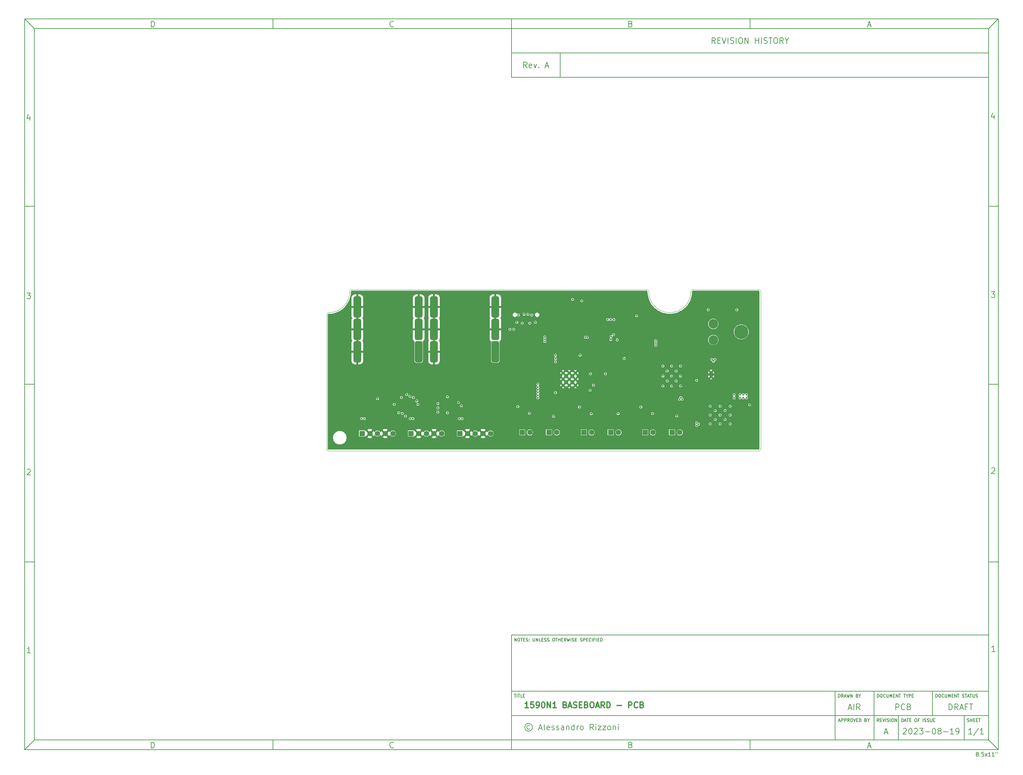
<source format=gbr>
%TF.GenerationSoftware,KiCad,Pcbnew,8.0.3*%
%TF.CreationDate,2024-07-04T15:42:03-04:00*%
%TF.ProjectId,baseboard,62617365-626f-4617-9264-2e6b69636164,A*%
%TF.SameCoordinates,Original*%
%TF.FileFunction,Copper,L5,Inr*%
%TF.FilePolarity,Positive*%
%FSLAX46Y46*%
G04 Gerber Fmt 4.6, Leading zero omitted, Abs format (unit mm)*
G04 Created by KiCad (PCBNEW 8.0.3) date 2024-07-04 15:42:03*
%MOMM*%
%LPD*%
G01*
G04 APERTURE LIST*
G04 Aperture macros list*
%AMRoundRect*
0 Rectangle with rounded corners*
0 $1 Rounding radius*
0 $2 $3 $4 $5 $6 $7 $8 $9 X,Y pos of 4 corners*
0 Add a 4 corners polygon primitive as box body*
4,1,4,$2,$3,$4,$5,$6,$7,$8,$9,$2,$3,0*
0 Add four circle primitives for the rounded corners*
1,1,$1+$1,$2,$3*
1,1,$1+$1,$4,$5*
1,1,$1+$1,$6,$7*
1,1,$1+$1,$8,$9*
0 Add four rect primitives between the rounded corners*
20,1,$1+$1,$2,$3,$4,$5,0*
20,1,$1+$1,$4,$5,$6,$7,0*
20,1,$1+$1,$6,$7,$8,$9,0*
20,1,$1+$1,$8,$9,$2,$3,0*%
G04 Aperture macros list end*
%ADD10C,0.100000*%
%ADD11C,0.150000*%
%ADD12C,0.300000*%
%TA.AperFunction,ComponentPad*%
%ADD13R,1.400000X1.400000*%
%TD*%
%TA.AperFunction,ComponentPad*%
%ADD14C,1.400000*%
%TD*%
%TA.AperFunction,ComponentPad*%
%ADD15C,0.500000*%
%TD*%
%TA.AperFunction,HeatsinkPad*%
%ADD16C,0.500000*%
%TD*%
%TA.AperFunction,WasherPad*%
%ADD17C,3.700000*%
%TD*%
%TA.AperFunction,ComponentPad*%
%ADD18C,2.500000*%
%TD*%
%TA.AperFunction,ComponentPad*%
%ADD19RoundRect,0.500000X-0.500000X-2.300000X0.500000X-2.300000X0.500000X2.300000X-0.500000X2.300000X0*%
%TD*%
%TA.AperFunction,ViaPad*%
%ADD20C,0.500000*%
%TD*%
%TA.AperFunction,Profile*%
%ADD21C,0.050000*%
%TD*%
G04 APERTURE END LIST*
D10*
D11*
X259813572Y-199154128D02*
X258956429Y-199154128D01*
X259385000Y-199154128D02*
X259385000Y-197654128D01*
X259385000Y-197654128D02*
X259242143Y-197868414D01*
X259242143Y-197868414D02*
X259099286Y-198011271D01*
X259099286Y-198011271D02*
X258956429Y-198082700D01*
X261527857Y-197582700D02*
X260242143Y-199511271D01*
X262813572Y-199154128D02*
X261956429Y-199154128D01*
X262385000Y-199154128D02*
X262385000Y-197654128D01*
X262385000Y-197654128D02*
X262242143Y-197868414D01*
X262242143Y-197868414D02*
X262099286Y-198011271D01*
X262099286Y-198011271D02*
X261956429Y-198082700D01*
D10*
D11*
X140409874Y-188759295D02*
X140867017Y-188759295D01*
X140638445Y-189559295D02*
X140638445Y-188759295D01*
X141133684Y-189559295D02*
X141133684Y-188759295D01*
X141400350Y-188759295D02*
X141857493Y-188759295D01*
X141628921Y-189559295D02*
X141628921Y-188759295D01*
X142505112Y-189559295D02*
X142124160Y-189559295D01*
X142124160Y-189559295D02*
X142124160Y-188759295D01*
X142771779Y-189140247D02*
X143038445Y-189140247D01*
X143152731Y-189559295D02*
X142771779Y-189559295D01*
X142771779Y-189559295D02*
X142771779Y-188759295D01*
X142771779Y-188759295D02*
X143152731Y-188759295D01*
D10*
D11*
X235596303Y-195909295D02*
X235329636Y-195528342D01*
X235139160Y-195909295D02*
X235139160Y-195109295D01*
X235139160Y-195109295D02*
X235443922Y-195109295D01*
X235443922Y-195109295D02*
X235520112Y-195147390D01*
X235520112Y-195147390D02*
X235558207Y-195185485D01*
X235558207Y-195185485D02*
X235596303Y-195261676D01*
X235596303Y-195261676D02*
X235596303Y-195375961D01*
X235596303Y-195375961D02*
X235558207Y-195452152D01*
X235558207Y-195452152D02*
X235520112Y-195490247D01*
X235520112Y-195490247D02*
X235443922Y-195528342D01*
X235443922Y-195528342D02*
X235139160Y-195528342D01*
X235939160Y-195490247D02*
X236205826Y-195490247D01*
X236320112Y-195909295D02*
X235939160Y-195909295D01*
X235939160Y-195909295D02*
X235939160Y-195109295D01*
X235939160Y-195109295D02*
X236320112Y-195109295D01*
X236548684Y-195109295D02*
X236815351Y-195909295D01*
X236815351Y-195909295D02*
X237082017Y-195109295D01*
X237348684Y-195909295D02*
X237348684Y-195109295D01*
X237691540Y-195871200D02*
X237805826Y-195909295D01*
X237805826Y-195909295D02*
X237996302Y-195909295D01*
X237996302Y-195909295D02*
X238072493Y-195871200D01*
X238072493Y-195871200D02*
X238110588Y-195833104D01*
X238110588Y-195833104D02*
X238148683Y-195756914D01*
X238148683Y-195756914D02*
X238148683Y-195680723D01*
X238148683Y-195680723D02*
X238110588Y-195604533D01*
X238110588Y-195604533D02*
X238072493Y-195566438D01*
X238072493Y-195566438D02*
X237996302Y-195528342D01*
X237996302Y-195528342D02*
X237843921Y-195490247D01*
X237843921Y-195490247D02*
X237767731Y-195452152D01*
X237767731Y-195452152D02*
X237729636Y-195414057D01*
X237729636Y-195414057D02*
X237691540Y-195337866D01*
X237691540Y-195337866D02*
X237691540Y-195261676D01*
X237691540Y-195261676D02*
X237729636Y-195185485D01*
X237729636Y-195185485D02*
X237767731Y-195147390D01*
X237767731Y-195147390D02*
X237843921Y-195109295D01*
X237843921Y-195109295D02*
X238034398Y-195109295D01*
X238034398Y-195109295D02*
X238148683Y-195147390D01*
X238491541Y-195909295D02*
X238491541Y-195109295D01*
X239024874Y-195109295D02*
X239177255Y-195109295D01*
X239177255Y-195109295D02*
X239253445Y-195147390D01*
X239253445Y-195147390D02*
X239329636Y-195223580D01*
X239329636Y-195223580D02*
X239367731Y-195375961D01*
X239367731Y-195375961D02*
X239367731Y-195642628D01*
X239367731Y-195642628D02*
X239329636Y-195795009D01*
X239329636Y-195795009D02*
X239253445Y-195871200D01*
X239253445Y-195871200D02*
X239177255Y-195909295D01*
X239177255Y-195909295D02*
X239024874Y-195909295D01*
X239024874Y-195909295D02*
X238948683Y-195871200D01*
X238948683Y-195871200D02*
X238872493Y-195795009D01*
X238872493Y-195795009D02*
X238834397Y-195642628D01*
X238834397Y-195642628D02*
X238834397Y-195375961D01*
X238834397Y-195375961D02*
X238872493Y-195223580D01*
X238872493Y-195223580D02*
X238948683Y-195147390D01*
X238948683Y-195147390D02*
X239024874Y-195109295D01*
X239710588Y-195909295D02*
X239710588Y-195109295D01*
X239710588Y-195109295D02*
X240167731Y-195909295D01*
X240167731Y-195909295D02*
X240167731Y-195109295D01*
D10*
D11*
X241489160Y-195909295D02*
X241489160Y-195109295D01*
X241489160Y-195109295D02*
X241679636Y-195109295D01*
X241679636Y-195109295D02*
X241793922Y-195147390D01*
X241793922Y-195147390D02*
X241870112Y-195223580D01*
X241870112Y-195223580D02*
X241908207Y-195299771D01*
X241908207Y-195299771D02*
X241946303Y-195452152D01*
X241946303Y-195452152D02*
X241946303Y-195566438D01*
X241946303Y-195566438D02*
X241908207Y-195718819D01*
X241908207Y-195718819D02*
X241870112Y-195795009D01*
X241870112Y-195795009D02*
X241793922Y-195871200D01*
X241793922Y-195871200D02*
X241679636Y-195909295D01*
X241679636Y-195909295D02*
X241489160Y-195909295D01*
X242251064Y-195680723D02*
X242632017Y-195680723D01*
X242174874Y-195909295D02*
X242441541Y-195109295D01*
X242441541Y-195109295D02*
X242708207Y-195909295D01*
X242860588Y-195109295D02*
X243317731Y-195109295D01*
X243089159Y-195909295D02*
X243089159Y-195109295D01*
X243584398Y-195490247D02*
X243851064Y-195490247D01*
X243965350Y-195909295D02*
X243584398Y-195909295D01*
X243584398Y-195909295D02*
X243584398Y-195109295D01*
X243584398Y-195109295D02*
X243965350Y-195109295D01*
X245070113Y-195109295D02*
X245222494Y-195109295D01*
X245222494Y-195109295D02*
X245298684Y-195147390D01*
X245298684Y-195147390D02*
X245374875Y-195223580D01*
X245374875Y-195223580D02*
X245412970Y-195375961D01*
X245412970Y-195375961D02*
X245412970Y-195642628D01*
X245412970Y-195642628D02*
X245374875Y-195795009D01*
X245374875Y-195795009D02*
X245298684Y-195871200D01*
X245298684Y-195871200D02*
X245222494Y-195909295D01*
X245222494Y-195909295D02*
X245070113Y-195909295D01*
X245070113Y-195909295D02*
X244993922Y-195871200D01*
X244993922Y-195871200D02*
X244917732Y-195795009D01*
X244917732Y-195795009D02*
X244879636Y-195642628D01*
X244879636Y-195642628D02*
X244879636Y-195375961D01*
X244879636Y-195375961D02*
X244917732Y-195223580D01*
X244917732Y-195223580D02*
X244993922Y-195147390D01*
X244993922Y-195147390D02*
X245070113Y-195109295D01*
X246022493Y-195490247D02*
X245755827Y-195490247D01*
X245755827Y-195909295D02*
X245755827Y-195109295D01*
X245755827Y-195109295D02*
X246136779Y-195109295D01*
X247051065Y-195909295D02*
X247051065Y-195109295D01*
X247393921Y-195871200D02*
X247508207Y-195909295D01*
X247508207Y-195909295D02*
X247698683Y-195909295D01*
X247698683Y-195909295D02*
X247774874Y-195871200D01*
X247774874Y-195871200D02*
X247812969Y-195833104D01*
X247812969Y-195833104D02*
X247851064Y-195756914D01*
X247851064Y-195756914D02*
X247851064Y-195680723D01*
X247851064Y-195680723D02*
X247812969Y-195604533D01*
X247812969Y-195604533D02*
X247774874Y-195566438D01*
X247774874Y-195566438D02*
X247698683Y-195528342D01*
X247698683Y-195528342D02*
X247546302Y-195490247D01*
X247546302Y-195490247D02*
X247470112Y-195452152D01*
X247470112Y-195452152D02*
X247432017Y-195414057D01*
X247432017Y-195414057D02*
X247393921Y-195337866D01*
X247393921Y-195337866D02*
X247393921Y-195261676D01*
X247393921Y-195261676D02*
X247432017Y-195185485D01*
X247432017Y-195185485D02*
X247470112Y-195147390D01*
X247470112Y-195147390D02*
X247546302Y-195109295D01*
X247546302Y-195109295D02*
X247736779Y-195109295D01*
X247736779Y-195109295D02*
X247851064Y-195147390D01*
X248155826Y-195871200D02*
X248270112Y-195909295D01*
X248270112Y-195909295D02*
X248460588Y-195909295D01*
X248460588Y-195909295D02*
X248536779Y-195871200D01*
X248536779Y-195871200D02*
X248574874Y-195833104D01*
X248574874Y-195833104D02*
X248612969Y-195756914D01*
X248612969Y-195756914D02*
X248612969Y-195680723D01*
X248612969Y-195680723D02*
X248574874Y-195604533D01*
X248574874Y-195604533D02*
X248536779Y-195566438D01*
X248536779Y-195566438D02*
X248460588Y-195528342D01*
X248460588Y-195528342D02*
X248308207Y-195490247D01*
X248308207Y-195490247D02*
X248232017Y-195452152D01*
X248232017Y-195452152D02*
X248193922Y-195414057D01*
X248193922Y-195414057D02*
X248155826Y-195337866D01*
X248155826Y-195337866D02*
X248155826Y-195261676D01*
X248155826Y-195261676D02*
X248193922Y-195185485D01*
X248193922Y-195185485D02*
X248232017Y-195147390D01*
X248232017Y-195147390D02*
X248308207Y-195109295D01*
X248308207Y-195109295D02*
X248498684Y-195109295D01*
X248498684Y-195109295D02*
X248612969Y-195147390D01*
X248955827Y-195109295D02*
X248955827Y-195756914D01*
X248955827Y-195756914D02*
X248993922Y-195833104D01*
X248993922Y-195833104D02*
X249032017Y-195871200D01*
X249032017Y-195871200D02*
X249108208Y-195909295D01*
X249108208Y-195909295D02*
X249260589Y-195909295D01*
X249260589Y-195909295D02*
X249336779Y-195871200D01*
X249336779Y-195871200D02*
X249374874Y-195833104D01*
X249374874Y-195833104D02*
X249412970Y-195756914D01*
X249412970Y-195756914D02*
X249412970Y-195109295D01*
X249793922Y-195490247D02*
X250060588Y-195490247D01*
X250174874Y-195909295D02*
X249793922Y-195909295D01*
X249793922Y-195909295D02*
X249793922Y-195109295D01*
X249793922Y-195109295D02*
X250174874Y-195109295D01*
D10*
D11*
X258596064Y-195871200D02*
X258710350Y-195909295D01*
X258710350Y-195909295D02*
X258900826Y-195909295D01*
X258900826Y-195909295D02*
X258977017Y-195871200D01*
X258977017Y-195871200D02*
X259015112Y-195833104D01*
X259015112Y-195833104D02*
X259053207Y-195756914D01*
X259053207Y-195756914D02*
X259053207Y-195680723D01*
X259053207Y-195680723D02*
X259015112Y-195604533D01*
X259015112Y-195604533D02*
X258977017Y-195566438D01*
X258977017Y-195566438D02*
X258900826Y-195528342D01*
X258900826Y-195528342D02*
X258748445Y-195490247D01*
X258748445Y-195490247D02*
X258672255Y-195452152D01*
X258672255Y-195452152D02*
X258634160Y-195414057D01*
X258634160Y-195414057D02*
X258596064Y-195337866D01*
X258596064Y-195337866D02*
X258596064Y-195261676D01*
X258596064Y-195261676D02*
X258634160Y-195185485D01*
X258634160Y-195185485D02*
X258672255Y-195147390D01*
X258672255Y-195147390D02*
X258748445Y-195109295D01*
X258748445Y-195109295D02*
X258938922Y-195109295D01*
X258938922Y-195109295D02*
X259053207Y-195147390D01*
X259396065Y-195909295D02*
X259396065Y-195109295D01*
X259396065Y-195490247D02*
X259853208Y-195490247D01*
X259853208Y-195909295D02*
X259853208Y-195109295D01*
X260234160Y-195490247D02*
X260500826Y-195490247D01*
X260615112Y-195909295D02*
X260234160Y-195909295D01*
X260234160Y-195909295D02*
X260234160Y-195109295D01*
X260234160Y-195109295D02*
X260615112Y-195109295D01*
X260957970Y-195490247D02*
X261224636Y-195490247D01*
X261338922Y-195909295D02*
X260957970Y-195909295D01*
X260957970Y-195909295D02*
X260957970Y-195109295D01*
X260957970Y-195109295D02*
X261338922Y-195109295D01*
X261567494Y-195109295D02*
X262024637Y-195109295D01*
X261796065Y-195909295D02*
X261796065Y-195109295D01*
D10*
D11*
X239942142Y-192804128D02*
X239942142Y-191304128D01*
X239942142Y-191304128D02*
X240513571Y-191304128D01*
X240513571Y-191304128D02*
X240656428Y-191375557D01*
X240656428Y-191375557D02*
X240727857Y-191446985D01*
X240727857Y-191446985D02*
X240799285Y-191589842D01*
X240799285Y-191589842D02*
X240799285Y-191804128D01*
X240799285Y-191804128D02*
X240727857Y-191946985D01*
X240727857Y-191946985D02*
X240656428Y-192018414D01*
X240656428Y-192018414D02*
X240513571Y-192089842D01*
X240513571Y-192089842D02*
X239942142Y-192089842D01*
X242299285Y-192661271D02*
X242227857Y-192732700D01*
X242227857Y-192732700D02*
X242013571Y-192804128D01*
X242013571Y-192804128D02*
X241870714Y-192804128D01*
X241870714Y-192804128D02*
X241656428Y-192732700D01*
X241656428Y-192732700D02*
X241513571Y-192589842D01*
X241513571Y-192589842D02*
X241442142Y-192446985D01*
X241442142Y-192446985D02*
X241370714Y-192161271D01*
X241370714Y-192161271D02*
X241370714Y-191946985D01*
X241370714Y-191946985D02*
X241442142Y-191661271D01*
X241442142Y-191661271D02*
X241513571Y-191518414D01*
X241513571Y-191518414D02*
X241656428Y-191375557D01*
X241656428Y-191375557D02*
X241870714Y-191304128D01*
X241870714Y-191304128D02*
X242013571Y-191304128D01*
X242013571Y-191304128D02*
X242227857Y-191375557D01*
X242227857Y-191375557D02*
X242299285Y-191446985D01*
X243442142Y-192018414D02*
X243656428Y-192089842D01*
X243656428Y-192089842D02*
X243727857Y-192161271D01*
X243727857Y-192161271D02*
X243799285Y-192304128D01*
X243799285Y-192304128D02*
X243799285Y-192518414D01*
X243799285Y-192518414D02*
X243727857Y-192661271D01*
X243727857Y-192661271D02*
X243656428Y-192732700D01*
X243656428Y-192732700D02*
X243513571Y-192804128D01*
X243513571Y-192804128D02*
X242942142Y-192804128D01*
X242942142Y-192804128D02*
X242942142Y-191304128D01*
X242942142Y-191304128D02*
X243442142Y-191304128D01*
X243442142Y-191304128D02*
X243585000Y-191375557D01*
X243585000Y-191375557D02*
X243656428Y-191446985D01*
X243656428Y-191446985D02*
X243727857Y-191589842D01*
X243727857Y-191589842D02*
X243727857Y-191732700D01*
X243727857Y-191732700D02*
X243656428Y-191875557D01*
X243656428Y-191875557D02*
X243585000Y-191946985D01*
X243585000Y-191946985D02*
X243442142Y-192018414D01*
X243442142Y-192018414D02*
X242942142Y-192018414D01*
D10*
D11*
X225068064Y-195680723D02*
X225449017Y-195680723D01*
X224991874Y-195909295D02*
X225258541Y-195109295D01*
X225258541Y-195109295D02*
X225525207Y-195909295D01*
X225791874Y-195909295D02*
X225791874Y-195109295D01*
X225791874Y-195109295D02*
X226096636Y-195109295D01*
X226096636Y-195109295D02*
X226172826Y-195147390D01*
X226172826Y-195147390D02*
X226210921Y-195185485D01*
X226210921Y-195185485D02*
X226249017Y-195261676D01*
X226249017Y-195261676D02*
X226249017Y-195375961D01*
X226249017Y-195375961D02*
X226210921Y-195452152D01*
X226210921Y-195452152D02*
X226172826Y-195490247D01*
X226172826Y-195490247D02*
X226096636Y-195528342D01*
X226096636Y-195528342D02*
X225791874Y-195528342D01*
X226591874Y-195909295D02*
X226591874Y-195109295D01*
X226591874Y-195109295D02*
X226896636Y-195109295D01*
X226896636Y-195109295D02*
X226972826Y-195147390D01*
X226972826Y-195147390D02*
X227010921Y-195185485D01*
X227010921Y-195185485D02*
X227049017Y-195261676D01*
X227049017Y-195261676D02*
X227049017Y-195375961D01*
X227049017Y-195375961D02*
X227010921Y-195452152D01*
X227010921Y-195452152D02*
X226972826Y-195490247D01*
X226972826Y-195490247D02*
X226896636Y-195528342D01*
X226896636Y-195528342D02*
X226591874Y-195528342D01*
X227849017Y-195909295D02*
X227582350Y-195528342D01*
X227391874Y-195909295D02*
X227391874Y-195109295D01*
X227391874Y-195109295D02*
X227696636Y-195109295D01*
X227696636Y-195109295D02*
X227772826Y-195147390D01*
X227772826Y-195147390D02*
X227810921Y-195185485D01*
X227810921Y-195185485D02*
X227849017Y-195261676D01*
X227849017Y-195261676D02*
X227849017Y-195375961D01*
X227849017Y-195375961D02*
X227810921Y-195452152D01*
X227810921Y-195452152D02*
X227772826Y-195490247D01*
X227772826Y-195490247D02*
X227696636Y-195528342D01*
X227696636Y-195528342D02*
X227391874Y-195528342D01*
X228344255Y-195109295D02*
X228496636Y-195109295D01*
X228496636Y-195109295D02*
X228572826Y-195147390D01*
X228572826Y-195147390D02*
X228649017Y-195223580D01*
X228649017Y-195223580D02*
X228687112Y-195375961D01*
X228687112Y-195375961D02*
X228687112Y-195642628D01*
X228687112Y-195642628D02*
X228649017Y-195795009D01*
X228649017Y-195795009D02*
X228572826Y-195871200D01*
X228572826Y-195871200D02*
X228496636Y-195909295D01*
X228496636Y-195909295D02*
X228344255Y-195909295D01*
X228344255Y-195909295D02*
X228268064Y-195871200D01*
X228268064Y-195871200D02*
X228191874Y-195795009D01*
X228191874Y-195795009D02*
X228153778Y-195642628D01*
X228153778Y-195642628D02*
X228153778Y-195375961D01*
X228153778Y-195375961D02*
X228191874Y-195223580D01*
X228191874Y-195223580D02*
X228268064Y-195147390D01*
X228268064Y-195147390D02*
X228344255Y-195109295D01*
X228915683Y-195109295D02*
X229182350Y-195909295D01*
X229182350Y-195909295D02*
X229449016Y-195109295D01*
X229715683Y-195490247D02*
X229982349Y-195490247D01*
X230096635Y-195909295D02*
X229715683Y-195909295D01*
X229715683Y-195909295D02*
X229715683Y-195109295D01*
X229715683Y-195109295D02*
X230096635Y-195109295D01*
X230439493Y-195909295D02*
X230439493Y-195109295D01*
X230439493Y-195109295D02*
X230629969Y-195109295D01*
X230629969Y-195109295D02*
X230744255Y-195147390D01*
X230744255Y-195147390D02*
X230820445Y-195223580D01*
X230820445Y-195223580D02*
X230858540Y-195299771D01*
X230858540Y-195299771D02*
X230896636Y-195452152D01*
X230896636Y-195452152D02*
X230896636Y-195566438D01*
X230896636Y-195566438D02*
X230858540Y-195718819D01*
X230858540Y-195718819D02*
X230820445Y-195795009D01*
X230820445Y-195795009D02*
X230744255Y-195871200D01*
X230744255Y-195871200D02*
X230629969Y-195909295D01*
X230629969Y-195909295D02*
X230439493Y-195909295D01*
X232115683Y-195490247D02*
X232229969Y-195528342D01*
X232229969Y-195528342D02*
X232268064Y-195566438D01*
X232268064Y-195566438D02*
X232306160Y-195642628D01*
X232306160Y-195642628D02*
X232306160Y-195756914D01*
X232306160Y-195756914D02*
X232268064Y-195833104D01*
X232268064Y-195833104D02*
X232229969Y-195871200D01*
X232229969Y-195871200D02*
X232153779Y-195909295D01*
X232153779Y-195909295D02*
X231849017Y-195909295D01*
X231849017Y-195909295D02*
X231849017Y-195109295D01*
X231849017Y-195109295D02*
X232115683Y-195109295D01*
X232115683Y-195109295D02*
X232191874Y-195147390D01*
X232191874Y-195147390D02*
X232229969Y-195185485D01*
X232229969Y-195185485D02*
X232268064Y-195261676D01*
X232268064Y-195261676D02*
X232268064Y-195337866D01*
X232268064Y-195337866D02*
X232229969Y-195414057D01*
X232229969Y-195414057D02*
X232191874Y-195452152D01*
X232191874Y-195452152D02*
X232115683Y-195490247D01*
X232115683Y-195490247D02*
X231849017Y-195490247D01*
X232801398Y-195528342D02*
X232801398Y-195909295D01*
X232534731Y-195109295D02*
X232801398Y-195528342D01*
X232801398Y-195528342D02*
X233068064Y-195109295D01*
D10*
D11*
X144445112Y-196918271D02*
X144302255Y-196846842D01*
X144302255Y-196846842D02*
X144016541Y-196846842D01*
X144016541Y-196846842D02*
X143873684Y-196918271D01*
X143873684Y-196918271D02*
X143730826Y-197061128D01*
X143730826Y-197061128D02*
X143659398Y-197203985D01*
X143659398Y-197203985D02*
X143659398Y-197489700D01*
X143659398Y-197489700D02*
X143730826Y-197632557D01*
X143730826Y-197632557D02*
X143873684Y-197775414D01*
X143873684Y-197775414D02*
X144016541Y-197846842D01*
X144016541Y-197846842D02*
X144302255Y-197846842D01*
X144302255Y-197846842D02*
X144445112Y-197775414D01*
X144159398Y-196346842D02*
X143802255Y-196418271D01*
X143802255Y-196418271D02*
X143445112Y-196632557D01*
X143445112Y-196632557D02*
X143230826Y-196989700D01*
X143230826Y-196989700D02*
X143159398Y-197346842D01*
X143159398Y-197346842D02*
X143230826Y-197703985D01*
X143230826Y-197703985D02*
X143445112Y-198061128D01*
X143445112Y-198061128D02*
X143802255Y-198275414D01*
X143802255Y-198275414D02*
X144159398Y-198346842D01*
X144159398Y-198346842D02*
X144516541Y-198275414D01*
X144516541Y-198275414D02*
X144873684Y-198061128D01*
X144873684Y-198061128D02*
X145087969Y-197703985D01*
X145087969Y-197703985D02*
X145159398Y-197346842D01*
X145159398Y-197346842D02*
X145087969Y-196989700D01*
X145087969Y-196989700D02*
X144873684Y-196632557D01*
X144873684Y-196632557D02*
X144516541Y-196418271D01*
X144516541Y-196418271D02*
X144159398Y-196346842D01*
X146873684Y-197632557D02*
X147587970Y-197632557D01*
X146730827Y-198061128D02*
X147230827Y-196561128D01*
X147230827Y-196561128D02*
X147730827Y-198061128D01*
X148445112Y-198061128D02*
X148302255Y-197989700D01*
X148302255Y-197989700D02*
X148230826Y-197846842D01*
X148230826Y-197846842D02*
X148230826Y-196561128D01*
X149587969Y-197989700D02*
X149445112Y-198061128D01*
X149445112Y-198061128D02*
X149159398Y-198061128D01*
X149159398Y-198061128D02*
X149016540Y-197989700D01*
X149016540Y-197989700D02*
X148945112Y-197846842D01*
X148945112Y-197846842D02*
X148945112Y-197275414D01*
X148945112Y-197275414D02*
X149016540Y-197132557D01*
X149016540Y-197132557D02*
X149159398Y-197061128D01*
X149159398Y-197061128D02*
X149445112Y-197061128D01*
X149445112Y-197061128D02*
X149587969Y-197132557D01*
X149587969Y-197132557D02*
X149659398Y-197275414D01*
X149659398Y-197275414D02*
X149659398Y-197418271D01*
X149659398Y-197418271D02*
X148945112Y-197561128D01*
X150230826Y-197989700D02*
X150373683Y-198061128D01*
X150373683Y-198061128D02*
X150659397Y-198061128D01*
X150659397Y-198061128D02*
X150802254Y-197989700D01*
X150802254Y-197989700D02*
X150873683Y-197846842D01*
X150873683Y-197846842D02*
X150873683Y-197775414D01*
X150873683Y-197775414D02*
X150802254Y-197632557D01*
X150802254Y-197632557D02*
X150659397Y-197561128D01*
X150659397Y-197561128D02*
X150445112Y-197561128D01*
X150445112Y-197561128D02*
X150302254Y-197489700D01*
X150302254Y-197489700D02*
X150230826Y-197346842D01*
X150230826Y-197346842D02*
X150230826Y-197275414D01*
X150230826Y-197275414D02*
X150302254Y-197132557D01*
X150302254Y-197132557D02*
X150445112Y-197061128D01*
X150445112Y-197061128D02*
X150659397Y-197061128D01*
X150659397Y-197061128D02*
X150802254Y-197132557D01*
X151445112Y-197989700D02*
X151587969Y-198061128D01*
X151587969Y-198061128D02*
X151873683Y-198061128D01*
X151873683Y-198061128D02*
X152016540Y-197989700D01*
X152016540Y-197989700D02*
X152087969Y-197846842D01*
X152087969Y-197846842D02*
X152087969Y-197775414D01*
X152087969Y-197775414D02*
X152016540Y-197632557D01*
X152016540Y-197632557D02*
X151873683Y-197561128D01*
X151873683Y-197561128D02*
X151659398Y-197561128D01*
X151659398Y-197561128D02*
X151516540Y-197489700D01*
X151516540Y-197489700D02*
X151445112Y-197346842D01*
X151445112Y-197346842D02*
X151445112Y-197275414D01*
X151445112Y-197275414D02*
X151516540Y-197132557D01*
X151516540Y-197132557D02*
X151659398Y-197061128D01*
X151659398Y-197061128D02*
X151873683Y-197061128D01*
X151873683Y-197061128D02*
X152016540Y-197132557D01*
X153373684Y-198061128D02*
X153373684Y-197275414D01*
X153373684Y-197275414D02*
X153302255Y-197132557D01*
X153302255Y-197132557D02*
X153159398Y-197061128D01*
X153159398Y-197061128D02*
X152873684Y-197061128D01*
X152873684Y-197061128D02*
X152730826Y-197132557D01*
X153373684Y-197989700D02*
X153230826Y-198061128D01*
X153230826Y-198061128D02*
X152873684Y-198061128D01*
X152873684Y-198061128D02*
X152730826Y-197989700D01*
X152730826Y-197989700D02*
X152659398Y-197846842D01*
X152659398Y-197846842D02*
X152659398Y-197703985D01*
X152659398Y-197703985D02*
X152730826Y-197561128D01*
X152730826Y-197561128D02*
X152873684Y-197489700D01*
X152873684Y-197489700D02*
X153230826Y-197489700D01*
X153230826Y-197489700D02*
X153373684Y-197418271D01*
X154087969Y-197061128D02*
X154087969Y-198061128D01*
X154087969Y-197203985D02*
X154159398Y-197132557D01*
X154159398Y-197132557D02*
X154302255Y-197061128D01*
X154302255Y-197061128D02*
X154516541Y-197061128D01*
X154516541Y-197061128D02*
X154659398Y-197132557D01*
X154659398Y-197132557D02*
X154730827Y-197275414D01*
X154730827Y-197275414D02*
X154730827Y-198061128D01*
X156087970Y-198061128D02*
X156087970Y-196561128D01*
X156087970Y-197989700D02*
X155945112Y-198061128D01*
X155945112Y-198061128D02*
X155659398Y-198061128D01*
X155659398Y-198061128D02*
X155516541Y-197989700D01*
X155516541Y-197989700D02*
X155445112Y-197918271D01*
X155445112Y-197918271D02*
X155373684Y-197775414D01*
X155373684Y-197775414D02*
X155373684Y-197346842D01*
X155373684Y-197346842D02*
X155445112Y-197203985D01*
X155445112Y-197203985D02*
X155516541Y-197132557D01*
X155516541Y-197132557D02*
X155659398Y-197061128D01*
X155659398Y-197061128D02*
X155945112Y-197061128D01*
X155945112Y-197061128D02*
X156087970Y-197132557D01*
X156802255Y-198061128D02*
X156802255Y-197061128D01*
X156802255Y-197346842D02*
X156873684Y-197203985D01*
X156873684Y-197203985D02*
X156945113Y-197132557D01*
X156945113Y-197132557D02*
X157087970Y-197061128D01*
X157087970Y-197061128D02*
X157230827Y-197061128D01*
X157945112Y-198061128D02*
X157802255Y-197989700D01*
X157802255Y-197989700D02*
X157730826Y-197918271D01*
X157730826Y-197918271D02*
X157659398Y-197775414D01*
X157659398Y-197775414D02*
X157659398Y-197346842D01*
X157659398Y-197346842D02*
X157730826Y-197203985D01*
X157730826Y-197203985D02*
X157802255Y-197132557D01*
X157802255Y-197132557D02*
X157945112Y-197061128D01*
X157945112Y-197061128D02*
X158159398Y-197061128D01*
X158159398Y-197061128D02*
X158302255Y-197132557D01*
X158302255Y-197132557D02*
X158373684Y-197203985D01*
X158373684Y-197203985D02*
X158445112Y-197346842D01*
X158445112Y-197346842D02*
X158445112Y-197775414D01*
X158445112Y-197775414D02*
X158373684Y-197918271D01*
X158373684Y-197918271D02*
X158302255Y-197989700D01*
X158302255Y-197989700D02*
X158159398Y-198061128D01*
X158159398Y-198061128D02*
X157945112Y-198061128D01*
X161087969Y-198061128D02*
X160587969Y-197346842D01*
X160230826Y-198061128D02*
X160230826Y-196561128D01*
X160230826Y-196561128D02*
X160802255Y-196561128D01*
X160802255Y-196561128D02*
X160945112Y-196632557D01*
X160945112Y-196632557D02*
X161016541Y-196703985D01*
X161016541Y-196703985D02*
X161087969Y-196846842D01*
X161087969Y-196846842D02*
X161087969Y-197061128D01*
X161087969Y-197061128D02*
X161016541Y-197203985D01*
X161016541Y-197203985D02*
X160945112Y-197275414D01*
X160945112Y-197275414D02*
X160802255Y-197346842D01*
X160802255Y-197346842D02*
X160230826Y-197346842D01*
X161730826Y-198061128D02*
X161730826Y-197061128D01*
X161730826Y-196561128D02*
X161659398Y-196632557D01*
X161659398Y-196632557D02*
X161730826Y-196703985D01*
X161730826Y-196703985D02*
X161802255Y-196632557D01*
X161802255Y-196632557D02*
X161730826Y-196561128D01*
X161730826Y-196561128D02*
X161730826Y-196703985D01*
X162302255Y-197061128D02*
X163087970Y-197061128D01*
X163087970Y-197061128D02*
X162302255Y-198061128D01*
X162302255Y-198061128D02*
X163087970Y-198061128D01*
X163516541Y-197061128D02*
X164302256Y-197061128D01*
X164302256Y-197061128D02*
X163516541Y-198061128D01*
X163516541Y-198061128D02*
X164302256Y-198061128D01*
X165087970Y-198061128D02*
X164945113Y-197989700D01*
X164945113Y-197989700D02*
X164873684Y-197918271D01*
X164873684Y-197918271D02*
X164802256Y-197775414D01*
X164802256Y-197775414D02*
X164802256Y-197346842D01*
X164802256Y-197346842D02*
X164873684Y-197203985D01*
X164873684Y-197203985D02*
X164945113Y-197132557D01*
X164945113Y-197132557D02*
X165087970Y-197061128D01*
X165087970Y-197061128D02*
X165302256Y-197061128D01*
X165302256Y-197061128D02*
X165445113Y-197132557D01*
X165445113Y-197132557D02*
X165516542Y-197203985D01*
X165516542Y-197203985D02*
X165587970Y-197346842D01*
X165587970Y-197346842D02*
X165587970Y-197775414D01*
X165587970Y-197775414D02*
X165516542Y-197918271D01*
X165516542Y-197918271D02*
X165445113Y-197989700D01*
X165445113Y-197989700D02*
X165302256Y-198061128D01*
X165302256Y-198061128D02*
X165087970Y-198061128D01*
X166230827Y-197061128D02*
X166230827Y-198061128D01*
X166230827Y-197203985D02*
X166302256Y-197132557D01*
X166302256Y-197132557D02*
X166445113Y-197061128D01*
X166445113Y-197061128D02*
X166659399Y-197061128D01*
X166659399Y-197061128D02*
X166802256Y-197132557D01*
X166802256Y-197132557D02*
X166873685Y-197275414D01*
X166873685Y-197275414D02*
X166873685Y-198061128D01*
X167587970Y-198061128D02*
X167587970Y-197061128D01*
X167587970Y-196561128D02*
X167516542Y-196632557D01*
X167516542Y-196632557D02*
X167587970Y-196703985D01*
X167587970Y-196703985D02*
X167659399Y-196632557D01*
X167659399Y-196632557D02*
X167587970Y-196561128D01*
X167587970Y-196561128D02*
X167587970Y-196703985D01*
D10*
D11*
X227670714Y-192375557D02*
X228385000Y-192375557D01*
X227527857Y-192804128D02*
X228027857Y-191304128D01*
X228027857Y-191304128D02*
X228527857Y-192804128D01*
X229027856Y-192804128D02*
X229027856Y-191304128D01*
X230599285Y-192804128D02*
X230099285Y-192089842D01*
X229742142Y-192804128D02*
X229742142Y-191304128D01*
X229742142Y-191304128D02*
X230313571Y-191304128D01*
X230313571Y-191304128D02*
X230456428Y-191375557D01*
X230456428Y-191375557D02*
X230527857Y-191446985D01*
X230527857Y-191446985D02*
X230599285Y-191589842D01*
X230599285Y-191589842D02*
X230599285Y-191804128D01*
X230599285Y-191804128D02*
X230527857Y-191946985D01*
X230527857Y-191946985D02*
X230456428Y-192018414D01*
X230456428Y-192018414D02*
X230313571Y-192089842D01*
X230313571Y-192089842D02*
X229742142Y-192089842D01*
D10*
D11*
X250379160Y-189559295D02*
X250379160Y-188759295D01*
X250379160Y-188759295D02*
X250569636Y-188759295D01*
X250569636Y-188759295D02*
X250683922Y-188797390D01*
X250683922Y-188797390D02*
X250760112Y-188873580D01*
X250760112Y-188873580D02*
X250798207Y-188949771D01*
X250798207Y-188949771D02*
X250836303Y-189102152D01*
X250836303Y-189102152D02*
X250836303Y-189216438D01*
X250836303Y-189216438D02*
X250798207Y-189368819D01*
X250798207Y-189368819D02*
X250760112Y-189445009D01*
X250760112Y-189445009D02*
X250683922Y-189521200D01*
X250683922Y-189521200D02*
X250569636Y-189559295D01*
X250569636Y-189559295D02*
X250379160Y-189559295D01*
X251331541Y-188759295D02*
X251483922Y-188759295D01*
X251483922Y-188759295D02*
X251560112Y-188797390D01*
X251560112Y-188797390D02*
X251636303Y-188873580D01*
X251636303Y-188873580D02*
X251674398Y-189025961D01*
X251674398Y-189025961D02*
X251674398Y-189292628D01*
X251674398Y-189292628D02*
X251636303Y-189445009D01*
X251636303Y-189445009D02*
X251560112Y-189521200D01*
X251560112Y-189521200D02*
X251483922Y-189559295D01*
X251483922Y-189559295D02*
X251331541Y-189559295D01*
X251331541Y-189559295D02*
X251255350Y-189521200D01*
X251255350Y-189521200D02*
X251179160Y-189445009D01*
X251179160Y-189445009D02*
X251141064Y-189292628D01*
X251141064Y-189292628D02*
X251141064Y-189025961D01*
X251141064Y-189025961D02*
X251179160Y-188873580D01*
X251179160Y-188873580D02*
X251255350Y-188797390D01*
X251255350Y-188797390D02*
X251331541Y-188759295D01*
X252474398Y-189483104D02*
X252436302Y-189521200D01*
X252436302Y-189521200D02*
X252322017Y-189559295D01*
X252322017Y-189559295D02*
X252245826Y-189559295D01*
X252245826Y-189559295D02*
X252131540Y-189521200D01*
X252131540Y-189521200D02*
X252055350Y-189445009D01*
X252055350Y-189445009D02*
X252017255Y-189368819D01*
X252017255Y-189368819D02*
X251979159Y-189216438D01*
X251979159Y-189216438D02*
X251979159Y-189102152D01*
X251979159Y-189102152D02*
X252017255Y-188949771D01*
X252017255Y-188949771D02*
X252055350Y-188873580D01*
X252055350Y-188873580D02*
X252131540Y-188797390D01*
X252131540Y-188797390D02*
X252245826Y-188759295D01*
X252245826Y-188759295D02*
X252322017Y-188759295D01*
X252322017Y-188759295D02*
X252436302Y-188797390D01*
X252436302Y-188797390D02*
X252474398Y-188835485D01*
X252817255Y-188759295D02*
X252817255Y-189406914D01*
X252817255Y-189406914D02*
X252855350Y-189483104D01*
X252855350Y-189483104D02*
X252893445Y-189521200D01*
X252893445Y-189521200D02*
X252969636Y-189559295D01*
X252969636Y-189559295D02*
X253122017Y-189559295D01*
X253122017Y-189559295D02*
X253198207Y-189521200D01*
X253198207Y-189521200D02*
X253236302Y-189483104D01*
X253236302Y-189483104D02*
X253274398Y-189406914D01*
X253274398Y-189406914D02*
X253274398Y-188759295D01*
X253655350Y-189559295D02*
X253655350Y-188759295D01*
X253655350Y-188759295D02*
X253922016Y-189330723D01*
X253922016Y-189330723D02*
X254188683Y-188759295D01*
X254188683Y-188759295D02*
X254188683Y-189559295D01*
X254569636Y-189140247D02*
X254836302Y-189140247D01*
X254950588Y-189559295D02*
X254569636Y-189559295D01*
X254569636Y-189559295D02*
X254569636Y-188759295D01*
X254569636Y-188759295D02*
X254950588Y-188759295D01*
X255293446Y-189559295D02*
X255293446Y-188759295D01*
X255293446Y-188759295D02*
X255750589Y-189559295D01*
X255750589Y-189559295D02*
X255750589Y-188759295D01*
X256017255Y-188759295D02*
X256474398Y-188759295D01*
X256245826Y-189559295D02*
X256245826Y-188759295D01*
X257312493Y-189521200D02*
X257426779Y-189559295D01*
X257426779Y-189559295D02*
X257617255Y-189559295D01*
X257617255Y-189559295D02*
X257693446Y-189521200D01*
X257693446Y-189521200D02*
X257731541Y-189483104D01*
X257731541Y-189483104D02*
X257769636Y-189406914D01*
X257769636Y-189406914D02*
X257769636Y-189330723D01*
X257769636Y-189330723D02*
X257731541Y-189254533D01*
X257731541Y-189254533D02*
X257693446Y-189216438D01*
X257693446Y-189216438D02*
X257617255Y-189178342D01*
X257617255Y-189178342D02*
X257464874Y-189140247D01*
X257464874Y-189140247D02*
X257388684Y-189102152D01*
X257388684Y-189102152D02*
X257350589Y-189064057D01*
X257350589Y-189064057D02*
X257312493Y-188987866D01*
X257312493Y-188987866D02*
X257312493Y-188911676D01*
X257312493Y-188911676D02*
X257350589Y-188835485D01*
X257350589Y-188835485D02*
X257388684Y-188797390D01*
X257388684Y-188797390D02*
X257464874Y-188759295D01*
X257464874Y-188759295D02*
X257655351Y-188759295D01*
X257655351Y-188759295D02*
X257769636Y-188797390D01*
X257998208Y-188759295D02*
X258455351Y-188759295D01*
X258226779Y-189559295D02*
X258226779Y-188759295D01*
X258683922Y-189330723D02*
X259064875Y-189330723D01*
X258607732Y-189559295D02*
X258874399Y-188759295D01*
X258874399Y-188759295D02*
X259141065Y-189559295D01*
X259293446Y-188759295D02*
X259750589Y-188759295D01*
X259522017Y-189559295D02*
X259522017Y-188759295D01*
X260017256Y-188759295D02*
X260017256Y-189406914D01*
X260017256Y-189406914D02*
X260055351Y-189483104D01*
X260055351Y-189483104D02*
X260093446Y-189521200D01*
X260093446Y-189521200D02*
X260169637Y-189559295D01*
X260169637Y-189559295D02*
X260322018Y-189559295D01*
X260322018Y-189559295D02*
X260398208Y-189521200D01*
X260398208Y-189521200D02*
X260436303Y-189483104D01*
X260436303Y-189483104D02*
X260474399Y-189406914D01*
X260474399Y-189406914D02*
X260474399Y-188759295D01*
X260817255Y-189521200D02*
X260931541Y-189559295D01*
X260931541Y-189559295D02*
X261122017Y-189559295D01*
X261122017Y-189559295D02*
X261198208Y-189521200D01*
X261198208Y-189521200D02*
X261236303Y-189483104D01*
X261236303Y-189483104D02*
X261274398Y-189406914D01*
X261274398Y-189406914D02*
X261274398Y-189330723D01*
X261274398Y-189330723D02*
X261236303Y-189254533D01*
X261236303Y-189254533D02*
X261198208Y-189216438D01*
X261198208Y-189216438D02*
X261122017Y-189178342D01*
X261122017Y-189178342D02*
X260969636Y-189140247D01*
X260969636Y-189140247D02*
X260893446Y-189102152D01*
X260893446Y-189102152D02*
X260855351Y-189064057D01*
X260855351Y-189064057D02*
X260817255Y-188987866D01*
X260817255Y-188987866D02*
X260817255Y-188911676D01*
X260817255Y-188911676D02*
X260855351Y-188835485D01*
X260855351Y-188835485D02*
X260893446Y-188797390D01*
X260893446Y-188797390D02*
X260969636Y-188759295D01*
X260969636Y-188759295D02*
X261160113Y-188759295D01*
X261160113Y-188759295D02*
X261274398Y-188797390D01*
D10*
D11*
X224979160Y-189559295D02*
X224979160Y-188759295D01*
X224979160Y-188759295D02*
X225169636Y-188759295D01*
X225169636Y-188759295D02*
X225283922Y-188797390D01*
X225283922Y-188797390D02*
X225360112Y-188873580D01*
X225360112Y-188873580D02*
X225398207Y-188949771D01*
X225398207Y-188949771D02*
X225436303Y-189102152D01*
X225436303Y-189102152D02*
X225436303Y-189216438D01*
X225436303Y-189216438D02*
X225398207Y-189368819D01*
X225398207Y-189368819D02*
X225360112Y-189445009D01*
X225360112Y-189445009D02*
X225283922Y-189521200D01*
X225283922Y-189521200D02*
X225169636Y-189559295D01*
X225169636Y-189559295D02*
X224979160Y-189559295D01*
X226236303Y-189559295D02*
X225969636Y-189178342D01*
X225779160Y-189559295D02*
X225779160Y-188759295D01*
X225779160Y-188759295D02*
X226083922Y-188759295D01*
X226083922Y-188759295D02*
X226160112Y-188797390D01*
X226160112Y-188797390D02*
X226198207Y-188835485D01*
X226198207Y-188835485D02*
X226236303Y-188911676D01*
X226236303Y-188911676D02*
X226236303Y-189025961D01*
X226236303Y-189025961D02*
X226198207Y-189102152D01*
X226198207Y-189102152D02*
X226160112Y-189140247D01*
X226160112Y-189140247D02*
X226083922Y-189178342D01*
X226083922Y-189178342D02*
X225779160Y-189178342D01*
X226541064Y-189330723D02*
X226922017Y-189330723D01*
X226464874Y-189559295D02*
X226731541Y-188759295D01*
X226731541Y-188759295D02*
X226998207Y-189559295D01*
X227188683Y-188759295D02*
X227379159Y-189559295D01*
X227379159Y-189559295D02*
X227531540Y-188987866D01*
X227531540Y-188987866D02*
X227683921Y-189559295D01*
X227683921Y-189559295D02*
X227874398Y-188759295D01*
X228179160Y-189559295D02*
X228179160Y-188759295D01*
X228179160Y-188759295D02*
X228636303Y-189559295D01*
X228636303Y-189559295D02*
X228636303Y-188759295D01*
X229893445Y-189140247D02*
X230007731Y-189178342D01*
X230007731Y-189178342D02*
X230045826Y-189216438D01*
X230045826Y-189216438D02*
X230083922Y-189292628D01*
X230083922Y-189292628D02*
X230083922Y-189406914D01*
X230083922Y-189406914D02*
X230045826Y-189483104D01*
X230045826Y-189483104D02*
X230007731Y-189521200D01*
X230007731Y-189521200D02*
X229931541Y-189559295D01*
X229931541Y-189559295D02*
X229626779Y-189559295D01*
X229626779Y-189559295D02*
X229626779Y-188759295D01*
X229626779Y-188759295D02*
X229893445Y-188759295D01*
X229893445Y-188759295D02*
X229969636Y-188797390D01*
X229969636Y-188797390D02*
X230007731Y-188835485D01*
X230007731Y-188835485D02*
X230045826Y-188911676D01*
X230045826Y-188911676D02*
X230045826Y-188987866D01*
X230045826Y-188987866D02*
X230007731Y-189064057D01*
X230007731Y-189064057D02*
X229969636Y-189102152D01*
X229969636Y-189102152D02*
X229893445Y-189140247D01*
X229893445Y-189140247D02*
X229626779Y-189140247D01*
X230579160Y-189178342D02*
X230579160Y-189559295D01*
X230312493Y-188759295D02*
X230579160Y-189178342D01*
X230579160Y-189178342D02*
X230845826Y-188759295D01*
D10*
D11*
X235139160Y-189559295D02*
X235139160Y-188759295D01*
X235139160Y-188759295D02*
X235329636Y-188759295D01*
X235329636Y-188759295D02*
X235443922Y-188797390D01*
X235443922Y-188797390D02*
X235520112Y-188873580D01*
X235520112Y-188873580D02*
X235558207Y-188949771D01*
X235558207Y-188949771D02*
X235596303Y-189102152D01*
X235596303Y-189102152D02*
X235596303Y-189216438D01*
X235596303Y-189216438D02*
X235558207Y-189368819D01*
X235558207Y-189368819D02*
X235520112Y-189445009D01*
X235520112Y-189445009D02*
X235443922Y-189521200D01*
X235443922Y-189521200D02*
X235329636Y-189559295D01*
X235329636Y-189559295D02*
X235139160Y-189559295D01*
X236091541Y-188759295D02*
X236243922Y-188759295D01*
X236243922Y-188759295D02*
X236320112Y-188797390D01*
X236320112Y-188797390D02*
X236396303Y-188873580D01*
X236396303Y-188873580D02*
X236434398Y-189025961D01*
X236434398Y-189025961D02*
X236434398Y-189292628D01*
X236434398Y-189292628D02*
X236396303Y-189445009D01*
X236396303Y-189445009D02*
X236320112Y-189521200D01*
X236320112Y-189521200D02*
X236243922Y-189559295D01*
X236243922Y-189559295D02*
X236091541Y-189559295D01*
X236091541Y-189559295D02*
X236015350Y-189521200D01*
X236015350Y-189521200D02*
X235939160Y-189445009D01*
X235939160Y-189445009D02*
X235901064Y-189292628D01*
X235901064Y-189292628D02*
X235901064Y-189025961D01*
X235901064Y-189025961D02*
X235939160Y-188873580D01*
X235939160Y-188873580D02*
X236015350Y-188797390D01*
X236015350Y-188797390D02*
X236091541Y-188759295D01*
X237234398Y-189483104D02*
X237196302Y-189521200D01*
X237196302Y-189521200D02*
X237082017Y-189559295D01*
X237082017Y-189559295D02*
X237005826Y-189559295D01*
X237005826Y-189559295D02*
X236891540Y-189521200D01*
X236891540Y-189521200D02*
X236815350Y-189445009D01*
X236815350Y-189445009D02*
X236777255Y-189368819D01*
X236777255Y-189368819D02*
X236739159Y-189216438D01*
X236739159Y-189216438D02*
X236739159Y-189102152D01*
X236739159Y-189102152D02*
X236777255Y-188949771D01*
X236777255Y-188949771D02*
X236815350Y-188873580D01*
X236815350Y-188873580D02*
X236891540Y-188797390D01*
X236891540Y-188797390D02*
X237005826Y-188759295D01*
X237005826Y-188759295D02*
X237082017Y-188759295D01*
X237082017Y-188759295D02*
X237196302Y-188797390D01*
X237196302Y-188797390D02*
X237234398Y-188835485D01*
X237577255Y-188759295D02*
X237577255Y-189406914D01*
X237577255Y-189406914D02*
X237615350Y-189483104D01*
X237615350Y-189483104D02*
X237653445Y-189521200D01*
X237653445Y-189521200D02*
X237729636Y-189559295D01*
X237729636Y-189559295D02*
X237882017Y-189559295D01*
X237882017Y-189559295D02*
X237958207Y-189521200D01*
X237958207Y-189521200D02*
X237996302Y-189483104D01*
X237996302Y-189483104D02*
X238034398Y-189406914D01*
X238034398Y-189406914D02*
X238034398Y-188759295D01*
X238415350Y-189559295D02*
X238415350Y-188759295D01*
X238415350Y-188759295D02*
X238682016Y-189330723D01*
X238682016Y-189330723D02*
X238948683Y-188759295D01*
X238948683Y-188759295D02*
X238948683Y-189559295D01*
X239329636Y-189140247D02*
X239596302Y-189140247D01*
X239710588Y-189559295D02*
X239329636Y-189559295D01*
X239329636Y-189559295D02*
X239329636Y-188759295D01*
X239329636Y-188759295D02*
X239710588Y-188759295D01*
X240053446Y-189559295D02*
X240053446Y-188759295D01*
X240053446Y-188759295D02*
X240510589Y-189559295D01*
X240510589Y-189559295D02*
X240510589Y-188759295D01*
X240777255Y-188759295D02*
X241234398Y-188759295D01*
X241005826Y-189559295D02*
X241005826Y-188759295D01*
X241996303Y-188759295D02*
X242453446Y-188759295D01*
X242224874Y-189559295D02*
X242224874Y-188759295D01*
X242872494Y-189178342D02*
X242872494Y-189559295D01*
X242605827Y-188759295D02*
X242872494Y-189178342D01*
X242872494Y-189178342D02*
X243139160Y-188759295D01*
X243405827Y-189559295D02*
X243405827Y-188759295D01*
X243405827Y-188759295D02*
X243710589Y-188759295D01*
X243710589Y-188759295D02*
X243786779Y-188797390D01*
X243786779Y-188797390D02*
X243824874Y-188835485D01*
X243824874Y-188835485D02*
X243862970Y-188911676D01*
X243862970Y-188911676D02*
X243862970Y-189025961D01*
X243862970Y-189025961D02*
X243824874Y-189102152D01*
X243824874Y-189102152D02*
X243786779Y-189140247D01*
X243786779Y-189140247D02*
X243710589Y-189178342D01*
X243710589Y-189178342D02*
X243405827Y-189178342D01*
X244205827Y-189140247D02*
X244472493Y-189140247D01*
X244586779Y-189559295D02*
X244205827Y-189559295D01*
X244205827Y-189559295D02*
X244205827Y-188759295D01*
X244205827Y-188759295D02*
X244586779Y-188759295D01*
D10*
D11*
X253821000Y-192804128D02*
X253821000Y-191304128D01*
X253821000Y-191304128D02*
X254178143Y-191304128D01*
X254178143Y-191304128D02*
X254392429Y-191375557D01*
X254392429Y-191375557D02*
X254535286Y-191518414D01*
X254535286Y-191518414D02*
X254606715Y-191661271D01*
X254606715Y-191661271D02*
X254678143Y-191946985D01*
X254678143Y-191946985D02*
X254678143Y-192161271D01*
X254678143Y-192161271D02*
X254606715Y-192446985D01*
X254606715Y-192446985D02*
X254535286Y-192589842D01*
X254535286Y-192589842D02*
X254392429Y-192732700D01*
X254392429Y-192732700D02*
X254178143Y-192804128D01*
X254178143Y-192804128D02*
X253821000Y-192804128D01*
X256178143Y-192804128D02*
X255678143Y-192089842D01*
X255321000Y-192804128D02*
X255321000Y-191304128D01*
X255321000Y-191304128D02*
X255892429Y-191304128D01*
X255892429Y-191304128D02*
X256035286Y-191375557D01*
X256035286Y-191375557D02*
X256106715Y-191446985D01*
X256106715Y-191446985D02*
X256178143Y-191589842D01*
X256178143Y-191589842D02*
X256178143Y-191804128D01*
X256178143Y-191804128D02*
X256106715Y-191946985D01*
X256106715Y-191946985D02*
X256035286Y-192018414D01*
X256035286Y-192018414D02*
X255892429Y-192089842D01*
X255892429Y-192089842D02*
X255321000Y-192089842D01*
X256749572Y-192375557D02*
X257463858Y-192375557D01*
X256606715Y-192804128D02*
X257106715Y-191304128D01*
X257106715Y-191304128D02*
X257606715Y-192804128D01*
X258606714Y-192018414D02*
X258106714Y-192018414D01*
X258106714Y-192804128D02*
X258106714Y-191304128D01*
X258106714Y-191304128D02*
X258821000Y-191304128D01*
X259178143Y-191304128D02*
X260035286Y-191304128D01*
X259606714Y-192804128D02*
X259606714Y-191304128D01*
D10*
D11*
X241915287Y-197796985D02*
X241986715Y-197725557D01*
X241986715Y-197725557D02*
X242129573Y-197654128D01*
X242129573Y-197654128D02*
X242486715Y-197654128D01*
X242486715Y-197654128D02*
X242629573Y-197725557D01*
X242629573Y-197725557D02*
X242701001Y-197796985D01*
X242701001Y-197796985D02*
X242772430Y-197939842D01*
X242772430Y-197939842D02*
X242772430Y-198082700D01*
X242772430Y-198082700D02*
X242701001Y-198296985D01*
X242701001Y-198296985D02*
X241843858Y-199154128D01*
X241843858Y-199154128D02*
X242772430Y-199154128D01*
X243701001Y-197654128D02*
X243843858Y-197654128D01*
X243843858Y-197654128D02*
X243986715Y-197725557D01*
X243986715Y-197725557D02*
X244058144Y-197796985D01*
X244058144Y-197796985D02*
X244129572Y-197939842D01*
X244129572Y-197939842D02*
X244201001Y-198225557D01*
X244201001Y-198225557D02*
X244201001Y-198582700D01*
X244201001Y-198582700D02*
X244129572Y-198868414D01*
X244129572Y-198868414D02*
X244058144Y-199011271D01*
X244058144Y-199011271D02*
X243986715Y-199082700D01*
X243986715Y-199082700D02*
X243843858Y-199154128D01*
X243843858Y-199154128D02*
X243701001Y-199154128D01*
X243701001Y-199154128D02*
X243558144Y-199082700D01*
X243558144Y-199082700D02*
X243486715Y-199011271D01*
X243486715Y-199011271D02*
X243415286Y-198868414D01*
X243415286Y-198868414D02*
X243343858Y-198582700D01*
X243343858Y-198582700D02*
X243343858Y-198225557D01*
X243343858Y-198225557D02*
X243415286Y-197939842D01*
X243415286Y-197939842D02*
X243486715Y-197796985D01*
X243486715Y-197796985D02*
X243558144Y-197725557D01*
X243558144Y-197725557D02*
X243701001Y-197654128D01*
X244772429Y-197796985D02*
X244843857Y-197725557D01*
X244843857Y-197725557D02*
X244986715Y-197654128D01*
X244986715Y-197654128D02*
X245343857Y-197654128D01*
X245343857Y-197654128D02*
X245486715Y-197725557D01*
X245486715Y-197725557D02*
X245558143Y-197796985D01*
X245558143Y-197796985D02*
X245629572Y-197939842D01*
X245629572Y-197939842D02*
X245629572Y-198082700D01*
X245629572Y-198082700D02*
X245558143Y-198296985D01*
X245558143Y-198296985D02*
X244701000Y-199154128D01*
X244701000Y-199154128D02*
X245629572Y-199154128D01*
X246129571Y-197654128D02*
X247058143Y-197654128D01*
X247058143Y-197654128D02*
X246558143Y-198225557D01*
X246558143Y-198225557D02*
X246772428Y-198225557D01*
X246772428Y-198225557D02*
X246915286Y-198296985D01*
X246915286Y-198296985D02*
X246986714Y-198368414D01*
X246986714Y-198368414D02*
X247058143Y-198511271D01*
X247058143Y-198511271D02*
X247058143Y-198868414D01*
X247058143Y-198868414D02*
X246986714Y-199011271D01*
X246986714Y-199011271D02*
X246915286Y-199082700D01*
X246915286Y-199082700D02*
X246772428Y-199154128D01*
X246772428Y-199154128D02*
X246343857Y-199154128D01*
X246343857Y-199154128D02*
X246201000Y-199082700D01*
X246201000Y-199082700D02*
X246129571Y-199011271D01*
X247700999Y-198582700D02*
X248843857Y-198582700D01*
X249843857Y-197654128D02*
X249986714Y-197654128D01*
X249986714Y-197654128D02*
X250129571Y-197725557D01*
X250129571Y-197725557D02*
X250201000Y-197796985D01*
X250201000Y-197796985D02*
X250272428Y-197939842D01*
X250272428Y-197939842D02*
X250343857Y-198225557D01*
X250343857Y-198225557D02*
X250343857Y-198582700D01*
X250343857Y-198582700D02*
X250272428Y-198868414D01*
X250272428Y-198868414D02*
X250201000Y-199011271D01*
X250201000Y-199011271D02*
X250129571Y-199082700D01*
X250129571Y-199082700D02*
X249986714Y-199154128D01*
X249986714Y-199154128D02*
X249843857Y-199154128D01*
X249843857Y-199154128D02*
X249701000Y-199082700D01*
X249701000Y-199082700D02*
X249629571Y-199011271D01*
X249629571Y-199011271D02*
X249558142Y-198868414D01*
X249558142Y-198868414D02*
X249486714Y-198582700D01*
X249486714Y-198582700D02*
X249486714Y-198225557D01*
X249486714Y-198225557D02*
X249558142Y-197939842D01*
X249558142Y-197939842D02*
X249629571Y-197796985D01*
X249629571Y-197796985D02*
X249701000Y-197725557D01*
X249701000Y-197725557D02*
X249843857Y-197654128D01*
X251200999Y-198296985D02*
X251058142Y-198225557D01*
X251058142Y-198225557D02*
X250986713Y-198154128D01*
X250986713Y-198154128D02*
X250915285Y-198011271D01*
X250915285Y-198011271D02*
X250915285Y-197939842D01*
X250915285Y-197939842D02*
X250986713Y-197796985D01*
X250986713Y-197796985D02*
X251058142Y-197725557D01*
X251058142Y-197725557D02*
X251200999Y-197654128D01*
X251200999Y-197654128D02*
X251486713Y-197654128D01*
X251486713Y-197654128D02*
X251629571Y-197725557D01*
X251629571Y-197725557D02*
X251700999Y-197796985D01*
X251700999Y-197796985D02*
X251772428Y-197939842D01*
X251772428Y-197939842D02*
X251772428Y-198011271D01*
X251772428Y-198011271D02*
X251700999Y-198154128D01*
X251700999Y-198154128D02*
X251629571Y-198225557D01*
X251629571Y-198225557D02*
X251486713Y-198296985D01*
X251486713Y-198296985D02*
X251200999Y-198296985D01*
X251200999Y-198296985D02*
X251058142Y-198368414D01*
X251058142Y-198368414D02*
X250986713Y-198439842D01*
X250986713Y-198439842D02*
X250915285Y-198582700D01*
X250915285Y-198582700D02*
X250915285Y-198868414D01*
X250915285Y-198868414D02*
X250986713Y-199011271D01*
X250986713Y-199011271D02*
X251058142Y-199082700D01*
X251058142Y-199082700D02*
X251200999Y-199154128D01*
X251200999Y-199154128D02*
X251486713Y-199154128D01*
X251486713Y-199154128D02*
X251629571Y-199082700D01*
X251629571Y-199082700D02*
X251700999Y-199011271D01*
X251700999Y-199011271D02*
X251772428Y-198868414D01*
X251772428Y-198868414D02*
X251772428Y-198582700D01*
X251772428Y-198582700D02*
X251700999Y-198439842D01*
X251700999Y-198439842D02*
X251629571Y-198368414D01*
X251629571Y-198368414D02*
X251486713Y-198296985D01*
X252415284Y-198582700D02*
X253558142Y-198582700D01*
X255058142Y-199154128D02*
X254200999Y-199154128D01*
X254629570Y-199154128D02*
X254629570Y-197654128D01*
X254629570Y-197654128D02*
X254486713Y-197868414D01*
X254486713Y-197868414D02*
X254343856Y-198011271D01*
X254343856Y-198011271D02*
X254200999Y-198082700D01*
X255772427Y-199154128D02*
X256058141Y-199154128D01*
X256058141Y-199154128D02*
X256200998Y-199082700D01*
X256200998Y-199082700D02*
X256272427Y-199011271D01*
X256272427Y-199011271D02*
X256415284Y-198796985D01*
X256415284Y-198796985D02*
X256486713Y-198511271D01*
X256486713Y-198511271D02*
X256486713Y-197939842D01*
X256486713Y-197939842D02*
X256415284Y-197796985D01*
X256415284Y-197796985D02*
X256343856Y-197725557D01*
X256343856Y-197725557D02*
X256200998Y-197654128D01*
X256200998Y-197654128D02*
X255915284Y-197654128D01*
X255915284Y-197654128D02*
X255772427Y-197725557D01*
X255772427Y-197725557D02*
X255700998Y-197796985D01*
X255700998Y-197796985D02*
X255629570Y-197939842D01*
X255629570Y-197939842D02*
X255629570Y-198296985D01*
X255629570Y-198296985D02*
X255700998Y-198439842D01*
X255700998Y-198439842D02*
X255772427Y-198511271D01*
X255772427Y-198511271D02*
X255915284Y-198582700D01*
X255915284Y-198582700D02*
X256200998Y-198582700D01*
X256200998Y-198582700D02*
X256343856Y-198511271D01*
X256343856Y-198511271D02*
X256415284Y-198439842D01*
X256415284Y-198439842D02*
X256486713Y-198296985D01*
D10*
D11*
X237032857Y-198725557D02*
X237747143Y-198725557D01*
X236890000Y-199154128D02*
X237390000Y-197654128D01*
X237390000Y-197654128D02*
X237890000Y-199154128D01*
D10*
D12*
X144115225Y-192288328D02*
X143258082Y-192288328D01*
X143686653Y-192288328D02*
X143686653Y-190788328D01*
X143686653Y-190788328D02*
X143543796Y-191002614D01*
X143543796Y-191002614D02*
X143400939Y-191145471D01*
X143400939Y-191145471D02*
X143258082Y-191216900D01*
X145472367Y-190788328D02*
X144758081Y-190788328D01*
X144758081Y-190788328D02*
X144686653Y-191502614D01*
X144686653Y-191502614D02*
X144758081Y-191431185D01*
X144758081Y-191431185D02*
X144900939Y-191359757D01*
X144900939Y-191359757D02*
X145258081Y-191359757D01*
X145258081Y-191359757D02*
X145400939Y-191431185D01*
X145400939Y-191431185D02*
X145472367Y-191502614D01*
X145472367Y-191502614D02*
X145543796Y-191645471D01*
X145543796Y-191645471D02*
X145543796Y-192002614D01*
X145543796Y-192002614D02*
X145472367Y-192145471D01*
X145472367Y-192145471D02*
X145400939Y-192216900D01*
X145400939Y-192216900D02*
X145258081Y-192288328D01*
X145258081Y-192288328D02*
X144900939Y-192288328D01*
X144900939Y-192288328D02*
X144758081Y-192216900D01*
X144758081Y-192216900D02*
X144686653Y-192145471D01*
X146258081Y-192288328D02*
X146543795Y-192288328D01*
X146543795Y-192288328D02*
X146686652Y-192216900D01*
X146686652Y-192216900D02*
X146758081Y-192145471D01*
X146758081Y-192145471D02*
X146900938Y-191931185D01*
X146900938Y-191931185D02*
X146972367Y-191645471D01*
X146972367Y-191645471D02*
X146972367Y-191074042D01*
X146972367Y-191074042D02*
X146900938Y-190931185D01*
X146900938Y-190931185D02*
X146829510Y-190859757D01*
X146829510Y-190859757D02*
X146686652Y-190788328D01*
X146686652Y-190788328D02*
X146400938Y-190788328D01*
X146400938Y-190788328D02*
X146258081Y-190859757D01*
X146258081Y-190859757D02*
X146186652Y-190931185D01*
X146186652Y-190931185D02*
X146115224Y-191074042D01*
X146115224Y-191074042D02*
X146115224Y-191431185D01*
X146115224Y-191431185D02*
X146186652Y-191574042D01*
X146186652Y-191574042D02*
X146258081Y-191645471D01*
X146258081Y-191645471D02*
X146400938Y-191716900D01*
X146400938Y-191716900D02*
X146686652Y-191716900D01*
X146686652Y-191716900D02*
X146829510Y-191645471D01*
X146829510Y-191645471D02*
X146900938Y-191574042D01*
X146900938Y-191574042D02*
X146972367Y-191431185D01*
X147900938Y-190788328D02*
X148043795Y-190788328D01*
X148043795Y-190788328D02*
X148186652Y-190859757D01*
X148186652Y-190859757D02*
X148258081Y-190931185D01*
X148258081Y-190931185D02*
X148329509Y-191074042D01*
X148329509Y-191074042D02*
X148400938Y-191359757D01*
X148400938Y-191359757D02*
X148400938Y-191716900D01*
X148400938Y-191716900D02*
X148329509Y-192002614D01*
X148329509Y-192002614D02*
X148258081Y-192145471D01*
X148258081Y-192145471D02*
X148186652Y-192216900D01*
X148186652Y-192216900D02*
X148043795Y-192288328D01*
X148043795Y-192288328D02*
X147900938Y-192288328D01*
X147900938Y-192288328D02*
X147758081Y-192216900D01*
X147758081Y-192216900D02*
X147686652Y-192145471D01*
X147686652Y-192145471D02*
X147615223Y-192002614D01*
X147615223Y-192002614D02*
X147543795Y-191716900D01*
X147543795Y-191716900D02*
X147543795Y-191359757D01*
X147543795Y-191359757D02*
X147615223Y-191074042D01*
X147615223Y-191074042D02*
X147686652Y-190931185D01*
X147686652Y-190931185D02*
X147758081Y-190859757D01*
X147758081Y-190859757D02*
X147900938Y-190788328D01*
X149043794Y-192288328D02*
X149043794Y-190788328D01*
X149043794Y-190788328D02*
X149900937Y-192288328D01*
X149900937Y-192288328D02*
X149900937Y-190788328D01*
X151400938Y-192288328D02*
X150543795Y-192288328D01*
X150972366Y-192288328D02*
X150972366Y-190788328D01*
X150972366Y-190788328D02*
X150829509Y-191002614D01*
X150829509Y-191002614D02*
X150686652Y-191145471D01*
X150686652Y-191145471D02*
X150543795Y-191216900D01*
X153686651Y-191502614D02*
X153900937Y-191574042D01*
X153900937Y-191574042D02*
X153972366Y-191645471D01*
X153972366Y-191645471D02*
X154043794Y-191788328D01*
X154043794Y-191788328D02*
X154043794Y-192002614D01*
X154043794Y-192002614D02*
X153972366Y-192145471D01*
X153972366Y-192145471D02*
X153900937Y-192216900D01*
X153900937Y-192216900D02*
X153758080Y-192288328D01*
X153758080Y-192288328D02*
X153186651Y-192288328D01*
X153186651Y-192288328D02*
X153186651Y-190788328D01*
X153186651Y-190788328D02*
X153686651Y-190788328D01*
X153686651Y-190788328D02*
X153829509Y-190859757D01*
X153829509Y-190859757D02*
X153900937Y-190931185D01*
X153900937Y-190931185D02*
X153972366Y-191074042D01*
X153972366Y-191074042D02*
X153972366Y-191216900D01*
X153972366Y-191216900D02*
X153900937Y-191359757D01*
X153900937Y-191359757D02*
X153829509Y-191431185D01*
X153829509Y-191431185D02*
X153686651Y-191502614D01*
X153686651Y-191502614D02*
X153186651Y-191502614D01*
X154615223Y-191859757D02*
X155329509Y-191859757D01*
X154472366Y-192288328D02*
X154972366Y-190788328D01*
X154972366Y-190788328D02*
X155472366Y-192288328D01*
X155900937Y-192216900D02*
X156115223Y-192288328D01*
X156115223Y-192288328D02*
X156472365Y-192288328D01*
X156472365Y-192288328D02*
X156615223Y-192216900D01*
X156615223Y-192216900D02*
X156686651Y-192145471D01*
X156686651Y-192145471D02*
X156758080Y-192002614D01*
X156758080Y-192002614D02*
X156758080Y-191859757D01*
X156758080Y-191859757D02*
X156686651Y-191716900D01*
X156686651Y-191716900D02*
X156615223Y-191645471D01*
X156615223Y-191645471D02*
X156472365Y-191574042D01*
X156472365Y-191574042D02*
X156186651Y-191502614D01*
X156186651Y-191502614D02*
X156043794Y-191431185D01*
X156043794Y-191431185D02*
X155972365Y-191359757D01*
X155972365Y-191359757D02*
X155900937Y-191216900D01*
X155900937Y-191216900D02*
X155900937Y-191074042D01*
X155900937Y-191074042D02*
X155972365Y-190931185D01*
X155972365Y-190931185D02*
X156043794Y-190859757D01*
X156043794Y-190859757D02*
X156186651Y-190788328D01*
X156186651Y-190788328D02*
X156543794Y-190788328D01*
X156543794Y-190788328D02*
X156758080Y-190859757D01*
X157400936Y-191502614D02*
X157900936Y-191502614D01*
X158115222Y-192288328D02*
X157400936Y-192288328D01*
X157400936Y-192288328D02*
X157400936Y-190788328D01*
X157400936Y-190788328D02*
X158115222Y-190788328D01*
X159258079Y-191502614D02*
X159472365Y-191574042D01*
X159472365Y-191574042D02*
X159543794Y-191645471D01*
X159543794Y-191645471D02*
X159615222Y-191788328D01*
X159615222Y-191788328D02*
X159615222Y-192002614D01*
X159615222Y-192002614D02*
X159543794Y-192145471D01*
X159543794Y-192145471D02*
X159472365Y-192216900D01*
X159472365Y-192216900D02*
X159329508Y-192288328D01*
X159329508Y-192288328D02*
X158758079Y-192288328D01*
X158758079Y-192288328D02*
X158758079Y-190788328D01*
X158758079Y-190788328D02*
X159258079Y-190788328D01*
X159258079Y-190788328D02*
X159400937Y-190859757D01*
X159400937Y-190859757D02*
X159472365Y-190931185D01*
X159472365Y-190931185D02*
X159543794Y-191074042D01*
X159543794Y-191074042D02*
X159543794Y-191216900D01*
X159543794Y-191216900D02*
X159472365Y-191359757D01*
X159472365Y-191359757D02*
X159400937Y-191431185D01*
X159400937Y-191431185D02*
X159258079Y-191502614D01*
X159258079Y-191502614D02*
X158758079Y-191502614D01*
X160543794Y-190788328D02*
X160829508Y-190788328D01*
X160829508Y-190788328D02*
X160972365Y-190859757D01*
X160972365Y-190859757D02*
X161115222Y-191002614D01*
X161115222Y-191002614D02*
X161186651Y-191288328D01*
X161186651Y-191288328D02*
X161186651Y-191788328D01*
X161186651Y-191788328D02*
X161115222Y-192074042D01*
X161115222Y-192074042D02*
X160972365Y-192216900D01*
X160972365Y-192216900D02*
X160829508Y-192288328D01*
X160829508Y-192288328D02*
X160543794Y-192288328D01*
X160543794Y-192288328D02*
X160400937Y-192216900D01*
X160400937Y-192216900D02*
X160258079Y-192074042D01*
X160258079Y-192074042D02*
X160186651Y-191788328D01*
X160186651Y-191788328D02*
X160186651Y-191288328D01*
X160186651Y-191288328D02*
X160258079Y-191002614D01*
X160258079Y-191002614D02*
X160400937Y-190859757D01*
X160400937Y-190859757D02*
X160543794Y-190788328D01*
X161758080Y-191859757D02*
X162472366Y-191859757D01*
X161615223Y-192288328D02*
X162115223Y-190788328D01*
X162115223Y-190788328D02*
X162615223Y-192288328D01*
X163972365Y-192288328D02*
X163472365Y-191574042D01*
X163115222Y-192288328D02*
X163115222Y-190788328D01*
X163115222Y-190788328D02*
X163686651Y-190788328D01*
X163686651Y-190788328D02*
X163829508Y-190859757D01*
X163829508Y-190859757D02*
X163900937Y-190931185D01*
X163900937Y-190931185D02*
X163972365Y-191074042D01*
X163972365Y-191074042D02*
X163972365Y-191288328D01*
X163972365Y-191288328D02*
X163900937Y-191431185D01*
X163900937Y-191431185D02*
X163829508Y-191502614D01*
X163829508Y-191502614D02*
X163686651Y-191574042D01*
X163686651Y-191574042D02*
X163115222Y-191574042D01*
X164615222Y-192288328D02*
X164615222Y-190788328D01*
X164615222Y-190788328D02*
X164972365Y-190788328D01*
X164972365Y-190788328D02*
X165186651Y-190859757D01*
X165186651Y-190859757D02*
X165329508Y-191002614D01*
X165329508Y-191002614D02*
X165400937Y-191145471D01*
X165400937Y-191145471D02*
X165472365Y-191431185D01*
X165472365Y-191431185D02*
X165472365Y-191645471D01*
X165472365Y-191645471D02*
X165400937Y-191931185D01*
X165400937Y-191931185D02*
X165329508Y-192074042D01*
X165329508Y-192074042D02*
X165186651Y-192216900D01*
X165186651Y-192216900D02*
X164972365Y-192288328D01*
X164972365Y-192288328D02*
X164615222Y-192288328D01*
X167258079Y-191716900D02*
X168400937Y-191716900D01*
X170258079Y-192288328D02*
X170258079Y-190788328D01*
X170258079Y-190788328D02*
X170829508Y-190788328D01*
X170829508Y-190788328D02*
X170972365Y-190859757D01*
X170972365Y-190859757D02*
X171043794Y-190931185D01*
X171043794Y-190931185D02*
X171115222Y-191074042D01*
X171115222Y-191074042D02*
X171115222Y-191288328D01*
X171115222Y-191288328D02*
X171043794Y-191431185D01*
X171043794Y-191431185D02*
X170972365Y-191502614D01*
X170972365Y-191502614D02*
X170829508Y-191574042D01*
X170829508Y-191574042D02*
X170258079Y-191574042D01*
X172615222Y-192145471D02*
X172543794Y-192216900D01*
X172543794Y-192216900D02*
X172329508Y-192288328D01*
X172329508Y-192288328D02*
X172186651Y-192288328D01*
X172186651Y-192288328D02*
X171972365Y-192216900D01*
X171972365Y-192216900D02*
X171829508Y-192074042D01*
X171829508Y-192074042D02*
X171758079Y-191931185D01*
X171758079Y-191931185D02*
X171686651Y-191645471D01*
X171686651Y-191645471D02*
X171686651Y-191431185D01*
X171686651Y-191431185D02*
X171758079Y-191145471D01*
X171758079Y-191145471D02*
X171829508Y-191002614D01*
X171829508Y-191002614D02*
X171972365Y-190859757D01*
X171972365Y-190859757D02*
X172186651Y-190788328D01*
X172186651Y-190788328D02*
X172329508Y-190788328D01*
X172329508Y-190788328D02*
X172543794Y-190859757D01*
X172543794Y-190859757D02*
X172615222Y-190931185D01*
X173758079Y-191502614D02*
X173972365Y-191574042D01*
X173972365Y-191574042D02*
X174043794Y-191645471D01*
X174043794Y-191645471D02*
X174115222Y-191788328D01*
X174115222Y-191788328D02*
X174115222Y-192002614D01*
X174115222Y-192002614D02*
X174043794Y-192145471D01*
X174043794Y-192145471D02*
X173972365Y-192216900D01*
X173972365Y-192216900D02*
X173829508Y-192288328D01*
X173829508Y-192288328D02*
X173258079Y-192288328D01*
X173258079Y-192288328D02*
X173258079Y-190788328D01*
X173258079Y-190788328D02*
X173758079Y-190788328D01*
X173758079Y-190788328D02*
X173900937Y-190859757D01*
X173900937Y-190859757D02*
X173972365Y-190931185D01*
X173972365Y-190931185D02*
X174043794Y-191074042D01*
X174043794Y-191074042D02*
X174043794Y-191216900D01*
X174043794Y-191216900D02*
X173972365Y-191359757D01*
X173972365Y-191359757D02*
X173900937Y-191431185D01*
X173900937Y-191431185D02*
X173758079Y-191502614D01*
X173758079Y-191502614D02*
X173258079Y-191502614D01*
D10*
D11*
X140524160Y-174954295D02*
X140524160Y-174154295D01*
X140524160Y-174154295D02*
X140981303Y-174954295D01*
X140981303Y-174954295D02*
X140981303Y-174154295D01*
X141514636Y-174154295D02*
X141667017Y-174154295D01*
X141667017Y-174154295D02*
X141743207Y-174192390D01*
X141743207Y-174192390D02*
X141819398Y-174268580D01*
X141819398Y-174268580D02*
X141857493Y-174420961D01*
X141857493Y-174420961D02*
X141857493Y-174687628D01*
X141857493Y-174687628D02*
X141819398Y-174840009D01*
X141819398Y-174840009D02*
X141743207Y-174916200D01*
X141743207Y-174916200D02*
X141667017Y-174954295D01*
X141667017Y-174954295D02*
X141514636Y-174954295D01*
X141514636Y-174954295D02*
X141438445Y-174916200D01*
X141438445Y-174916200D02*
X141362255Y-174840009D01*
X141362255Y-174840009D02*
X141324159Y-174687628D01*
X141324159Y-174687628D02*
X141324159Y-174420961D01*
X141324159Y-174420961D02*
X141362255Y-174268580D01*
X141362255Y-174268580D02*
X141438445Y-174192390D01*
X141438445Y-174192390D02*
X141514636Y-174154295D01*
X142086064Y-174154295D02*
X142543207Y-174154295D01*
X142314635Y-174954295D02*
X142314635Y-174154295D01*
X142809874Y-174535247D02*
X143076540Y-174535247D01*
X143190826Y-174954295D02*
X142809874Y-174954295D01*
X142809874Y-174954295D02*
X142809874Y-174154295D01*
X142809874Y-174154295D02*
X143190826Y-174154295D01*
X143495588Y-174916200D02*
X143609874Y-174954295D01*
X143609874Y-174954295D02*
X143800350Y-174954295D01*
X143800350Y-174954295D02*
X143876541Y-174916200D01*
X143876541Y-174916200D02*
X143914636Y-174878104D01*
X143914636Y-174878104D02*
X143952731Y-174801914D01*
X143952731Y-174801914D02*
X143952731Y-174725723D01*
X143952731Y-174725723D02*
X143914636Y-174649533D01*
X143914636Y-174649533D02*
X143876541Y-174611438D01*
X143876541Y-174611438D02*
X143800350Y-174573342D01*
X143800350Y-174573342D02*
X143647969Y-174535247D01*
X143647969Y-174535247D02*
X143571779Y-174497152D01*
X143571779Y-174497152D02*
X143533684Y-174459057D01*
X143533684Y-174459057D02*
X143495588Y-174382866D01*
X143495588Y-174382866D02*
X143495588Y-174306676D01*
X143495588Y-174306676D02*
X143533684Y-174230485D01*
X143533684Y-174230485D02*
X143571779Y-174192390D01*
X143571779Y-174192390D02*
X143647969Y-174154295D01*
X143647969Y-174154295D02*
X143838446Y-174154295D01*
X143838446Y-174154295D02*
X143952731Y-174192390D01*
X144295589Y-174878104D02*
X144333684Y-174916200D01*
X144333684Y-174916200D02*
X144295589Y-174954295D01*
X144295589Y-174954295D02*
X144257493Y-174916200D01*
X144257493Y-174916200D02*
X144295589Y-174878104D01*
X144295589Y-174878104D02*
X144295589Y-174954295D01*
X144295589Y-174459057D02*
X144333684Y-174497152D01*
X144333684Y-174497152D02*
X144295589Y-174535247D01*
X144295589Y-174535247D02*
X144257493Y-174497152D01*
X144257493Y-174497152D02*
X144295589Y-174459057D01*
X144295589Y-174459057D02*
X144295589Y-174535247D01*
X145286065Y-174154295D02*
X145286065Y-174801914D01*
X145286065Y-174801914D02*
X145324160Y-174878104D01*
X145324160Y-174878104D02*
X145362255Y-174916200D01*
X145362255Y-174916200D02*
X145438446Y-174954295D01*
X145438446Y-174954295D02*
X145590827Y-174954295D01*
X145590827Y-174954295D02*
X145667017Y-174916200D01*
X145667017Y-174916200D02*
X145705112Y-174878104D01*
X145705112Y-174878104D02*
X145743208Y-174801914D01*
X145743208Y-174801914D02*
X145743208Y-174154295D01*
X146124160Y-174954295D02*
X146124160Y-174154295D01*
X146124160Y-174154295D02*
X146581303Y-174954295D01*
X146581303Y-174954295D02*
X146581303Y-174154295D01*
X147343207Y-174954295D02*
X146962255Y-174954295D01*
X146962255Y-174954295D02*
X146962255Y-174154295D01*
X147609874Y-174535247D02*
X147876540Y-174535247D01*
X147990826Y-174954295D02*
X147609874Y-174954295D01*
X147609874Y-174954295D02*
X147609874Y-174154295D01*
X147609874Y-174154295D02*
X147990826Y-174154295D01*
X148295588Y-174916200D02*
X148409874Y-174954295D01*
X148409874Y-174954295D02*
X148600350Y-174954295D01*
X148600350Y-174954295D02*
X148676541Y-174916200D01*
X148676541Y-174916200D02*
X148714636Y-174878104D01*
X148714636Y-174878104D02*
X148752731Y-174801914D01*
X148752731Y-174801914D02*
X148752731Y-174725723D01*
X148752731Y-174725723D02*
X148714636Y-174649533D01*
X148714636Y-174649533D02*
X148676541Y-174611438D01*
X148676541Y-174611438D02*
X148600350Y-174573342D01*
X148600350Y-174573342D02*
X148447969Y-174535247D01*
X148447969Y-174535247D02*
X148371779Y-174497152D01*
X148371779Y-174497152D02*
X148333684Y-174459057D01*
X148333684Y-174459057D02*
X148295588Y-174382866D01*
X148295588Y-174382866D02*
X148295588Y-174306676D01*
X148295588Y-174306676D02*
X148333684Y-174230485D01*
X148333684Y-174230485D02*
X148371779Y-174192390D01*
X148371779Y-174192390D02*
X148447969Y-174154295D01*
X148447969Y-174154295D02*
X148638446Y-174154295D01*
X148638446Y-174154295D02*
X148752731Y-174192390D01*
X149057493Y-174916200D02*
X149171779Y-174954295D01*
X149171779Y-174954295D02*
X149362255Y-174954295D01*
X149362255Y-174954295D02*
X149438446Y-174916200D01*
X149438446Y-174916200D02*
X149476541Y-174878104D01*
X149476541Y-174878104D02*
X149514636Y-174801914D01*
X149514636Y-174801914D02*
X149514636Y-174725723D01*
X149514636Y-174725723D02*
X149476541Y-174649533D01*
X149476541Y-174649533D02*
X149438446Y-174611438D01*
X149438446Y-174611438D02*
X149362255Y-174573342D01*
X149362255Y-174573342D02*
X149209874Y-174535247D01*
X149209874Y-174535247D02*
X149133684Y-174497152D01*
X149133684Y-174497152D02*
X149095589Y-174459057D01*
X149095589Y-174459057D02*
X149057493Y-174382866D01*
X149057493Y-174382866D02*
X149057493Y-174306676D01*
X149057493Y-174306676D02*
X149095589Y-174230485D01*
X149095589Y-174230485D02*
X149133684Y-174192390D01*
X149133684Y-174192390D02*
X149209874Y-174154295D01*
X149209874Y-174154295D02*
X149400351Y-174154295D01*
X149400351Y-174154295D02*
X149514636Y-174192390D01*
X150619399Y-174154295D02*
X150771780Y-174154295D01*
X150771780Y-174154295D02*
X150847970Y-174192390D01*
X150847970Y-174192390D02*
X150924161Y-174268580D01*
X150924161Y-174268580D02*
X150962256Y-174420961D01*
X150962256Y-174420961D02*
X150962256Y-174687628D01*
X150962256Y-174687628D02*
X150924161Y-174840009D01*
X150924161Y-174840009D02*
X150847970Y-174916200D01*
X150847970Y-174916200D02*
X150771780Y-174954295D01*
X150771780Y-174954295D02*
X150619399Y-174954295D01*
X150619399Y-174954295D02*
X150543208Y-174916200D01*
X150543208Y-174916200D02*
X150467018Y-174840009D01*
X150467018Y-174840009D02*
X150428922Y-174687628D01*
X150428922Y-174687628D02*
X150428922Y-174420961D01*
X150428922Y-174420961D02*
X150467018Y-174268580D01*
X150467018Y-174268580D02*
X150543208Y-174192390D01*
X150543208Y-174192390D02*
X150619399Y-174154295D01*
X151190827Y-174154295D02*
X151647970Y-174154295D01*
X151419398Y-174954295D02*
X151419398Y-174154295D01*
X151914637Y-174954295D02*
X151914637Y-174154295D01*
X151914637Y-174535247D02*
X152371780Y-174535247D01*
X152371780Y-174954295D02*
X152371780Y-174154295D01*
X152752732Y-174535247D02*
X153019398Y-174535247D01*
X153133684Y-174954295D02*
X152752732Y-174954295D01*
X152752732Y-174954295D02*
X152752732Y-174154295D01*
X152752732Y-174154295D02*
X153133684Y-174154295D01*
X153933685Y-174954295D02*
X153667018Y-174573342D01*
X153476542Y-174954295D02*
X153476542Y-174154295D01*
X153476542Y-174154295D02*
X153781304Y-174154295D01*
X153781304Y-174154295D02*
X153857494Y-174192390D01*
X153857494Y-174192390D02*
X153895589Y-174230485D01*
X153895589Y-174230485D02*
X153933685Y-174306676D01*
X153933685Y-174306676D02*
X153933685Y-174420961D01*
X153933685Y-174420961D02*
X153895589Y-174497152D01*
X153895589Y-174497152D02*
X153857494Y-174535247D01*
X153857494Y-174535247D02*
X153781304Y-174573342D01*
X153781304Y-174573342D02*
X153476542Y-174573342D01*
X154200351Y-174154295D02*
X154390827Y-174954295D01*
X154390827Y-174954295D02*
X154543208Y-174382866D01*
X154543208Y-174382866D02*
X154695589Y-174954295D01*
X154695589Y-174954295D02*
X154886066Y-174154295D01*
X155190828Y-174954295D02*
X155190828Y-174154295D01*
X155533684Y-174916200D02*
X155647970Y-174954295D01*
X155647970Y-174954295D02*
X155838446Y-174954295D01*
X155838446Y-174954295D02*
X155914637Y-174916200D01*
X155914637Y-174916200D02*
X155952732Y-174878104D01*
X155952732Y-174878104D02*
X155990827Y-174801914D01*
X155990827Y-174801914D02*
X155990827Y-174725723D01*
X155990827Y-174725723D02*
X155952732Y-174649533D01*
X155952732Y-174649533D02*
X155914637Y-174611438D01*
X155914637Y-174611438D02*
X155838446Y-174573342D01*
X155838446Y-174573342D02*
X155686065Y-174535247D01*
X155686065Y-174535247D02*
X155609875Y-174497152D01*
X155609875Y-174497152D02*
X155571780Y-174459057D01*
X155571780Y-174459057D02*
X155533684Y-174382866D01*
X155533684Y-174382866D02*
X155533684Y-174306676D01*
X155533684Y-174306676D02*
X155571780Y-174230485D01*
X155571780Y-174230485D02*
X155609875Y-174192390D01*
X155609875Y-174192390D02*
X155686065Y-174154295D01*
X155686065Y-174154295D02*
X155876542Y-174154295D01*
X155876542Y-174154295D02*
X155990827Y-174192390D01*
X156333685Y-174535247D02*
X156600351Y-174535247D01*
X156714637Y-174954295D02*
X156333685Y-174954295D01*
X156333685Y-174954295D02*
X156333685Y-174154295D01*
X156333685Y-174154295D02*
X156714637Y-174154295D01*
X157628923Y-174916200D02*
X157743209Y-174954295D01*
X157743209Y-174954295D02*
X157933685Y-174954295D01*
X157933685Y-174954295D02*
X158009876Y-174916200D01*
X158009876Y-174916200D02*
X158047971Y-174878104D01*
X158047971Y-174878104D02*
X158086066Y-174801914D01*
X158086066Y-174801914D02*
X158086066Y-174725723D01*
X158086066Y-174725723D02*
X158047971Y-174649533D01*
X158047971Y-174649533D02*
X158009876Y-174611438D01*
X158009876Y-174611438D02*
X157933685Y-174573342D01*
X157933685Y-174573342D02*
X157781304Y-174535247D01*
X157781304Y-174535247D02*
X157705114Y-174497152D01*
X157705114Y-174497152D02*
X157667019Y-174459057D01*
X157667019Y-174459057D02*
X157628923Y-174382866D01*
X157628923Y-174382866D02*
X157628923Y-174306676D01*
X157628923Y-174306676D02*
X157667019Y-174230485D01*
X157667019Y-174230485D02*
X157705114Y-174192390D01*
X157705114Y-174192390D02*
X157781304Y-174154295D01*
X157781304Y-174154295D02*
X157971781Y-174154295D01*
X157971781Y-174154295D02*
X158086066Y-174192390D01*
X158428924Y-174954295D02*
X158428924Y-174154295D01*
X158428924Y-174154295D02*
X158733686Y-174154295D01*
X158733686Y-174154295D02*
X158809876Y-174192390D01*
X158809876Y-174192390D02*
X158847971Y-174230485D01*
X158847971Y-174230485D02*
X158886067Y-174306676D01*
X158886067Y-174306676D02*
X158886067Y-174420961D01*
X158886067Y-174420961D02*
X158847971Y-174497152D01*
X158847971Y-174497152D02*
X158809876Y-174535247D01*
X158809876Y-174535247D02*
X158733686Y-174573342D01*
X158733686Y-174573342D02*
X158428924Y-174573342D01*
X159228924Y-174535247D02*
X159495590Y-174535247D01*
X159609876Y-174954295D02*
X159228924Y-174954295D01*
X159228924Y-174954295D02*
X159228924Y-174154295D01*
X159228924Y-174154295D02*
X159609876Y-174154295D01*
X160409877Y-174878104D02*
X160371781Y-174916200D01*
X160371781Y-174916200D02*
X160257496Y-174954295D01*
X160257496Y-174954295D02*
X160181305Y-174954295D01*
X160181305Y-174954295D02*
X160067019Y-174916200D01*
X160067019Y-174916200D02*
X159990829Y-174840009D01*
X159990829Y-174840009D02*
X159952734Y-174763819D01*
X159952734Y-174763819D02*
X159914638Y-174611438D01*
X159914638Y-174611438D02*
X159914638Y-174497152D01*
X159914638Y-174497152D02*
X159952734Y-174344771D01*
X159952734Y-174344771D02*
X159990829Y-174268580D01*
X159990829Y-174268580D02*
X160067019Y-174192390D01*
X160067019Y-174192390D02*
X160181305Y-174154295D01*
X160181305Y-174154295D02*
X160257496Y-174154295D01*
X160257496Y-174154295D02*
X160371781Y-174192390D01*
X160371781Y-174192390D02*
X160409877Y-174230485D01*
X160752734Y-174954295D02*
X160752734Y-174154295D01*
X161400352Y-174535247D02*
X161133686Y-174535247D01*
X161133686Y-174954295D02*
X161133686Y-174154295D01*
X161133686Y-174154295D02*
X161514638Y-174154295D01*
X161819400Y-174954295D02*
X161819400Y-174154295D01*
X162200352Y-174535247D02*
X162467018Y-174535247D01*
X162581304Y-174954295D02*
X162200352Y-174954295D01*
X162200352Y-174954295D02*
X162200352Y-174154295D01*
X162200352Y-174154295D02*
X162581304Y-174154295D01*
X162924162Y-174954295D02*
X162924162Y-174154295D01*
X162924162Y-174154295D02*
X163114638Y-174154295D01*
X163114638Y-174154295D02*
X163228924Y-174192390D01*
X163228924Y-174192390D02*
X163305114Y-174268580D01*
X163305114Y-174268580D02*
X163343209Y-174344771D01*
X163343209Y-174344771D02*
X163381305Y-174497152D01*
X163381305Y-174497152D02*
X163381305Y-174611438D01*
X163381305Y-174611438D02*
X163343209Y-174763819D01*
X163343209Y-174763819D02*
X163305114Y-174840009D01*
X163305114Y-174840009D02*
X163228924Y-174916200D01*
X163228924Y-174916200D02*
X163114638Y-174954295D01*
X163114638Y-174954295D02*
X162924162Y-174954295D01*
D10*
D11*
X12700000Y-12700000D02*
X266700000Y-12700000D01*
X266700000Y-203200000D01*
X12700000Y-203200000D01*
X12700000Y-12700000D01*
D10*
D11*
X15240000Y-15240000D02*
X264160000Y-15240000D01*
X264160000Y-200660000D01*
X15240000Y-200660000D01*
X15240000Y-15240000D01*
D10*
D11*
X15240000Y-200660000D02*
X12700000Y-203200000D01*
D10*
D11*
X264160000Y-200660000D02*
X266700000Y-203200000D01*
D10*
D11*
X264160000Y-15240000D02*
X266700000Y-12700000D01*
D10*
D11*
X15240000Y-15240000D02*
X12700000Y-12700000D01*
D10*
D11*
X139700000Y-15240000D02*
X139700000Y-12700000D01*
D10*
D11*
X139700000Y-203200000D02*
X139700000Y-200660000D01*
D10*
D11*
X12700000Y-107950000D02*
X15240000Y-107950000D01*
D10*
D11*
X266700000Y-107950000D02*
X264160000Y-107950000D01*
D10*
D11*
X77470000Y-12700000D02*
X77470000Y-15240000D01*
D10*
D11*
X201930000Y-12700000D02*
X201930000Y-15240000D01*
D10*
D11*
X77470000Y-200660000D02*
X77470000Y-203200000D01*
D10*
D11*
X201930000Y-200660000D02*
X201930000Y-203200000D01*
D10*
D11*
X12700000Y-61595000D02*
X15240000Y-61595000D01*
D10*
D11*
X15240000Y-154305000D02*
X12700000Y-154305000D01*
D10*
D11*
X264160000Y-154305000D02*
X266700000Y-154305000D01*
D10*
D11*
X264160000Y-61595000D02*
X266700000Y-61595000D01*
D10*
D11*
X139700000Y-187960000D02*
X139700000Y-173355000D01*
D10*
D11*
X264160000Y-173355000D02*
X139700000Y-173355000D01*
D10*
D11*
X139700000Y-194310000D02*
X264160000Y-194310000D01*
D10*
D11*
X139700000Y-187960000D02*
X264160000Y-187960000D01*
D10*
D11*
X257810000Y-194310000D02*
X257810000Y-200660000D01*
D10*
D11*
X240665000Y-194310000D02*
X240665000Y-200660000D01*
D10*
D11*
X234315000Y-194310000D02*
X234315000Y-200660000D01*
D10*
D11*
X249555000Y-187960000D02*
X249555000Y-194310000D01*
D10*
D11*
X234315000Y-187960000D02*
X234315000Y-194310000D01*
D10*
D11*
X224155000Y-187960000D02*
X224155000Y-194310000D01*
D10*
D11*
X224155000Y-194310000D02*
X224155000Y-200660000D01*
D10*
D11*
X232687857Y-14354557D02*
X233402143Y-14354557D01*
X232545000Y-14783128D02*
X233045000Y-13283128D01*
X233045000Y-13283128D02*
X233545000Y-14783128D01*
D10*
D11*
X170795142Y-13997414D02*
X171009428Y-14068842D01*
X171009428Y-14068842D02*
X171080857Y-14140271D01*
X171080857Y-14140271D02*
X171152285Y-14283128D01*
X171152285Y-14283128D02*
X171152285Y-14497414D01*
X171152285Y-14497414D02*
X171080857Y-14640271D01*
X171080857Y-14640271D02*
X171009428Y-14711700D01*
X171009428Y-14711700D02*
X170866571Y-14783128D01*
X170866571Y-14783128D02*
X170295142Y-14783128D01*
X170295142Y-14783128D02*
X170295142Y-13283128D01*
X170295142Y-13283128D02*
X170795142Y-13283128D01*
X170795142Y-13283128D02*
X170938000Y-13354557D01*
X170938000Y-13354557D02*
X171009428Y-13425985D01*
X171009428Y-13425985D02*
X171080857Y-13568842D01*
X171080857Y-13568842D02*
X171080857Y-13711700D01*
X171080857Y-13711700D02*
X171009428Y-13854557D01*
X171009428Y-13854557D02*
X170938000Y-13925985D01*
X170938000Y-13925985D02*
X170795142Y-13997414D01*
X170795142Y-13997414D02*
X170295142Y-13997414D01*
D10*
D11*
X108922285Y-14640271D02*
X108850857Y-14711700D01*
X108850857Y-14711700D02*
X108636571Y-14783128D01*
X108636571Y-14783128D02*
X108493714Y-14783128D01*
X108493714Y-14783128D02*
X108279428Y-14711700D01*
X108279428Y-14711700D02*
X108136571Y-14568842D01*
X108136571Y-14568842D02*
X108065142Y-14425985D01*
X108065142Y-14425985D02*
X107993714Y-14140271D01*
X107993714Y-14140271D02*
X107993714Y-13925985D01*
X107993714Y-13925985D02*
X108065142Y-13640271D01*
X108065142Y-13640271D02*
X108136571Y-13497414D01*
X108136571Y-13497414D02*
X108279428Y-13354557D01*
X108279428Y-13354557D02*
X108493714Y-13283128D01*
X108493714Y-13283128D02*
X108636571Y-13283128D01*
X108636571Y-13283128D02*
X108850857Y-13354557D01*
X108850857Y-13354557D02*
X108922285Y-13425985D01*
D10*
D11*
X45708142Y-14783128D02*
X45708142Y-13283128D01*
X45708142Y-13283128D02*
X46065285Y-13283128D01*
X46065285Y-13283128D02*
X46279571Y-13354557D01*
X46279571Y-13354557D02*
X46422428Y-13497414D01*
X46422428Y-13497414D02*
X46493857Y-13640271D01*
X46493857Y-13640271D02*
X46565285Y-13925985D01*
X46565285Y-13925985D02*
X46565285Y-14140271D01*
X46565285Y-14140271D02*
X46493857Y-14425985D01*
X46493857Y-14425985D02*
X46422428Y-14568842D01*
X46422428Y-14568842D02*
X46279571Y-14711700D01*
X46279571Y-14711700D02*
X46065285Y-14783128D01*
X46065285Y-14783128D02*
X45708142Y-14783128D01*
D10*
D11*
X13389429Y-130238985D02*
X13460857Y-130167557D01*
X13460857Y-130167557D02*
X13603715Y-130096128D01*
X13603715Y-130096128D02*
X13960857Y-130096128D01*
X13960857Y-130096128D02*
X14103715Y-130167557D01*
X14103715Y-130167557D02*
X14175143Y-130238985D01*
X14175143Y-130238985D02*
X14246572Y-130381842D01*
X14246572Y-130381842D02*
X14246572Y-130524700D01*
X14246572Y-130524700D02*
X14175143Y-130738985D01*
X14175143Y-130738985D02*
X13318000Y-131596128D01*
X13318000Y-131596128D02*
X14246572Y-131596128D01*
D10*
D11*
X13316000Y-84172128D02*
X14244572Y-84172128D01*
X14244572Y-84172128D02*
X13744572Y-84743557D01*
X13744572Y-84743557D02*
X13958857Y-84743557D01*
X13958857Y-84743557D02*
X14101715Y-84814985D01*
X14101715Y-84814985D02*
X14173143Y-84886414D01*
X14173143Y-84886414D02*
X14244572Y-85029271D01*
X14244572Y-85029271D02*
X14244572Y-85386414D01*
X14244572Y-85386414D02*
X14173143Y-85529271D01*
X14173143Y-85529271D02*
X14101715Y-85600700D01*
X14101715Y-85600700D02*
X13958857Y-85672128D01*
X13958857Y-85672128D02*
X13530286Y-85672128D01*
X13530286Y-85672128D02*
X13387429Y-85600700D01*
X13387429Y-85600700D02*
X13316000Y-85529271D01*
D10*
D11*
X45708142Y-202743128D02*
X45708142Y-201243128D01*
X45708142Y-201243128D02*
X46065285Y-201243128D01*
X46065285Y-201243128D02*
X46279571Y-201314557D01*
X46279571Y-201314557D02*
X46422428Y-201457414D01*
X46422428Y-201457414D02*
X46493857Y-201600271D01*
X46493857Y-201600271D02*
X46565285Y-201885985D01*
X46565285Y-201885985D02*
X46565285Y-202100271D01*
X46565285Y-202100271D02*
X46493857Y-202385985D01*
X46493857Y-202385985D02*
X46422428Y-202528842D01*
X46422428Y-202528842D02*
X46279571Y-202671700D01*
X46279571Y-202671700D02*
X46065285Y-202743128D01*
X46065285Y-202743128D02*
X45708142Y-202743128D01*
D10*
D11*
X232687857Y-202314557D02*
X233402143Y-202314557D01*
X232545000Y-202743128D02*
X233045000Y-201243128D01*
X233045000Y-201243128D02*
X233545000Y-202743128D01*
D10*
D11*
X170795142Y-201932414D02*
X171009428Y-202003842D01*
X171009428Y-202003842D02*
X171080857Y-202075271D01*
X171080857Y-202075271D02*
X171152285Y-202218128D01*
X171152285Y-202218128D02*
X171152285Y-202432414D01*
X171152285Y-202432414D02*
X171080857Y-202575271D01*
X171080857Y-202575271D02*
X171009428Y-202646700D01*
X171009428Y-202646700D02*
X170866571Y-202718128D01*
X170866571Y-202718128D02*
X170295142Y-202718128D01*
X170295142Y-202718128D02*
X170295142Y-201218128D01*
X170295142Y-201218128D02*
X170795142Y-201218128D01*
X170795142Y-201218128D02*
X170938000Y-201289557D01*
X170938000Y-201289557D02*
X171009428Y-201360985D01*
X171009428Y-201360985D02*
X171080857Y-201503842D01*
X171080857Y-201503842D02*
X171080857Y-201646700D01*
X171080857Y-201646700D02*
X171009428Y-201789557D01*
X171009428Y-201789557D02*
X170938000Y-201860985D01*
X170938000Y-201860985D02*
X170795142Y-201932414D01*
X170795142Y-201932414D02*
X170295142Y-201932414D01*
D10*
D11*
X108922285Y-202600271D02*
X108850857Y-202671700D01*
X108850857Y-202671700D02*
X108636571Y-202743128D01*
X108636571Y-202743128D02*
X108493714Y-202743128D01*
X108493714Y-202743128D02*
X108279428Y-202671700D01*
X108279428Y-202671700D02*
X108136571Y-202528842D01*
X108136571Y-202528842D02*
X108065142Y-202385985D01*
X108065142Y-202385985D02*
X107993714Y-202100271D01*
X107993714Y-202100271D02*
X107993714Y-201885985D01*
X107993714Y-201885985D02*
X108065142Y-201600271D01*
X108065142Y-201600271D02*
X108136571Y-201457414D01*
X108136571Y-201457414D02*
X108279428Y-201314557D01*
X108279428Y-201314557D02*
X108493714Y-201243128D01*
X108493714Y-201243128D02*
X108636571Y-201243128D01*
X108636571Y-201243128D02*
X108850857Y-201314557D01*
X108850857Y-201314557D02*
X108922285Y-201385985D01*
D10*
D11*
X14026715Y-38138128D02*
X14026715Y-39138128D01*
X13669572Y-37566700D02*
X13312429Y-38638128D01*
X13312429Y-38638128D02*
X14241000Y-38638128D01*
D10*
D11*
X14271572Y-177953128D02*
X13414429Y-177953128D01*
X13843000Y-177953128D02*
X13843000Y-176453128D01*
X13843000Y-176453128D02*
X13700143Y-176667414D01*
X13700143Y-176667414D02*
X13557286Y-176810271D01*
X13557286Y-176810271D02*
X13414429Y-176881700D01*
D10*
D11*
X15240000Y-154305000D02*
X12700000Y-154305000D01*
D10*
D11*
X12700000Y-107950000D02*
X15240000Y-107950000D01*
D10*
D11*
X12700000Y-61595000D02*
X15240000Y-61595000D01*
D10*
D11*
X264878000Y-83820128D02*
X265806572Y-83820128D01*
X265806572Y-83820128D02*
X265306572Y-84391557D01*
X265306572Y-84391557D02*
X265520857Y-84391557D01*
X265520857Y-84391557D02*
X265663715Y-84462985D01*
X265663715Y-84462985D02*
X265735143Y-84534414D01*
X265735143Y-84534414D02*
X265806572Y-84677271D01*
X265806572Y-84677271D02*
X265806572Y-85034414D01*
X265806572Y-85034414D02*
X265735143Y-85177271D01*
X265735143Y-85177271D02*
X265663715Y-85248700D01*
X265663715Y-85248700D02*
X265520857Y-85320128D01*
X265520857Y-85320128D02*
X265092286Y-85320128D01*
X265092286Y-85320128D02*
X264949429Y-85248700D01*
X264949429Y-85248700D02*
X264878000Y-85177271D01*
D10*
D11*
X265833572Y-177601128D02*
X264976429Y-177601128D01*
X265405000Y-177601128D02*
X265405000Y-176101128D01*
X265405000Y-176101128D02*
X265262143Y-176315414D01*
X265262143Y-176315414D02*
X265119286Y-176458271D01*
X265119286Y-176458271D02*
X264976429Y-176529700D01*
D10*
D11*
X265588715Y-37786128D02*
X265588715Y-38786128D01*
X265231572Y-37214700D02*
X264874429Y-38286128D01*
X264874429Y-38286128D02*
X265803000Y-38286128D01*
D10*
D11*
X264951429Y-129886985D02*
X265022857Y-129815557D01*
X265022857Y-129815557D02*
X265165715Y-129744128D01*
X265165715Y-129744128D02*
X265522857Y-129744128D01*
X265522857Y-129744128D02*
X265665715Y-129815557D01*
X265665715Y-129815557D02*
X265737143Y-129886985D01*
X265737143Y-129886985D02*
X265808572Y-130029842D01*
X265808572Y-130029842D02*
X265808572Y-130172700D01*
X265808572Y-130172700D02*
X265737143Y-130386985D01*
X265737143Y-130386985D02*
X264880000Y-131244128D01*
X264880000Y-131244128D02*
X265808572Y-131244128D01*
D10*
D11*
X139700000Y-27940000D02*
X139700000Y-14986000D01*
D10*
D11*
X264160000Y-21590000D02*
X139700000Y-21590000D01*
D10*
D11*
X192894285Y-19101128D02*
X192394285Y-18386842D01*
X192037142Y-19101128D02*
X192037142Y-17601128D01*
X192037142Y-17601128D02*
X192608571Y-17601128D01*
X192608571Y-17601128D02*
X192751428Y-17672557D01*
X192751428Y-17672557D02*
X192822857Y-17743985D01*
X192822857Y-17743985D02*
X192894285Y-17886842D01*
X192894285Y-17886842D02*
X192894285Y-18101128D01*
X192894285Y-18101128D02*
X192822857Y-18243985D01*
X192822857Y-18243985D02*
X192751428Y-18315414D01*
X192751428Y-18315414D02*
X192608571Y-18386842D01*
X192608571Y-18386842D02*
X192037142Y-18386842D01*
X193537142Y-18315414D02*
X194037142Y-18315414D01*
X194251428Y-19101128D02*
X193537142Y-19101128D01*
X193537142Y-19101128D02*
X193537142Y-17601128D01*
X193537142Y-17601128D02*
X194251428Y-17601128D01*
X194680000Y-17601128D02*
X195180000Y-19101128D01*
X195180000Y-19101128D02*
X195680000Y-17601128D01*
X196179999Y-19101128D02*
X196179999Y-17601128D01*
X196822857Y-19029700D02*
X197037143Y-19101128D01*
X197037143Y-19101128D02*
X197394285Y-19101128D01*
X197394285Y-19101128D02*
X197537143Y-19029700D01*
X197537143Y-19029700D02*
X197608571Y-18958271D01*
X197608571Y-18958271D02*
X197680000Y-18815414D01*
X197680000Y-18815414D02*
X197680000Y-18672557D01*
X197680000Y-18672557D02*
X197608571Y-18529700D01*
X197608571Y-18529700D02*
X197537143Y-18458271D01*
X197537143Y-18458271D02*
X197394285Y-18386842D01*
X197394285Y-18386842D02*
X197108571Y-18315414D01*
X197108571Y-18315414D02*
X196965714Y-18243985D01*
X196965714Y-18243985D02*
X196894285Y-18172557D01*
X196894285Y-18172557D02*
X196822857Y-18029700D01*
X196822857Y-18029700D02*
X196822857Y-17886842D01*
X196822857Y-17886842D02*
X196894285Y-17743985D01*
X196894285Y-17743985D02*
X196965714Y-17672557D01*
X196965714Y-17672557D02*
X197108571Y-17601128D01*
X197108571Y-17601128D02*
X197465714Y-17601128D01*
X197465714Y-17601128D02*
X197680000Y-17672557D01*
X198322856Y-19101128D02*
X198322856Y-17601128D01*
X199322857Y-17601128D02*
X199608571Y-17601128D01*
X199608571Y-17601128D02*
X199751428Y-17672557D01*
X199751428Y-17672557D02*
X199894285Y-17815414D01*
X199894285Y-17815414D02*
X199965714Y-18101128D01*
X199965714Y-18101128D02*
X199965714Y-18601128D01*
X199965714Y-18601128D02*
X199894285Y-18886842D01*
X199894285Y-18886842D02*
X199751428Y-19029700D01*
X199751428Y-19029700D02*
X199608571Y-19101128D01*
X199608571Y-19101128D02*
X199322857Y-19101128D01*
X199322857Y-19101128D02*
X199180000Y-19029700D01*
X199180000Y-19029700D02*
X199037142Y-18886842D01*
X199037142Y-18886842D02*
X198965714Y-18601128D01*
X198965714Y-18601128D02*
X198965714Y-18101128D01*
X198965714Y-18101128D02*
X199037142Y-17815414D01*
X199037142Y-17815414D02*
X199180000Y-17672557D01*
X199180000Y-17672557D02*
X199322857Y-17601128D01*
X200608571Y-19101128D02*
X200608571Y-17601128D01*
X200608571Y-17601128D02*
X201465714Y-19101128D01*
X201465714Y-19101128D02*
X201465714Y-17601128D01*
X203322857Y-19101128D02*
X203322857Y-17601128D01*
X203322857Y-18315414D02*
X204180000Y-18315414D01*
X204180000Y-19101128D02*
X204180000Y-17601128D01*
X204894286Y-19101128D02*
X204894286Y-17601128D01*
X205537144Y-19029700D02*
X205751430Y-19101128D01*
X205751430Y-19101128D02*
X206108572Y-19101128D01*
X206108572Y-19101128D02*
X206251430Y-19029700D01*
X206251430Y-19029700D02*
X206322858Y-18958271D01*
X206322858Y-18958271D02*
X206394287Y-18815414D01*
X206394287Y-18815414D02*
X206394287Y-18672557D01*
X206394287Y-18672557D02*
X206322858Y-18529700D01*
X206322858Y-18529700D02*
X206251430Y-18458271D01*
X206251430Y-18458271D02*
X206108572Y-18386842D01*
X206108572Y-18386842D02*
X205822858Y-18315414D01*
X205822858Y-18315414D02*
X205680001Y-18243985D01*
X205680001Y-18243985D02*
X205608572Y-18172557D01*
X205608572Y-18172557D02*
X205537144Y-18029700D01*
X205537144Y-18029700D02*
X205537144Y-17886842D01*
X205537144Y-17886842D02*
X205608572Y-17743985D01*
X205608572Y-17743985D02*
X205680001Y-17672557D01*
X205680001Y-17672557D02*
X205822858Y-17601128D01*
X205822858Y-17601128D02*
X206180001Y-17601128D01*
X206180001Y-17601128D02*
X206394287Y-17672557D01*
X206822858Y-17601128D02*
X207680001Y-17601128D01*
X207251429Y-19101128D02*
X207251429Y-17601128D01*
X208465715Y-17601128D02*
X208751429Y-17601128D01*
X208751429Y-17601128D02*
X208894286Y-17672557D01*
X208894286Y-17672557D02*
X209037143Y-17815414D01*
X209037143Y-17815414D02*
X209108572Y-18101128D01*
X209108572Y-18101128D02*
X209108572Y-18601128D01*
X209108572Y-18601128D02*
X209037143Y-18886842D01*
X209037143Y-18886842D02*
X208894286Y-19029700D01*
X208894286Y-19029700D02*
X208751429Y-19101128D01*
X208751429Y-19101128D02*
X208465715Y-19101128D01*
X208465715Y-19101128D02*
X208322858Y-19029700D01*
X208322858Y-19029700D02*
X208180000Y-18886842D01*
X208180000Y-18886842D02*
X208108572Y-18601128D01*
X208108572Y-18601128D02*
X208108572Y-18101128D01*
X208108572Y-18101128D02*
X208180000Y-17815414D01*
X208180000Y-17815414D02*
X208322858Y-17672557D01*
X208322858Y-17672557D02*
X208465715Y-17601128D01*
X210608572Y-19101128D02*
X210108572Y-18386842D01*
X209751429Y-19101128D02*
X209751429Y-17601128D01*
X209751429Y-17601128D02*
X210322858Y-17601128D01*
X210322858Y-17601128D02*
X210465715Y-17672557D01*
X210465715Y-17672557D02*
X210537144Y-17743985D01*
X210537144Y-17743985D02*
X210608572Y-17886842D01*
X210608572Y-17886842D02*
X210608572Y-18101128D01*
X210608572Y-18101128D02*
X210537144Y-18243985D01*
X210537144Y-18243985D02*
X210465715Y-18315414D01*
X210465715Y-18315414D02*
X210322858Y-18386842D01*
X210322858Y-18386842D02*
X209751429Y-18386842D01*
X211537144Y-18386842D02*
X211537144Y-19101128D01*
X211037144Y-17601128D02*
X211537144Y-18386842D01*
X211537144Y-18386842D02*
X212037144Y-17601128D01*
D10*
D11*
X264160000Y-27940000D02*
X139700000Y-27940000D01*
D10*
D11*
X152400000Y-21590000D02*
X152400000Y-27940000D01*
D10*
D11*
X139700000Y-200660000D02*
X139700000Y-187960000D01*
D10*
D11*
X143728571Y-25451128D02*
X143228571Y-24736842D01*
X142871428Y-25451128D02*
X142871428Y-23951128D01*
X142871428Y-23951128D02*
X143442857Y-23951128D01*
X143442857Y-23951128D02*
X143585714Y-24022557D01*
X143585714Y-24022557D02*
X143657143Y-24093985D01*
X143657143Y-24093985D02*
X143728571Y-24236842D01*
X143728571Y-24236842D02*
X143728571Y-24451128D01*
X143728571Y-24451128D02*
X143657143Y-24593985D01*
X143657143Y-24593985D02*
X143585714Y-24665414D01*
X143585714Y-24665414D02*
X143442857Y-24736842D01*
X143442857Y-24736842D02*
X142871428Y-24736842D01*
X144942857Y-25379700D02*
X144800000Y-25451128D01*
X144800000Y-25451128D02*
X144514286Y-25451128D01*
X144514286Y-25451128D02*
X144371428Y-25379700D01*
X144371428Y-25379700D02*
X144300000Y-25236842D01*
X144300000Y-25236842D02*
X144300000Y-24665414D01*
X144300000Y-24665414D02*
X144371428Y-24522557D01*
X144371428Y-24522557D02*
X144514286Y-24451128D01*
X144514286Y-24451128D02*
X144800000Y-24451128D01*
X144800000Y-24451128D02*
X144942857Y-24522557D01*
X144942857Y-24522557D02*
X145014286Y-24665414D01*
X145014286Y-24665414D02*
X145014286Y-24808271D01*
X145014286Y-24808271D02*
X144300000Y-24951128D01*
X145514285Y-24451128D02*
X145871428Y-25451128D01*
X145871428Y-25451128D02*
X146228571Y-24451128D01*
X146799999Y-25308271D02*
X146871428Y-25379700D01*
X146871428Y-25379700D02*
X146799999Y-25451128D01*
X146799999Y-25451128D02*
X146728571Y-25379700D01*
X146728571Y-25379700D02*
X146799999Y-25308271D01*
X146799999Y-25308271D02*
X146799999Y-25451128D01*
X148585714Y-25022557D02*
X149300000Y-25022557D01*
X148442857Y-25451128D02*
X148942857Y-23951128D01*
X148942857Y-23951128D02*
X149442857Y-25451128D01*
D10*
D11*
X261125125Y-204353390D02*
X261029887Y-204305771D01*
X261029887Y-204305771D02*
X260982268Y-204258152D01*
X260982268Y-204258152D02*
X260934649Y-204162914D01*
X260934649Y-204162914D02*
X260934649Y-204115295D01*
X260934649Y-204115295D02*
X260982268Y-204020057D01*
X260982268Y-204020057D02*
X261029887Y-203972438D01*
X261029887Y-203972438D02*
X261125125Y-203924819D01*
X261125125Y-203924819D02*
X261315601Y-203924819D01*
X261315601Y-203924819D02*
X261410839Y-203972438D01*
X261410839Y-203972438D02*
X261458458Y-204020057D01*
X261458458Y-204020057D02*
X261506077Y-204115295D01*
X261506077Y-204115295D02*
X261506077Y-204162914D01*
X261506077Y-204162914D02*
X261458458Y-204258152D01*
X261458458Y-204258152D02*
X261410839Y-204305771D01*
X261410839Y-204305771D02*
X261315601Y-204353390D01*
X261315601Y-204353390D02*
X261125125Y-204353390D01*
X261125125Y-204353390D02*
X261029887Y-204401009D01*
X261029887Y-204401009D02*
X260982268Y-204448628D01*
X260982268Y-204448628D02*
X260934649Y-204543866D01*
X260934649Y-204543866D02*
X260934649Y-204734342D01*
X260934649Y-204734342D02*
X260982268Y-204829580D01*
X260982268Y-204829580D02*
X261029887Y-204877200D01*
X261029887Y-204877200D02*
X261125125Y-204924819D01*
X261125125Y-204924819D02*
X261315601Y-204924819D01*
X261315601Y-204924819D02*
X261410839Y-204877200D01*
X261410839Y-204877200D02*
X261458458Y-204829580D01*
X261458458Y-204829580D02*
X261506077Y-204734342D01*
X261506077Y-204734342D02*
X261506077Y-204543866D01*
X261506077Y-204543866D02*
X261458458Y-204448628D01*
X261458458Y-204448628D02*
X261410839Y-204401009D01*
X261410839Y-204401009D02*
X261315601Y-204353390D01*
X261934649Y-204829580D02*
X261982268Y-204877200D01*
X261982268Y-204877200D02*
X261934649Y-204924819D01*
X261934649Y-204924819D02*
X261887030Y-204877200D01*
X261887030Y-204877200D02*
X261934649Y-204829580D01*
X261934649Y-204829580D02*
X261934649Y-204924819D01*
X262887029Y-203924819D02*
X262410839Y-203924819D01*
X262410839Y-203924819D02*
X262363220Y-204401009D01*
X262363220Y-204401009D02*
X262410839Y-204353390D01*
X262410839Y-204353390D02*
X262506077Y-204305771D01*
X262506077Y-204305771D02*
X262744172Y-204305771D01*
X262744172Y-204305771D02*
X262839410Y-204353390D01*
X262839410Y-204353390D02*
X262887029Y-204401009D01*
X262887029Y-204401009D02*
X262934648Y-204496247D01*
X262934648Y-204496247D02*
X262934648Y-204734342D01*
X262934648Y-204734342D02*
X262887029Y-204829580D01*
X262887029Y-204829580D02*
X262839410Y-204877200D01*
X262839410Y-204877200D02*
X262744172Y-204924819D01*
X262744172Y-204924819D02*
X262506077Y-204924819D01*
X262506077Y-204924819D02*
X262410839Y-204877200D01*
X262410839Y-204877200D02*
X262363220Y-204829580D01*
X263267982Y-204924819D02*
X263791791Y-204258152D01*
X263267982Y-204258152D02*
X263791791Y-204924819D01*
X264696553Y-204924819D02*
X264125125Y-204924819D01*
X264410839Y-204924819D02*
X264410839Y-203924819D01*
X264410839Y-203924819D02*
X264315601Y-204067676D01*
X264315601Y-204067676D02*
X264220363Y-204162914D01*
X264220363Y-204162914D02*
X264125125Y-204210533D01*
X265648934Y-204924819D02*
X265077506Y-204924819D01*
X265363220Y-204924819D02*
X265363220Y-203924819D01*
X265363220Y-203924819D02*
X265267982Y-204067676D01*
X265267982Y-204067676D02*
X265172744Y-204162914D01*
X265172744Y-204162914D02*
X265077506Y-204210533D01*
X266029887Y-203924819D02*
X266029887Y-204115295D01*
X266410839Y-203924819D02*
X266410839Y-204115295D01*
D13*
%TO.N,/Peripherals/V_FTSW_RAW_C*%
%TO.C,J509*%
X181593200Y-120500000D03*
D14*
%TO.N,+3V3*%
X183593200Y-120500000D03*
%TD*%
D13*
%TO.N,/Peripherals/V_LED_RAW_C*%
%TO.C,J503*%
X174593200Y-120500000D03*
D14*
%TO.N,+3V3*%
X176593200Y-120500000D03*
%TD*%
D15*
%TO.N,/POWER/+15V_RAW*%
%TO.C,D303*%
X201005700Y-111495001D03*
X201005700Y-110695001D03*
X200155700Y-111495001D03*
X200155700Y-110695001D03*
X199305700Y-111495001D03*
X199305700Y-110695001D03*
%TO.N,/POWER/PHASE_OUTPUT*%
X197780700Y-111495001D03*
X197780700Y-110695001D03*
%TD*%
D13*
%TO.N,/Peripherals/V_LED_RAW_A*%
%TO.C,J501*%
X142493200Y-120500000D03*
D14*
%TO.N,+3V3*%
X144493200Y-120500000D03*
%TD*%
D16*
%TO.N,+3V3*%
%TO.C,U304*%
X183793200Y-103189999D03*
X181493200Y-103189999D03*
X179193200Y-103189999D03*
X182643200Y-104489999D03*
X180293200Y-104489999D03*
X183793200Y-105789999D03*
X179193200Y-105789999D03*
X181493200Y-105799999D03*
X182643200Y-107089999D03*
X180343200Y-107089999D03*
X183793200Y-108389999D03*
X181493200Y-108389999D03*
X179193200Y-108389999D03*
%TD*%
D13*
%TO.N,/Peripherals/V_FTSW_RAW_B*%
%TO.C,J508*%
X165593200Y-120500000D03*
D14*
%TO.N,+3V3*%
X167593200Y-120500000D03*
%TD*%
D13*
%TO.N,+12V*%
%TO.C,J205*%
X126243200Y-120800000D03*
D14*
%TO.N,GND*%
X128250200Y-120800000D03*
%TO.N,EFFECT_C_IN*%
X130256200Y-120800000D03*
%TO.N,GND*%
X132263200Y-120800000D03*
%TO.N,EFFECT_C_OUT*%
X134269200Y-120800000D03*
%TD*%
D13*
%TO.N,/Peripherals/V_FTSW_RAW_A*%
%TO.C,J507*%
X149493200Y-120500000D03*
D14*
%TO.N,+3V3*%
X151493200Y-120500000D03*
%TD*%
D17*
%TO.N,*%
%TO.C,J302*%
X199643200Y-94300000D03*
D18*
%TO.N,/POWER/DC_IN+*%
X192343200Y-92200000D03*
%TO.N,/POWER/DC_IN-*%
X192343200Y-96400000D03*
%TD*%
D16*
%TO.N,GND*%
%TO.C,U402*%
X162593200Y-101725000D03*
X163793200Y-101725000D03*
X164993200Y-101725000D03*
X162593200Y-100525000D03*
X163793200Y-100525000D03*
X164993200Y-100525000D03*
X162593200Y-99325000D03*
X163793200Y-99325000D03*
X164993200Y-99325000D03*
%TD*%
D19*
%TO.N,GND*%
%TO.C,J202*%
X135493200Y-93650000D03*
X119493200Y-93650000D03*
X135493200Y-87800000D03*
X119493200Y-87800000D03*
%TO.N,/AUDIO/AUDIO_OUT*%
X135493200Y-99500000D03*
%TO.N,GND*%
X119493200Y-99500000D03*
%TD*%
%TO.N,GND*%
%TO.C,J201*%
X115493200Y-93650000D03*
X99493200Y-93650000D03*
X115493200Y-87800000D03*
X99493200Y-87800000D03*
%TO.N,/AUDIO/AUDIO_IN*%
X115493200Y-99500000D03*
%TO.N,GND*%
X99493200Y-99500000D03*
%TD*%
D16*
%TO.N,+12V*%
%TO.C,U302*%
X196728200Y-118275000D03*
X196728200Y-115975000D03*
X196728200Y-113675000D03*
X195428200Y-117125000D03*
X195428200Y-114775000D03*
X194128200Y-118275000D03*
X194128200Y-113675000D03*
X194118200Y-115975000D03*
X192828200Y-117125000D03*
X192828200Y-114825000D03*
X191528200Y-118275000D03*
X191528200Y-115975000D03*
X191528200Y-113675000D03*
%TD*%
%TO.N,GND*%
%TO.C,U401*%
X156393201Y-108225000D03*
X156393201Y-106625000D03*
X156393201Y-105025000D03*
X154793201Y-108225000D03*
X154793201Y-106625000D03*
X154793201Y-105025000D03*
X153193201Y-108225000D03*
X153193201Y-106625000D03*
X153193201Y-105025000D03*
%TD*%
D13*
%TO.N,+12V*%
%TO.C,J204*%
X113480700Y-120800000D03*
D14*
%TO.N,GND*%
X115487700Y-120800000D03*
%TO.N,EFFECT_B_IN*%
X117493700Y-120800000D03*
%TO.N,GND*%
X119500700Y-120800000D03*
%TO.N,EFFECT_B_OUT*%
X121506700Y-120800000D03*
%TD*%
D13*
%TO.N,+12V*%
%TO.C,J203*%
X100743200Y-120800000D03*
D14*
%TO.N,GND*%
X102750200Y-120800000D03*
%TO.N,EFFECT_A_IN*%
X104756200Y-120800000D03*
%TO.N,GND*%
X106763200Y-120800000D03*
%TO.N,EFFECT_A_OUT*%
X108769200Y-120800000D03*
%TD*%
D16*
%TO.N,GND*%
%TO.C,U301*%
X191780699Y-104894999D03*
X191780699Y-105394999D03*
X191780699Y-105894999D03*
%TD*%
D13*
%TO.N,/Peripherals/V_LED_RAW_B*%
%TO.C,J502*%
X158593200Y-120500000D03*
D14*
%TO.N,+3V3*%
X160593200Y-120500000D03*
%TD*%
D20*
%TO.N,GND*%
X138390000Y-91720000D03*
X124488200Y-86270000D03*
X104168200Y-93890000D03*
X111788200Y-86270000D03*
X94008200Y-111670000D03*
X119408200Y-104050000D03*
X179960000Y-117470000D03*
X138458200Y-112940000D03*
X101628200Y-104050000D03*
X179968200Y-114275000D03*
X140293200Y-96000000D03*
X152493200Y-90400000D03*
X139743200Y-111650000D03*
X135918200Y-123100000D03*
X151493200Y-90400000D03*
X116868200Y-104050000D03*
X96548200Y-88810000D03*
X175287800Y-105315599D03*
X106708200Y-93890000D03*
X140998200Y-105320000D03*
X146700000Y-91800000D03*
X94008200Y-98970000D03*
X106708200Y-98970000D03*
X174018200Y-101510000D03*
X143090000Y-102430000D03*
X99088200Y-114210000D03*
X138443200Y-106600000D03*
X132108200Y-86270000D03*
X121948200Y-98970000D03*
X159493200Y-95050000D03*
X94008200Y-106590000D03*
X163960000Y-117460000D03*
X127493200Y-111075000D03*
X173982400Y-110364800D03*
X162190000Y-116290000D03*
X121948200Y-91350000D03*
X104168200Y-86270000D03*
X157443200Y-96525000D03*
X201793200Y-112600000D03*
X104168200Y-104050000D03*
X124488200Y-88810000D03*
X140998200Y-100240000D03*
X153493200Y-90400000D03*
X138458200Y-98970000D03*
X132108200Y-98970000D03*
X104168200Y-101510000D03*
X94008200Y-109130000D03*
X127028200Y-96430000D03*
X109118200Y-112500000D03*
X150693200Y-101650000D03*
X128993200Y-111075000D03*
X198693200Y-121600000D03*
X167668200Y-112940000D03*
X118993200Y-113900000D03*
X99088200Y-111670000D03*
X121948200Y-104050000D03*
X107493200Y-111075000D03*
X96548200Y-111670000D03*
X124488200Y-104050000D03*
X109248200Y-101510000D03*
X111788200Y-101510000D03*
X96548200Y-93890000D03*
X166393200Y-93950000D03*
X175288200Y-102780000D03*
X137188200Y-115480000D03*
X132108200Y-96430000D03*
X164793200Y-106850000D03*
X180349998Y-95850000D03*
X148610000Y-91730000D03*
X96548200Y-109130000D03*
X172748200Y-100240000D03*
X160893200Y-106875000D03*
X139293200Y-96000000D03*
X132108200Y-104050000D03*
X171478200Y-119290000D03*
X110693200Y-115900000D03*
X170593200Y-100600000D03*
X121948200Y-86270000D03*
X143090000Y-104120000D03*
X147868200Y-114275000D03*
X121948200Y-96430000D03*
X135918200Y-112940000D03*
X143080000Y-105820000D03*
X111788200Y-91350000D03*
X96548200Y-101510000D03*
X137188200Y-105320000D03*
X105993200Y-111075000D03*
X179918200Y-113175000D03*
X140998200Y-98970000D03*
X115493200Y-111850000D03*
X132108200Y-91350000D03*
X197843200Y-120300000D03*
X138458200Y-105320000D03*
X138390000Y-85010000D03*
X106708200Y-96430000D03*
X142243200Y-111650000D03*
X114593200Y-110900000D03*
X144893200Y-92900000D03*
X182793200Y-116800000D03*
X106708200Y-106590000D03*
X169200000Y-116290000D03*
X122793200Y-116200000D03*
X121948200Y-88810000D03*
X110743200Y-110850000D03*
X185230000Y-117470000D03*
X172960000Y-117470000D03*
X181549998Y-95850000D03*
X94008200Y-93890000D03*
X166193200Y-90400000D03*
X156960000Y-117470000D03*
X129568200Y-98970000D03*
X163490000Y-90930000D03*
X202214197Y-105550000D03*
X175318200Y-114075000D03*
X94008200Y-101510000D03*
X162588200Y-119290000D03*
X134693200Y-111650000D03*
X143543200Y-111650000D03*
X118993200Y-112800000D03*
X96548200Y-98970000D03*
X174018200Y-100240000D03*
X176557800Y-110364800D03*
X116868200Y-106590000D03*
X180949998Y-95850000D03*
X143538200Y-86270000D03*
X99088200Y-109130000D03*
X172748200Y-101510000D03*
X181093200Y-110300000D03*
X140998200Y-102780000D03*
X173987800Y-107768600D03*
X162230000Y-117470000D03*
X104168200Y-91350000D03*
X111788200Y-93890000D03*
X124488200Y-96430000D03*
X145643200Y-96150000D03*
X111788200Y-98970000D03*
X127028200Y-101510000D03*
X96548200Y-96430000D03*
X150493200Y-110200000D03*
X124488200Y-91350000D03*
X111843200Y-110300000D03*
X94008200Y-114210000D03*
X188968200Y-106925000D03*
X164093200Y-105900000D03*
X111788200Y-96430000D03*
X138458200Y-114210000D03*
X120993200Y-111200000D03*
X192975000Y-87100000D03*
X96548200Y-114210000D03*
X140998200Y-101510000D03*
X138458200Y-115480000D03*
X173987800Y-109064000D03*
X164093200Y-91000000D03*
X158993200Y-95050000D03*
X138458200Y-100240000D03*
X164043200Y-114275000D03*
X96548200Y-116750000D03*
X137188200Y-104050000D03*
X140843200Y-113350000D03*
X129568200Y-96430000D03*
X127028200Y-104050000D03*
X135943200Y-106600000D03*
X109868200Y-111525000D03*
X96548200Y-104050000D03*
X96548200Y-91350000D03*
X111793200Y-116850000D03*
X175287800Y-104065600D03*
X143538200Y-85000000D03*
X140993200Y-106600000D03*
X137188200Y-114210000D03*
X178200000Y-116190000D03*
X175287800Y-110360200D03*
X122343200Y-111200000D03*
X166893200Y-115600000D03*
X138458200Y-116750000D03*
X115793200Y-112750000D03*
X94008200Y-91350000D03*
X137193200Y-111650000D03*
X137193200Y-106600000D03*
X99088200Y-106590000D03*
X124488200Y-101510000D03*
X146193200Y-112000000D03*
X104143200Y-111700000D03*
X175282400Y-110364800D03*
X124488200Y-93890000D03*
X164018200Y-113200000D03*
X170593200Y-99600000D03*
X140998200Y-104050000D03*
X192300000Y-88100000D03*
X127028200Y-93890000D03*
X139728200Y-101510000D03*
X142093200Y-92900000D03*
X170208200Y-119290000D03*
X159893200Y-115600000D03*
X199000000Y-100100000D03*
X189093200Y-115600000D03*
X161780000Y-85850000D03*
X125868200Y-115225000D03*
X173992400Y-107774000D03*
X176558200Y-100240000D03*
X101628200Y-106590000D03*
X129568200Y-104050000D03*
X178220000Y-117470000D03*
X129568200Y-93890000D03*
X173243200Y-114500000D03*
X159343200Y-114075000D03*
X113693200Y-110600000D03*
X135918200Y-114210000D03*
X119493200Y-115900000D03*
X109248200Y-93890000D03*
X187093200Y-103200000D03*
X157443200Y-97525000D03*
X138458200Y-104050000D03*
X170710000Y-97020000D03*
X176558200Y-102780000D03*
X157243200Y-114550000D03*
X94008200Y-104050000D03*
X146080000Y-116190000D03*
X99088200Y-104050000D03*
X175287800Y-109110200D03*
X144793200Y-111650000D03*
X161193200Y-94175000D03*
X189693200Y-115600000D03*
X145643200Y-96750000D03*
X147870000Y-117470000D03*
X138458200Y-102780000D03*
X106708200Y-101510000D03*
X106708200Y-104050000D03*
X140998200Y-85000000D03*
X138443200Y-111650000D03*
X146120000Y-117470000D03*
X145643200Y-95550000D03*
X147818200Y-113275000D03*
X155443200Y-101825000D03*
X157443200Y-98100000D03*
X109248200Y-106590000D03*
X101628200Y-111670000D03*
X142268200Y-86270000D03*
X96548200Y-106590000D03*
X139728200Y-104050000D03*
X142268200Y-85000000D03*
X147243200Y-107900000D03*
X140993200Y-111650000D03*
X137188200Y-121830000D03*
X185210000Y-116190000D03*
X142268200Y-100240000D03*
X162193200Y-94175000D03*
X175893200Y-115550000D03*
X148610000Y-85010000D03*
X132108200Y-101510000D03*
X139728200Y-102780000D03*
X119993200Y-114600000D03*
X139728200Y-100240000D03*
X169220000Y-117470000D03*
X121948200Y-93890000D03*
X138458200Y-123100000D03*
X169818200Y-90975000D03*
X190293200Y-115600000D03*
X109248200Y-104050000D03*
X181093200Y-110900000D03*
X153100000Y-116290000D03*
X175288200Y-101510000D03*
X176558200Y-105320000D03*
X167290000Y-86140000D03*
X160193200Y-94175000D03*
X111788200Y-106590000D03*
X176558200Y-104050000D03*
X139728200Y-98970000D03*
X127028200Y-98970000D03*
X153120000Y-117470000D03*
X170193200Y-101400000D03*
X203472203Y-105550000D03*
X153568200Y-110125000D03*
X109248200Y-98970000D03*
X155443200Y-100825000D03*
X139728200Y-105320000D03*
X185793200Y-101900000D03*
X104168200Y-106590000D03*
X202843200Y-105550000D03*
X139743200Y-106600000D03*
X140870000Y-117470000D03*
X199800000Y-88250000D03*
X132108200Y-93890000D03*
X135943200Y-111650000D03*
X104168200Y-98970000D03*
X140998200Y-86270000D03*
X94008200Y-96430000D03*
X111788200Y-104050000D03*
X137188200Y-123100000D03*
X129568200Y-101510000D03*
X138458200Y-101510000D03*
X150693200Y-116950000D03*
X121948200Y-101510000D03*
X151643200Y-100750000D03*
X104168200Y-88810000D03*
X121693200Y-112650000D03*
X114093200Y-114100000D03*
X126593200Y-112800000D03*
X137188200Y-112940000D03*
X143793200Y-115500000D03*
X94008200Y-116750000D03*
X176557800Y-106580200D03*
X124488200Y-98970000D03*
X109248200Y-96430000D03*
X101628200Y-109130000D03*
X181093200Y-109700000D03*
X165700000Y-93900000D03*
X176558200Y-101510000D03*
X140300000Y-91800000D03*
X143243200Y-113975000D03*
X174018200Y-98970000D03*
X175288200Y-100240000D03*
X104168200Y-96430000D03*
X171493200Y-104900000D03*
%TO.N,+12V*%
X191000000Y-88550000D03*
X100600000Y-116900000D03*
X188493200Y-118350000D03*
X109118200Y-113200000D03*
X126812500Y-116900000D03*
X113300000Y-116900000D03*
X126618200Y-113550000D03*
X126112500Y-116900000D03*
X188043200Y-118000000D03*
X188043200Y-118700000D03*
X101300000Y-116900000D03*
X114000000Y-116900000D03*
%TO.N,/POWER/DC_IN_RECT*%
X148393200Y-96200000D03*
X192793200Y-101500000D03*
X177349998Y-96600000D03*
X148393200Y-95600000D03*
X177349998Y-97200000D03*
X191993200Y-101500000D03*
X177349998Y-97800000D03*
X148393200Y-96800000D03*
X192393200Y-101900000D03*
%TO.N,+3V3*%
X198500000Y-88550000D03*
X183543201Y-111850000D03*
X160518200Y-115600000D03*
X167518200Y-115600000D03*
X159000000Y-95700000D03*
X182800000Y-116190000D03*
X183893200Y-111400000D03*
X157593200Y-100375000D03*
X161093200Y-108200000D03*
X169093200Y-101225000D03*
X176518200Y-115575000D03*
X144418200Y-115500000D03*
X160293200Y-105225000D03*
X165700000Y-95500000D03*
X159500000Y-95700000D03*
X150690000Y-116290000D03*
X151168200Y-110125000D03*
X184243199Y-111850000D03*
X172368200Y-90100000D03*
X164193200Y-105225000D03*
%TO.N,/POWER/+15V_RAW*%
X187993200Y-106925000D03*
X201830000Y-113290000D03*
%TO.N,USB_VBUS*%
X155670000Y-85820000D03*
X141100000Y-91800000D03*
X145900000Y-91800000D03*
%TO.N,/AUDIO/EFFECT_A_BYPASS*%
X112393200Y-110600000D03*
X110300000Y-115400000D03*
%TO.N,EFFECT_A_IN*%
X113200000Y-111100000D03*
X104762500Y-111700000D03*
%TO.N,/MICROCONTROLLER/USB_CC2*%
X139293200Y-93625000D03*
X141500000Y-89900000D03*
%TO.N,Net-(R402-Pad1)*%
X160200000Y-109500000D03*
X158050000Y-86200000D03*
%TO.N,/MICROCONTROLLER/USB_CC1*%
X145000000Y-89900000D03*
X140293200Y-93625000D03*
%TO.N,MUX2_B*%
X120496600Y-114103400D03*
X146593200Y-110800000D03*
%TO.N,/AUDIO/EFFECT_A_TO_B*%
X110993200Y-111400000D03*
X112050000Y-116250000D03*
%TO.N,MUX2_C*%
X120500000Y-115200000D03*
X146593200Y-110100000D03*
%TO.N,MUX2_A*%
X120493200Y-113000000D03*
X146593200Y-111500000D03*
%TO.N,EFFECT_B_BYPASS*%
X111250000Y-115550000D03*
X122993200Y-115400000D03*
%TO.N,/AUDIO/EFFECT_C_BYPASS*%
X123000000Y-111200000D03*
X125900000Y-112700000D03*
%TO.N,MUX1_C*%
X114103400Y-111396600D03*
X146593200Y-107900000D03*
%TO.N,MUX1_A*%
X146593200Y-109400000D03*
X115300000Y-113200000D03*
%TO.N,MUX1_B*%
X146593200Y-108700000D03*
X114993200Y-112300000D03*
%TO.N,STATUS_G*%
X164800000Y-91100000D03*
X151150000Y-100350000D03*
%TO.N,LED_A*%
X167300000Y-96400000D03*
X141343200Y-113775000D03*
%TO.N,LED_B*%
X166300000Y-95000000D03*
X157443200Y-113875000D03*
%TO.N,LED_C*%
X173443200Y-113875000D03*
X165593200Y-96300000D03*
%TO.N,USB_D-*%
X142500000Y-92000000D03*
X144000000Y-89700000D03*
%TO.N,USB_D+*%
X144500000Y-92000000D03*
X143000000Y-89700000D03*
%TO.N,STATUS_Y*%
X165600000Y-91100000D03*
X151200000Y-101200000D03*
%TO.N,STATUS_R*%
X166400000Y-91100000D03*
X151200000Y-102100000D03*
%TD*%
%TA.AperFunction,Conductor*%
%TO.N,GND*%
G36*
X99743200Y-97066988D02*
G01*
X99686193Y-97034075D01*
X99559026Y-97000000D01*
X99427374Y-97000000D01*
X99300207Y-97034075D01*
X99243200Y-97066988D01*
X99243200Y-96083012D01*
X99300207Y-96115925D01*
X99427374Y-96150000D01*
X99559026Y-96150000D01*
X99686193Y-96115925D01*
X99743200Y-96083012D01*
X99743200Y-97066988D01*
G37*
%TD.AperFunction*%
%TA.AperFunction,Conductor*%
G36*
X99743200Y-91216988D02*
G01*
X99686193Y-91184075D01*
X99559026Y-91150000D01*
X99427374Y-91150000D01*
X99300207Y-91184075D01*
X99243200Y-91216988D01*
X99243200Y-90233012D01*
X99300207Y-90265925D01*
X99427374Y-90300000D01*
X99559026Y-90300000D01*
X99686193Y-90265925D01*
X99743200Y-90233012D01*
X99743200Y-91216988D01*
G37*
%TD.AperFunction*%
%TA.AperFunction,Conductor*%
G36*
X119743200Y-97066988D02*
G01*
X119686193Y-97034075D01*
X119559026Y-97000000D01*
X119427374Y-97000000D01*
X119300207Y-97034075D01*
X119243200Y-97066988D01*
X119243200Y-96083012D01*
X119300207Y-96115925D01*
X119427374Y-96150000D01*
X119559026Y-96150000D01*
X119686193Y-96115925D01*
X119743200Y-96083012D01*
X119743200Y-97066988D01*
G37*
%TD.AperFunction*%
%TA.AperFunction,Conductor*%
G36*
X119743200Y-91216988D02*
G01*
X119686193Y-91184075D01*
X119559026Y-91150000D01*
X119427374Y-91150000D01*
X119300207Y-91184075D01*
X119243200Y-91216988D01*
X119243200Y-90233012D01*
X119300207Y-90265925D01*
X119427374Y-90300000D01*
X119559026Y-90300000D01*
X119686193Y-90265925D01*
X119743200Y-90233012D01*
X119743200Y-91216988D01*
G37*
%TD.AperFunction*%
%TA.AperFunction,Conductor*%
G36*
X115743200Y-91216988D02*
G01*
X115686193Y-91184075D01*
X115559026Y-91150000D01*
X115427374Y-91150000D01*
X115300207Y-91184075D01*
X115243200Y-91216988D01*
X115243200Y-90233012D01*
X115300207Y-90265925D01*
X115427374Y-90300000D01*
X115559026Y-90300000D01*
X115686193Y-90265925D01*
X115743200Y-90233012D01*
X115743200Y-91216988D01*
G37*
%TD.AperFunction*%
%TA.AperFunction,Conductor*%
G36*
X135743200Y-91216988D02*
G01*
X135686193Y-91184075D01*
X135559026Y-91150000D01*
X135427374Y-91150000D01*
X135300207Y-91184075D01*
X135243200Y-91216988D01*
X135243200Y-90233012D01*
X135300207Y-90265925D01*
X135427374Y-90300000D01*
X135559026Y-90300000D01*
X135686193Y-90265925D01*
X135743200Y-90233012D01*
X135743200Y-91216988D01*
G37*
%TD.AperFunction*%
%TA.AperFunction,Conductor*%
G36*
X204135615Y-83600500D02*
G01*
X204145605Y-83600500D01*
X204183444Y-83600500D01*
X204202830Y-83602025D01*
X204235453Y-83607192D01*
X204272346Y-83619179D01*
X204292965Y-83629685D01*
X204324351Y-83652489D01*
X204340710Y-83668848D01*
X204363514Y-83700234D01*
X204374020Y-83720853D01*
X204386008Y-83757747D01*
X204391173Y-83790357D01*
X204392700Y-83809754D01*
X204392700Y-124790244D01*
X204391173Y-124809644D01*
X204386008Y-124842251D01*
X204374020Y-124879146D01*
X204363514Y-124899765D01*
X204340710Y-124931151D01*
X204324351Y-124947510D01*
X204292965Y-124970314D01*
X204272346Y-124980820D01*
X204235451Y-124992808D01*
X204222863Y-124994801D01*
X204202838Y-124997973D01*
X204183444Y-124999500D01*
X92002956Y-124999500D01*
X91983560Y-124997973D01*
X91967310Y-124995399D01*
X91950949Y-124992808D01*
X91914053Y-124980820D01*
X91893434Y-124970314D01*
X91862048Y-124947510D01*
X91845689Y-124931151D01*
X91822885Y-124899765D01*
X91812379Y-124879146D01*
X91800392Y-124842253D01*
X91795225Y-124809630D01*
X91793700Y-124790244D01*
X91793700Y-121760010D01*
X93163700Y-121760010D01*
X93163700Y-121989989D01*
X93163701Y-121990005D01*
X93193718Y-122218009D01*
X93193719Y-122218014D01*
X93193720Y-122218020D01*
X93193721Y-122218022D01*
X93253246Y-122440175D01*
X93253249Y-122440185D01*
X93341257Y-122652654D01*
X93341261Y-122652664D01*
X93456255Y-122851839D01*
X93596264Y-123034303D01*
X93596270Y-123034310D01*
X93758889Y-123196929D01*
X93758896Y-123196935D01*
X93941360Y-123336944D01*
X94140535Y-123451938D01*
X94140536Y-123451938D01*
X94140539Y-123451940D01*
X94353024Y-123539954D01*
X94575180Y-123599480D01*
X94803204Y-123629500D01*
X94803211Y-123629500D01*
X95033189Y-123629500D01*
X95033196Y-123629500D01*
X95261220Y-123599480D01*
X95483376Y-123539954D01*
X95695861Y-123451940D01*
X95895040Y-123336944D01*
X96077505Y-123196934D01*
X96240134Y-123034305D01*
X96380144Y-122851840D01*
X96495140Y-122652661D01*
X96583154Y-122440176D01*
X96642680Y-122218020D01*
X96672700Y-121989996D01*
X96672700Y-121760004D01*
X96642680Y-121531980D01*
X96583154Y-121309824D01*
X96495140Y-121097339D01*
X96436624Y-120995987D01*
X96380144Y-120898160D01*
X96240135Y-120715696D01*
X96240129Y-120715689D01*
X96077510Y-120553070D01*
X96077503Y-120553064D01*
X95895039Y-120413055D01*
X95695864Y-120298061D01*
X95695854Y-120298057D01*
X95483385Y-120210049D01*
X95483378Y-120210047D01*
X95483376Y-120210046D01*
X95261220Y-120150520D01*
X95261214Y-120150519D01*
X95261209Y-120150518D01*
X95033205Y-120120501D01*
X95033202Y-120120500D01*
X95033196Y-120120500D01*
X94803204Y-120120500D01*
X94803198Y-120120500D01*
X94803194Y-120120501D01*
X94575190Y-120150518D01*
X94575183Y-120150519D01*
X94575180Y-120150520D01*
X94518975Y-120165580D01*
X94353024Y-120210046D01*
X94353014Y-120210049D01*
X94140545Y-120298057D01*
X94140535Y-120298061D01*
X93941360Y-120413055D01*
X93758896Y-120553064D01*
X93758889Y-120553070D01*
X93596270Y-120715689D01*
X93596264Y-120715696D01*
X93456255Y-120898160D01*
X93341261Y-121097335D01*
X93341257Y-121097345D01*
X93253249Y-121309814D01*
X93253246Y-121309824D01*
X93214432Y-121454683D01*
X93193721Y-121531977D01*
X93193718Y-121531990D01*
X93163701Y-121759994D01*
X93163700Y-121760010D01*
X91793700Y-121760010D01*
X91793700Y-120091084D01*
X99952700Y-120091084D01*
X99952700Y-121508908D01*
X99957951Y-121535312D01*
X99957952Y-121535314D01*
X99977952Y-121565247D01*
X100007888Y-121585249D01*
X100016607Y-121586983D01*
X100034287Y-121590500D01*
X101452112Y-121590499D01*
X101478511Y-121585249D01*
X101508447Y-121565247D01*
X101528449Y-121535311D01*
X101531486Y-121520039D01*
X101563871Y-121458129D01*
X101624587Y-121423555D01*
X101694356Y-121427294D01*
X101732339Y-121454683D01*
X101741338Y-121455308D01*
X102350200Y-120846446D01*
X102350200Y-120852661D01*
X102377459Y-120954394D01*
X102430120Y-121045606D01*
X102504594Y-121120080D01*
X102595806Y-121172741D01*
X102697539Y-121200000D01*
X102703753Y-121200000D01*
X102096872Y-121806879D01*
X102096872Y-121806880D01*
X102213021Y-121878797D01*
X102213022Y-121878798D01*
X102420395Y-121959134D01*
X102639007Y-122000000D01*
X102861393Y-122000000D01*
X103080009Y-121959133D01*
X103287368Y-121878801D01*
X103287381Y-121878795D01*
X103403526Y-121806879D01*
X102796648Y-121200000D01*
X102802861Y-121200000D01*
X102904594Y-121172741D01*
X102995806Y-121120080D01*
X103070280Y-121045606D01*
X103122941Y-120954394D01*
X103150200Y-120852661D01*
X103150200Y-120846447D01*
X103759061Y-121455308D01*
X103774831Y-121434425D01*
X103774836Y-121434418D01*
X103873727Y-121235818D01*
X103921230Y-121184580D01*
X103988892Y-121167159D01*
X104055233Y-121189084D01*
X104089719Y-121225115D01*
X104134251Y-121295987D01*
X104260213Y-121421949D01*
X104411045Y-121516723D01*
X104549720Y-121565247D01*
X104579184Y-121575557D01*
X104579189Y-121575558D01*
X104756196Y-121595502D01*
X104756200Y-121595502D01*
X104756204Y-121595502D01*
X104933210Y-121575558D01*
X104933213Y-121575557D01*
X104933216Y-121575557D01*
X105101355Y-121516723D01*
X105252187Y-121421949D01*
X105378149Y-121295987D01*
X105423236Y-121224230D01*
X105475570Y-121177939D01*
X105544624Y-121167290D01*
X105608472Y-121195665D01*
X105639230Y-121234930D01*
X105738569Y-121434428D01*
X105754337Y-121455308D01*
X105754338Y-121455308D01*
X106363200Y-120846446D01*
X106363200Y-120852661D01*
X106390459Y-120954394D01*
X106443120Y-121045606D01*
X106517594Y-121120080D01*
X106608806Y-121172741D01*
X106710539Y-121200000D01*
X106716753Y-121200000D01*
X106109872Y-121806879D01*
X106109872Y-121806880D01*
X106226021Y-121878797D01*
X106226022Y-121878798D01*
X106433395Y-121959134D01*
X106652007Y-122000000D01*
X106874393Y-122000000D01*
X107093009Y-121959133D01*
X107300368Y-121878801D01*
X107300381Y-121878795D01*
X107416526Y-121806879D01*
X106809648Y-121200000D01*
X106815861Y-121200000D01*
X106917594Y-121172741D01*
X107008806Y-121120080D01*
X107083280Y-121045606D01*
X107135941Y-120954394D01*
X107163200Y-120852661D01*
X107163200Y-120846447D01*
X107772061Y-121455308D01*
X107787831Y-121434425D01*
X107787836Y-121434418D01*
X107886727Y-121235818D01*
X107934230Y-121184580D01*
X108001892Y-121167159D01*
X108068233Y-121189084D01*
X108102719Y-121225115D01*
X108147251Y-121295987D01*
X108273213Y-121421949D01*
X108424045Y-121516723D01*
X108562720Y-121565247D01*
X108592184Y-121575557D01*
X108592189Y-121575558D01*
X108769196Y-121595502D01*
X108769200Y-121595502D01*
X108769204Y-121595502D01*
X108946210Y-121575558D01*
X108946213Y-121575557D01*
X108946216Y-121575557D01*
X109114355Y-121516723D01*
X109265187Y-121421949D01*
X109391149Y-121295987D01*
X109485923Y-121145155D01*
X109544757Y-120977016D01*
X109559614Y-120845157D01*
X109564702Y-120800003D01*
X109564702Y-120799996D01*
X109544758Y-120622989D01*
X109544757Y-120622984D01*
X109520293Y-120553070D01*
X109485923Y-120454845D01*
X109391149Y-120304013D01*
X109265187Y-120178051D01*
X109221372Y-120150520D01*
X109126780Y-120091084D01*
X112690200Y-120091084D01*
X112690200Y-121508908D01*
X112695451Y-121535312D01*
X112695452Y-121535314D01*
X112715452Y-121565247D01*
X112745388Y-121585249D01*
X112754107Y-121586983D01*
X112771787Y-121590500D01*
X114189612Y-121590499D01*
X114216011Y-121585249D01*
X114245947Y-121565247D01*
X114265949Y-121535311D01*
X114268986Y-121520039D01*
X114301371Y-121458129D01*
X114362087Y-121423555D01*
X114431856Y-121427294D01*
X114469839Y-121454683D01*
X114478838Y-121455308D01*
X115087700Y-120846446D01*
X115087700Y-120852661D01*
X115114959Y-120954394D01*
X115167620Y-121045606D01*
X115242094Y-121120080D01*
X115333306Y-121172741D01*
X115435039Y-121200000D01*
X115441253Y-121200000D01*
X114834372Y-121806879D01*
X114834372Y-121806880D01*
X114950521Y-121878797D01*
X114950522Y-121878798D01*
X115157895Y-121959134D01*
X115376507Y-122000000D01*
X115598893Y-122000000D01*
X115817509Y-121959133D01*
X116024868Y-121878801D01*
X116024881Y-121878795D01*
X116141026Y-121806879D01*
X115534148Y-121200000D01*
X115540361Y-121200000D01*
X115642094Y-121172741D01*
X115733306Y-121120080D01*
X115807780Y-121045606D01*
X115860441Y-120954394D01*
X115887700Y-120852661D01*
X115887700Y-120846447D01*
X116496561Y-121455308D01*
X116512331Y-121434425D01*
X116512336Y-121434418D01*
X116611227Y-121235818D01*
X116658730Y-121184580D01*
X116726392Y-121167159D01*
X116792733Y-121189084D01*
X116827219Y-121225115D01*
X116871751Y-121295987D01*
X116997713Y-121421949D01*
X117148545Y-121516723D01*
X117287220Y-121565247D01*
X117316684Y-121575557D01*
X117316689Y-121575558D01*
X117493696Y-121595502D01*
X117493700Y-121595502D01*
X117493704Y-121595502D01*
X117670710Y-121575558D01*
X117670713Y-121575557D01*
X117670716Y-121575557D01*
X117838855Y-121516723D01*
X117989687Y-121421949D01*
X118115649Y-121295987D01*
X118160736Y-121224230D01*
X118213070Y-121177939D01*
X118282124Y-121167290D01*
X118345972Y-121195665D01*
X118376730Y-121234930D01*
X118476069Y-121434428D01*
X118491837Y-121455308D01*
X118491838Y-121455308D01*
X119100700Y-120846446D01*
X119100700Y-120852661D01*
X119127959Y-120954394D01*
X119180620Y-121045606D01*
X119255094Y-121120080D01*
X119346306Y-121172741D01*
X119448039Y-121200000D01*
X119454253Y-121200000D01*
X118847372Y-121806879D01*
X118847372Y-121806880D01*
X118963521Y-121878797D01*
X118963522Y-121878798D01*
X119170895Y-121959134D01*
X119389507Y-122000000D01*
X119611893Y-122000000D01*
X119830509Y-121959133D01*
X120037868Y-121878801D01*
X120037881Y-121878795D01*
X120154026Y-121806879D01*
X119547148Y-121200000D01*
X119553361Y-121200000D01*
X119655094Y-121172741D01*
X119746306Y-121120080D01*
X119820780Y-121045606D01*
X119873441Y-120954394D01*
X119900700Y-120852661D01*
X119900700Y-120846447D01*
X120509561Y-121455308D01*
X120525331Y-121434425D01*
X120525336Y-121434418D01*
X120624227Y-121235818D01*
X120671730Y-121184580D01*
X120739392Y-121167159D01*
X120805733Y-121189084D01*
X120840219Y-121225115D01*
X120884751Y-121295987D01*
X121010713Y-121421949D01*
X121161545Y-121516723D01*
X121300220Y-121565247D01*
X121329684Y-121575557D01*
X121329689Y-121575558D01*
X121506696Y-121595502D01*
X121506700Y-121595502D01*
X121506704Y-121595502D01*
X121683710Y-121575558D01*
X121683713Y-121575557D01*
X121683716Y-121575557D01*
X121851855Y-121516723D01*
X122002687Y-121421949D01*
X122128649Y-121295987D01*
X122223423Y-121145155D01*
X122282257Y-120977016D01*
X122297114Y-120845157D01*
X122302202Y-120800003D01*
X122302202Y-120799996D01*
X122282258Y-120622989D01*
X122282257Y-120622984D01*
X122257793Y-120553070D01*
X122223423Y-120454845D01*
X122128649Y-120304013D01*
X122002687Y-120178051D01*
X121958872Y-120150520D01*
X121864280Y-120091084D01*
X125452700Y-120091084D01*
X125452700Y-121508908D01*
X125457951Y-121535312D01*
X125457952Y-121535314D01*
X125477952Y-121565247D01*
X125507888Y-121585249D01*
X125516607Y-121586983D01*
X125534287Y-121590500D01*
X126952112Y-121590499D01*
X126978511Y-121585249D01*
X127008447Y-121565247D01*
X127028449Y-121535311D01*
X127031486Y-121520039D01*
X127063871Y-121458129D01*
X127124587Y-121423555D01*
X127194356Y-121427294D01*
X127232339Y-121454683D01*
X127241338Y-121455308D01*
X127850200Y-120846446D01*
X127850200Y-120852661D01*
X127877459Y-120954394D01*
X127930120Y-121045606D01*
X128004594Y-121120080D01*
X128095806Y-121172741D01*
X128197539Y-121200000D01*
X128203753Y-121200000D01*
X127596872Y-121806879D01*
X127596872Y-121806880D01*
X127713021Y-121878797D01*
X127713022Y-121878798D01*
X127920395Y-121959134D01*
X128139007Y-122000000D01*
X128361393Y-122000000D01*
X128580009Y-121959133D01*
X128787368Y-121878801D01*
X128787381Y-121878795D01*
X128903526Y-121806879D01*
X128296648Y-121200000D01*
X128302861Y-121200000D01*
X128404594Y-121172741D01*
X128495806Y-121120080D01*
X128570280Y-121045606D01*
X128622941Y-120954394D01*
X128650200Y-120852661D01*
X128650200Y-120846447D01*
X129259061Y-121455308D01*
X129274831Y-121434425D01*
X129274836Y-121434418D01*
X129373727Y-121235818D01*
X129421230Y-121184580D01*
X129488892Y-121167159D01*
X129555233Y-121189084D01*
X129589719Y-121225115D01*
X129634251Y-121295987D01*
X129760213Y-121421949D01*
X129911045Y-121516723D01*
X130049720Y-121565247D01*
X130079184Y-121575557D01*
X130079189Y-121575558D01*
X130256196Y-121595502D01*
X130256200Y-121595502D01*
X130256204Y-121595502D01*
X130433210Y-121575558D01*
X130433213Y-121575557D01*
X130433216Y-121575557D01*
X130601355Y-121516723D01*
X130752187Y-121421949D01*
X130878149Y-121295987D01*
X130923236Y-121224230D01*
X130975570Y-121177939D01*
X131044624Y-121167290D01*
X131108472Y-121195665D01*
X131139230Y-121234930D01*
X131238569Y-121434428D01*
X131254337Y-121455308D01*
X131254338Y-121455308D01*
X131863200Y-120846446D01*
X131863200Y-120852661D01*
X131890459Y-120954394D01*
X131943120Y-121045606D01*
X132017594Y-121120080D01*
X132108806Y-121172741D01*
X132210539Y-121200000D01*
X132216753Y-121200000D01*
X131609872Y-121806879D01*
X131609872Y-121806880D01*
X131726021Y-121878797D01*
X131726022Y-121878798D01*
X131933395Y-121959134D01*
X132152007Y-122000000D01*
X132374393Y-122000000D01*
X132593009Y-121959133D01*
X132800368Y-121878801D01*
X132800381Y-121878795D01*
X132916526Y-121806879D01*
X132309648Y-121200000D01*
X132315861Y-121200000D01*
X132417594Y-121172741D01*
X132508806Y-121120080D01*
X132583280Y-121045606D01*
X132635941Y-120954394D01*
X132663200Y-120852661D01*
X132663200Y-120846447D01*
X133272061Y-121455308D01*
X133287831Y-121434425D01*
X133287836Y-121434418D01*
X133386727Y-121235818D01*
X133434230Y-121184580D01*
X133501892Y-121167159D01*
X133568233Y-121189084D01*
X133602719Y-121225115D01*
X133647251Y-121295987D01*
X133773213Y-121421949D01*
X133924045Y-121516723D01*
X134062720Y-121565247D01*
X134092184Y-121575557D01*
X134092189Y-121575558D01*
X134269196Y-121595502D01*
X134269200Y-121595502D01*
X134269204Y-121595502D01*
X134446210Y-121575558D01*
X134446213Y-121575557D01*
X134446216Y-121575557D01*
X134614355Y-121516723D01*
X134765187Y-121421949D01*
X134891149Y-121295987D01*
X134985923Y-121145155D01*
X135044757Y-120977016D01*
X135059614Y-120845157D01*
X135064702Y-120800003D01*
X135064702Y-120799996D01*
X135044758Y-120622989D01*
X135044757Y-120622984D01*
X135020293Y-120553070D01*
X134985923Y-120454845D01*
X134891149Y-120304013D01*
X134765187Y-120178051D01*
X134721372Y-120150520D01*
X134614357Y-120083278D01*
X134614356Y-120083277D01*
X134614355Y-120083277D01*
X134561222Y-120064685D01*
X134446215Y-120024442D01*
X134446210Y-120024441D01*
X134269204Y-120004498D01*
X134269196Y-120004498D01*
X134092189Y-120024441D01*
X134092184Y-120024442D01*
X133924042Y-120083278D01*
X133773212Y-120178051D01*
X133647251Y-120304012D01*
X133602721Y-120374882D01*
X133550386Y-120421173D01*
X133481332Y-120431821D01*
X133417484Y-120403446D01*
X133386727Y-120364182D01*
X133287835Y-120165580D01*
X133287830Y-120165572D01*
X133272060Y-120144690D01*
X132663200Y-120753551D01*
X132663200Y-120747339D01*
X132635941Y-120645606D01*
X132583280Y-120554394D01*
X132508806Y-120479920D01*
X132417594Y-120427259D01*
X132315861Y-120400000D01*
X132309648Y-120400000D01*
X132916527Y-119793119D01*
X132913240Y-119791084D01*
X141702700Y-119791084D01*
X141702700Y-121208908D01*
X141707951Y-121235312D01*
X141707952Y-121235314D01*
X141727952Y-121265247D01*
X141757888Y-121285249D01*
X141766607Y-121286983D01*
X141784287Y-121290500D01*
X143202112Y-121290499D01*
X143228511Y-121285249D01*
X143258447Y-121265247D01*
X143278449Y-121235311D01*
X143283700Y-121208913D01*
X143283699Y-120499996D01*
X143697698Y-120499996D01*
X143697698Y-120500003D01*
X143717641Y-120677010D01*
X143717642Y-120677015D01*
X143742250Y-120747339D01*
X143776477Y-120845155D01*
X143871251Y-120995987D01*
X143997213Y-121121949D01*
X144148045Y-121216723D01*
X144286720Y-121265247D01*
X144316184Y-121275557D01*
X144316189Y-121275558D01*
X144493196Y-121295502D01*
X144493200Y-121295502D01*
X144493204Y-121295502D01*
X144670210Y-121275558D01*
X144670213Y-121275557D01*
X144670216Y-121275557D01*
X144838355Y-121216723D01*
X144989187Y-121121949D01*
X145115149Y-120995987D01*
X145209923Y-120845155D01*
X145268757Y-120677016D01*
X145272296Y-120645606D01*
X145288702Y-120500003D01*
X145288702Y-120499996D01*
X145268758Y-120322989D01*
X145268757Y-120322984D01*
X145260035Y-120298057D01*
X145209923Y-120154845D01*
X145115149Y-120004013D01*
X144989187Y-119878051D01*
X144850780Y-119791084D01*
X148702700Y-119791084D01*
X148702700Y-121208908D01*
X148707951Y-121235312D01*
X148707952Y-121235314D01*
X148727952Y-121265247D01*
X148757888Y-121285249D01*
X148766607Y-121286983D01*
X148784287Y-121290500D01*
X150202112Y-121290499D01*
X150228511Y-121285249D01*
X150258447Y-121265247D01*
X150278449Y-121235311D01*
X150283700Y-121208913D01*
X150283699Y-120499996D01*
X150697698Y-120499996D01*
X150697698Y-120500003D01*
X150717641Y-120677010D01*
X150717642Y-120677015D01*
X150742250Y-120747339D01*
X150776477Y-120845155D01*
X150871251Y-120995987D01*
X150997213Y-121121949D01*
X151148045Y-121216723D01*
X151286720Y-121265247D01*
X151316184Y-121275557D01*
X151316189Y-121275558D01*
X151493196Y-121295502D01*
X151493200Y-121295502D01*
X151493204Y-121295502D01*
X151670210Y-121275558D01*
X151670213Y-121275557D01*
X151670216Y-121275557D01*
X151838355Y-121216723D01*
X151989187Y-121121949D01*
X152115149Y-120995987D01*
X152209923Y-120845155D01*
X152268757Y-120677016D01*
X152272296Y-120645606D01*
X152288702Y-120500003D01*
X152288702Y-120499996D01*
X152268758Y-120322989D01*
X152268757Y-120322984D01*
X152260035Y-120298057D01*
X152209923Y-120154845D01*
X152115149Y-120004013D01*
X151989187Y-119878051D01*
X151850780Y-119791084D01*
X157802700Y-119791084D01*
X157802700Y-121208908D01*
X157807951Y-121235312D01*
X157807952Y-121235314D01*
X157827952Y-121265247D01*
X157857888Y-121285249D01*
X157866607Y-121286983D01*
X157884287Y-121290500D01*
X159302112Y-121290499D01*
X159328511Y-121285249D01*
X159358447Y-121265247D01*
X159378449Y-121235311D01*
X159383700Y-121208913D01*
X159383699Y-120499996D01*
X159797698Y-120499996D01*
X159797698Y-120500003D01*
X159817641Y-120677010D01*
X159817642Y-120677015D01*
X159842250Y-120747339D01*
X159876477Y-120845155D01*
X159971251Y-120995987D01*
X160097213Y-121121949D01*
X160248045Y-121216723D01*
X160386720Y-121265247D01*
X160416184Y-121275557D01*
X160416189Y-121275558D01*
X160593196Y-121295502D01*
X160593200Y-121295502D01*
X160593204Y-121295502D01*
X160770210Y-121275558D01*
X160770213Y-121275557D01*
X160770216Y-121275557D01*
X160938355Y-121216723D01*
X161089187Y-121121949D01*
X161215149Y-120995987D01*
X161309923Y-120845155D01*
X161368757Y-120677016D01*
X161372296Y-120645606D01*
X161388702Y-120500003D01*
X161388702Y-120499996D01*
X161368758Y-120322989D01*
X161368757Y-120322984D01*
X161360035Y-120298057D01*
X161309923Y-120154845D01*
X161215149Y-120004013D01*
X161089187Y-119878051D01*
X160950780Y-119791084D01*
X164802700Y-119791084D01*
X164802700Y-121208908D01*
X164807951Y-121235312D01*
X164807952Y-121235314D01*
X164827952Y-121265247D01*
X164857888Y-121285249D01*
X164866607Y-121286983D01*
X164884287Y-121290500D01*
X166302112Y-121290499D01*
X166328511Y-121285249D01*
X166358447Y-121265247D01*
X166378449Y-121235311D01*
X166383700Y-121208913D01*
X166383699Y-120499996D01*
X166797698Y-120499996D01*
X166797698Y-120500003D01*
X166817641Y-120677010D01*
X166817642Y-120677015D01*
X166842250Y-120747339D01*
X166876477Y-120845155D01*
X166971251Y-120995987D01*
X167097213Y-121121949D01*
X167248045Y-121216723D01*
X167386720Y-121265247D01*
X167416184Y-121275557D01*
X167416189Y-121275558D01*
X167593196Y-121295502D01*
X167593200Y-121295502D01*
X167593204Y-121295502D01*
X167770210Y-121275558D01*
X167770213Y-121275557D01*
X167770216Y-121275557D01*
X167938355Y-121216723D01*
X168089187Y-121121949D01*
X168215149Y-120995987D01*
X168309923Y-120845155D01*
X168368757Y-120677016D01*
X168372296Y-120645606D01*
X168388702Y-120500003D01*
X168388702Y-120499996D01*
X168368758Y-120322989D01*
X168368757Y-120322984D01*
X168360035Y-120298057D01*
X168309923Y-120154845D01*
X168215149Y-120004013D01*
X168089187Y-119878051D01*
X167950780Y-119791084D01*
X173802700Y-119791084D01*
X173802700Y-121208908D01*
X173807951Y-121235312D01*
X173807952Y-121235314D01*
X173827952Y-121265247D01*
X173857888Y-121285249D01*
X173866607Y-121286983D01*
X173884287Y-121290500D01*
X175302112Y-121290499D01*
X175328511Y-121285249D01*
X175358447Y-121265247D01*
X175378449Y-121235311D01*
X175383700Y-121208913D01*
X175383699Y-120499996D01*
X175797698Y-120499996D01*
X175797698Y-120500003D01*
X175817641Y-120677010D01*
X175817642Y-120677015D01*
X175842250Y-120747339D01*
X175876477Y-120845155D01*
X175971251Y-120995987D01*
X176097213Y-121121949D01*
X176248045Y-121216723D01*
X176386720Y-121265247D01*
X176416184Y-121275557D01*
X176416189Y-121275558D01*
X176593196Y-121295502D01*
X176593200Y-121295502D01*
X176593204Y-121295502D01*
X176770210Y-121275558D01*
X176770213Y-121275557D01*
X176770216Y-121275557D01*
X176938355Y-121216723D01*
X177089187Y-121121949D01*
X177215149Y-120995987D01*
X177309923Y-120845155D01*
X177368757Y-120677016D01*
X177372296Y-120645606D01*
X177388702Y-120500003D01*
X177388702Y-120499996D01*
X177368758Y-120322989D01*
X177368757Y-120322984D01*
X177360035Y-120298057D01*
X177309923Y-120154845D01*
X177215149Y-120004013D01*
X177089187Y-119878051D01*
X176950780Y-119791084D01*
X180802700Y-119791084D01*
X180802700Y-121208908D01*
X180807951Y-121235312D01*
X180807952Y-121235314D01*
X180827952Y-121265247D01*
X180857888Y-121285249D01*
X180866607Y-121286983D01*
X180884287Y-121290500D01*
X182302112Y-121290499D01*
X182328511Y-121285249D01*
X182358447Y-121265247D01*
X182378449Y-121235311D01*
X182383700Y-121208913D01*
X182383699Y-120499996D01*
X182797698Y-120499996D01*
X182797698Y-120500003D01*
X182817641Y-120677010D01*
X182817642Y-120677015D01*
X182842250Y-120747339D01*
X182876477Y-120845155D01*
X182971251Y-120995987D01*
X183097213Y-121121949D01*
X183248045Y-121216723D01*
X183386720Y-121265247D01*
X183416184Y-121275557D01*
X183416189Y-121275558D01*
X183593196Y-121295502D01*
X183593200Y-121295502D01*
X183593204Y-121295502D01*
X183770210Y-121275558D01*
X183770213Y-121275557D01*
X183770216Y-121275557D01*
X183938355Y-121216723D01*
X184089187Y-121121949D01*
X184215149Y-120995987D01*
X184309923Y-120845155D01*
X184368757Y-120677016D01*
X184372296Y-120645606D01*
X184388702Y-120500003D01*
X184388702Y-120499996D01*
X184368758Y-120322989D01*
X184368757Y-120322984D01*
X184360035Y-120298057D01*
X184309923Y-120154845D01*
X184215149Y-120004013D01*
X184089187Y-119878051D01*
X183938357Y-119783278D01*
X183938356Y-119783277D01*
X183938355Y-119783277D01*
X183885222Y-119764685D01*
X183770215Y-119724442D01*
X183770210Y-119724441D01*
X183593204Y-119704498D01*
X183593196Y-119704498D01*
X183416189Y-119724441D01*
X183416184Y-119724442D01*
X183248042Y-119783278D01*
X183097212Y-119878051D01*
X182971251Y-120004012D01*
X182876478Y-120154842D01*
X182817642Y-120322984D01*
X182817641Y-120322989D01*
X182797698Y-120499996D01*
X182383699Y-120499996D01*
X182383699Y-119791088D01*
X182378449Y-119764689D01*
X182378448Y-119764687D01*
X182378447Y-119764685D01*
X182358447Y-119734752D01*
X182328511Y-119714750D01*
X182302115Y-119709500D01*
X180884291Y-119709500D01*
X180857887Y-119714751D01*
X180857885Y-119714752D01*
X180827952Y-119734752D01*
X180807950Y-119764688D01*
X180802700Y-119791084D01*
X176950780Y-119791084D01*
X176938357Y-119783278D01*
X176938356Y-119783277D01*
X176938355Y-119783277D01*
X176885222Y-119764685D01*
X176770215Y-119724442D01*
X176770210Y-119724441D01*
X176593204Y-119704498D01*
X176593196Y-119704498D01*
X176416189Y-119724441D01*
X176416184Y-119724442D01*
X176248042Y-119783278D01*
X176097212Y-119878051D01*
X175971251Y-120004012D01*
X175876478Y-120154842D01*
X175817642Y-120322984D01*
X175817641Y-120322989D01*
X175797698Y-120499996D01*
X175383699Y-120499996D01*
X175383699Y-119791088D01*
X175378449Y-119764689D01*
X175378448Y-119764687D01*
X175378447Y-119764685D01*
X175358447Y-119734752D01*
X175328511Y-119714750D01*
X175302115Y-119709500D01*
X173884291Y-119709500D01*
X173857887Y-119714751D01*
X173857885Y-119714752D01*
X173827952Y-119734752D01*
X173807950Y-119764688D01*
X173802700Y-119791084D01*
X167950780Y-119791084D01*
X167938357Y-119783278D01*
X167938356Y-119783277D01*
X167938355Y-119783277D01*
X167885222Y-119764685D01*
X167770215Y-119724442D01*
X167770210Y-119724441D01*
X167593204Y-119704498D01*
X167593196Y-119704498D01*
X167416189Y-119724441D01*
X167416184Y-119724442D01*
X167248042Y-119783278D01*
X167097212Y-119878051D01*
X166971251Y-120004012D01*
X166876478Y-120154842D01*
X166817642Y-120322984D01*
X166817641Y-120322989D01*
X166797698Y-120499996D01*
X166383699Y-120499996D01*
X166383699Y-119791088D01*
X166378449Y-119764689D01*
X166378448Y-119764687D01*
X166378447Y-119764685D01*
X166358447Y-119734752D01*
X166328511Y-119714750D01*
X166302115Y-119709500D01*
X164884291Y-119709500D01*
X164857887Y-119714751D01*
X164857885Y-119714752D01*
X164827952Y-119734752D01*
X164807950Y-119764688D01*
X164802700Y-119791084D01*
X160950780Y-119791084D01*
X160938357Y-119783278D01*
X160938356Y-119783277D01*
X160938355Y-119783277D01*
X160885222Y-119764685D01*
X160770215Y-119724442D01*
X160770210Y-119724441D01*
X160593204Y-119704498D01*
X160593196Y-119704498D01*
X160416189Y-119724441D01*
X160416184Y-119724442D01*
X160248042Y-119783278D01*
X160097212Y-119878051D01*
X159971251Y-120004012D01*
X159876478Y-120154842D01*
X159817642Y-120322984D01*
X159817641Y-120322989D01*
X159797698Y-120499996D01*
X159383699Y-120499996D01*
X159383699Y-119791088D01*
X159378449Y-119764689D01*
X159378448Y-119764687D01*
X159378447Y-119764685D01*
X159358447Y-119734752D01*
X159328511Y-119714750D01*
X159302115Y-119709500D01*
X157884291Y-119709500D01*
X157857887Y-119714751D01*
X157857885Y-119714752D01*
X157827952Y-119734752D01*
X157807950Y-119764688D01*
X157802700Y-119791084D01*
X151850780Y-119791084D01*
X151838357Y-119783278D01*
X151838356Y-119783277D01*
X151838355Y-119783277D01*
X151785222Y-119764685D01*
X151670215Y-119724442D01*
X151670210Y-119724441D01*
X151493204Y-119704498D01*
X151493196Y-119704498D01*
X151316189Y-119724441D01*
X151316184Y-119724442D01*
X151148042Y-119783278D01*
X150997212Y-119878051D01*
X150871251Y-120004012D01*
X150776478Y-120154842D01*
X150717642Y-120322984D01*
X150717641Y-120322989D01*
X150697698Y-120499996D01*
X150283699Y-120499996D01*
X150283699Y-119791088D01*
X150278449Y-119764689D01*
X150278448Y-119764687D01*
X150278447Y-119764685D01*
X150258447Y-119734752D01*
X150228511Y-119714750D01*
X150202115Y-119709500D01*
X148784291Y-119709500D01*
X148757887Y-119714751D01*
X148757885Y-119714752D01*
X148727952Y-119734752D01*
X148707950Y-119764688D01*
X148702700Y-119791084D01*
X144850780Y-119791084D01*
X144838357Y-119783278D01*
X144838356Y-119783277D01*
X144838355Y-119783277D01*
X144785222Y-119764685D01*
X144670215Y-119724442D01*
X144670210Y-119724441D01*
X144493204Y-119704498D01*
X144493196Y-119704498D01*
X144316189Y-119724441D01*
X144316184Y-119724442D01*
X144148042Y-119783278D01*
X143997212Y-119878051D01*
X143871251Y-120004012D01*
X143776478Y-120154842D01*
X143717642Y-120322984D01*
X143717641Y-120322989D01*
X143697698Y-120499996D01*
X143283699Y-120499996D01*
X143283699Y-119791088D01*
X143278449Y-119764689D01*
X143278448Y-119764687D01*
X143278447Y-119764685D01*
X143258447Y-119734752D01*
X143228511Y-119714750D01*
X143202115Y-119709500D01*
X141784291Y-119709500D01*
X141757887Y-119714751D01*
X141757885Y-119714752D01*
X141727952Y-119734752D01*
X141707950Y-119764688D01*
X141702700Y-119791084D01*
X132913240Y-119791084D01*
X132800378Y-119721202D01*
X132800377Y-119721201D01*
X132593004Y-119640865D01*
X132374393Y-119600000D01*
X132152007Y-119600000D01*
X131933395Y-119640865D01*
X131726024Y-119721200D01*
X131726023Y-119721201D01*
X131609871Y-119793119D01*
X132216753Y-120400000D01*
X132210539Y-120400000D01*
X132108806Y-120427259D01*
X132017594Y-120479920D01*
X131943120Y-120554394D01*
X131890459Y-120645606D01*
X131863200Y-120747339D01*
X131863200Y-120753553D01*
X131254338Y-120144691D01*
X131254337Y-120144691D01*
X131238568Y-120165574D01*
X131139230Y-120365069D01*
X131091727Y-120416306D01*
X131024063Y-120433727D01*
X130957723Y-120411801D01*
X130923236Y-120375769D01*
X130916513Y-120365069D01*
X130878149Y-120304013D01*
X130752187Y-120178051D01*
X130708372Y-120150520D01*
X130601357Y-120083278D01*
X130601356Y-120083277D01*
X130601355Y-120083277D01*
X130548222Y-120064685D01*
X130433215Y-120024442D01*
X130433210Y-120024441D01*
X130256204Y-120004498D01*
X130256196Y-120004498D01*
X130079189Y-120024441D01*
X130079184Y-120024442D01*
X129911042Y-120083278D01*
X129760212Y-120178051D01*
X129634251Y-120304012D01*
X129589721Y-120374882D01*
X129537386Y-120421173D01*
X129468332Y-120431821D01*
X129404484Y-120403446D01*
X129373727Y-120364182D01*
X129274835Y-120165580D01*
X129274830Y-120165572D01*
X129259060Y-120144690D01*
X128650200Y-120753551D01*
X128650200Y-120747339D01*
X128622941Y-120645606D01*
X128570280Y-120554394D01*
X128495806Y-120479920D01*
X128404594Y-120427259D01*
X128302861Y-120400000D01*
X128296648Y-120400000D01*
X128903527Y-119793119D01*
X128787378Y-119721202D01*
X128787377Y-119721201D01*
X128580004Y-119640865D01*
X128361393Y-119600000D01*
X128139007Y-119600000D01*
X127920395Y-119640865D01*
X127713024Y-119721200D01*
X127713023Y-119721201D01*
X127596871Y-119793119D01*
X128203753Y-120400000D01*
X128197539Y-120400000D01*
X128095806Y-120427259D01*
X128004594Y-120479920D01*
X127930120Y-120554394D01*
X127877459Y-120645606D01*
X127850200Y-120747339D01*
X127850200Y-120753553D01*
X127241338Y-120144691D01*
X127232057Y-120145335D01*
X127195949Y-120172130D01*
X127126237Y-120176823D01*
X127065055Y-120143081D01*
X127031827Y-120081618D01*
X127031500Y-120080032D01*
X127028449Y-120064689D01*
X127028448Y-120064687D01*
X127028447Y-120064685D01*
X127008447Y-120034752D01*
X126978511Y-120014750D01*
X126952115Y-120009500D01*
X125534291Y-120009500D01*
X125507887Y-120014751D01*
X125507885Y-120014752D01*
X125477952Y-120034752D01*
X125457950Y-120064688D01*
X125452700Y-120091084D01*
X121864280Y-120091084D01*
X121851857Y-120083278D01*
X121851856Y-120083277D01*
X121851855Y-120083277D01*
X121798722Y-120064685D01*
X121683715Y-120024442D01*
X121683710Y-120024441D01*
X121506704Y-120004498D01*
X121506696Y-120004498D01*
X121329689Y-120024441D01*
X121329684Y-120024442D01*
X121161542Y-120083278D01*
X121010712Y-120178051D01*
X120884751Y-120304012D01*
X120840221Y-120374882D01*
X120787886Y-120421173D01*
X120718832Y-120431821D01*
X120654984Y-120403446D01*
X120624227Y-120364182D01*
X120525335Y-120165580D01*
X120525330Y-120165572D01*
X120509560Y-120144690D01*
X119900700Y-120753551D01*
X119900700Y-120747339D01*
X119873441Y-120645606D01*
X119820780Y-120554394D01*
X119746306Y-120479920D01*
X119655094Y-120427259D01*
X119553361Y-120400000D01*
X119547148Y-120400000D01*
X120154027Y-119793119D01*
X120037878Y-119721202D01*
X120037877Y-119721201D01*
X119830504Y-119640865D01*
X119611893Y-119600000D01*
X119389507Y-119600000D01*
X119170895Y-119640865D01*
X118963524Y-119721200D01*
X118963523Y-119721201D01*
X118847371Y-119793119D01*
X119454253Y-120400000D01*
X119448039Y-120400000D01*
X119346306Y-120427259D01*
X119255094Y-120479920D01*
X119180620Y-120554394D01*
X119127959Y-120645606D01*
X119100700Y-120747339D01*
X119100700Y-120753553D01*
X118491838Y-120144691D01*
X118491837Y-120144691D01*
X118476068Y-120165574D01*
X118376730Y-120365069D01*
X118329227Y-120416306D01*
X118261563Y-120433727D01*
X118195223Y-120411801D01*
X118160736Y-120375769D01*
X118154013Y-120365069D01*
X118115649Y-120304013D01*
X117989687Y-120178051D01*
X117945872Y-120150520D01*
X117838857Y-120083278D01*
X117838856Y-120083277D01*
X117838855Y-120083277D01*
X117785722Y-120064685D01*
X117670715Y-120024442D01*
X117670710Y-120024441D01*
X117493704Y-120004498D01*
X117493696Y-120004498D01*
X117316689Y-120024441D01*
X117316684Y-120024442D01*
X117148542Y-120083278D01*
X116997712Y-120178051D01*
X116871751Y-120304012D01*
X116827221Y-120374882D01*
X116774886Y-120421173D01*
X116705832Y-120431821D01*
X116641984Y-120403446D01*
X116611227Y-120364182D01*
X116512335Y-120165580D01*
X116512330Y-120165572D01*
X116496560Y-120144690D01*
X115887700Y-120753551D01*
X115887700Y-120747339D01*
X115860441Y-120645606D01*
X115807780Y-120554394D01*
X115733306Y-120479920D01*
X115642094Y-120427259D01*
X115540361Y-120400000D01*
X115534148Y-120400000D01*
X116141027Y-119793119D01*
X116024878Y-119721202D01*
X116024877Y-119721201D01*
X115817504Y-119640865D01*
X115598893Y-119600000D01*
X115376507Y-119600000D01*
X115157895Y-119640865D01*
X114950524Y-119721200D01*
X114950523Y-119721201D01*
X114834371Y-119793119D01*
X115441253Y-120400000D01*
X115435039Y-120400000D01*
X115333306Y-120427259D01*
X115242094Y-120479920D01*
X115167620Y-120554394D01*
X115114959Y-120645606D01*
X115087700Y-120747339D01*
X115087700Y-120753553D01*
X114478838Y-120144691D01*
X114469557Y-120145335D01*
X114433449Y-120172130D01*
X114363737Y-120176823D01*
X114302555Y-120143081D01*
X114269327Y-120081618D01*
X114269000Y-120080032D01*
X114265949Y-120064689D01*
X114265948Y-120064687D01*
X114265947Y-120064685D01*
X114245947Y-120034752D01*
X114216011Y-120014750D01*
X114189615Y-120009500D01*
X112771791Y-120009500D01*
X112745387Y-120014751D01*
X112745385Y-120014752D01*
X112715452Y-120034752D01*
X112695450Y-120064688D01*
X112690200Y-120091084D01*
X109126780Y-120091084D01*
X109114357Y-120083278D01*
X109114356Y-120083277D01*
X109114355Y-120083277D01*
X109061222Y-120064685D01*
X108946215Y-120024442D01*
X108946210Y-120024441D01*
X108769204Y-120004498D01*
X108769196Y-120004498D01*
X108592189Y-120024441D01*
X108592184Y-120024442D01*
X108424042Y-120083278D01*
X108273212Y-120178051D01*
X108147251Y-120304012D01*
X108102721Y-120374882D01*
X108050386Y-120421173D01*
X107981332Y-120431821D01*
X107917484Y-120403446D01*
X107886727Y-120364182D01*
X107787835Y-120165580D01*
X107787830Y-120165572D01*
X107772060Y-120144690D01*
X107163200Y-120753551D01*
X107163200Y-120747339D01*
X107135941Y-120645606D01*
X107083280Y-120554394D01*
X107008806Y-120479920D01*
X106917594Y-120427259D01*
X106815861Y-120400000D01*
X106809648Y-120400000D01*
X107416527Y-119793119D01*
X107300378Y-119721202D01*
X107300377Y-119721201D01*
X107093004Y-119640865D01*
X106874393Y-119600000D01*
X106652007Y-119600000D01*
X106433395Y-119640865D01*
X106226024Y-119721200D01*
X106226023Y-119721201D01*
X106109871Y-119793119D01*
X106716753Y-120400000D01*
X106710539Y-120400000D01*
X106608806Y-120427259D01*
X106517594Y-120479920D01*
X106443120Y-120554394D01*
X106390459Y-120645606D01*
X106363200Y-120747339D01*
X106363200Y-120753553D01*
X105754338Y-120144691D01*
X105754337Y-120144691D01*
X105738568Y-120165574D01*
X105639230Y-120365069D01*
X105591727Y-120416306D01*
X105524063Y-120433727D01*
X105457723Y-120411801D01*
X105423236Y-120375769D01*
X105416513Y-120365069D01*
X105378149Y-120304013D01*
X105252187Y-120178051D01*
X105208372Y-120150520D01*
X105101357Y-120083278D01*
X105101356Y-120083277D01*
X105101355Y-120083277D01*
X105048222Y-120064685D01*
X104933215Y-120024442D01*
X104933210Y-120024441D01*
X104756204Y-120004498D01*
X104756196Y-120004498D01*
X104579189Y-120024441D01*
X104579184Y-120024442D01*
X104411042Y-120083278D01*
X104260212Y-120178051D01*
X104134251Y-120304012D01*
X104089721Y-120374882D01*
X104037386Y-120421173D01*
X103968332Y-120431821D01*
X103904484Y-120403446D01*
X103873727Y-120364182D01*
X103774835Y-120165580D01*
X103774830Y-120165572D01*
X103759060Y-120144690D01*
X103150200Y-120753551D01*
X103150200Y-120747339D01*
X103122941Y-120645606D01*
X103070280Y-120554394D01*
X102995806Y-120479920D01*
X102904594Y-120427259D01*
X102802861Y-120400000D01*
X102796648Y-120400000D01*
X103403527Y-119793119D01*
X103287378Y-119721202D01*
X103287377Y-119721201D01*
X103080004Y-119640865D01*
X102861393Y-119600000D01*
X102639007Y-119600000D01*
X102420395Y-119640865D01*
X102213024Y-119721200D01*
X102213023Y-119721201D01*
X102096871Y-119793119D01*
X102703753Y-120400000D01*
X102697539Y-120400000D01*
X102595806Y-120427259D01*
X102504594Y-120479920D01*
X102430120Y-120554394D01*
X102377459Y-120645606D01*
X102350200Y-120747339D01*
X102350200Y-120753553D01*
X101741338Y-120144691D01*
X101732057Y-120145335D01*
X101695949Y-120172130D01*
X101626237Y-120176823D01*
X101565055Y-120143081D01*
X101531827Y-120081618D01*
X101531500Y-120080032D01*
X101528449Y-120064689D01*
X101528448Y-120064687D01*
X101528447Y-120064685D01*
X101508447Y-120034752D01*
X101478511Y-120014750D01*
X101452115Y-120009500D01*
X100034291Y-120009500D01*
X100007887Y-120014751D01*
X100007885Y-120014752D01*
X99977952Y-120034752D01*
X99957950Y-120064688D01*
X99952700Y-120091084D01*
X91793700Y-120091084D01*
X91793700Y-117999997D01*
X187684281Y-117999997D01*
X187684281Y-118000002D01*
X187701846Y-118110909D01*
X187752826Y-118210965D01*
X187804180Y-118262319D01*
X187837665Y-118323642D01*
X187832681Y-118393334D01*
X187804180Y-118437681D01*
X187752826Y-118489034D01*
X187701846Y-118589090D01*
X187684281Y-118699997D01*
X187684281Y-118700002D01*
X187701846Y-118810909D01*
X187752826Y-118910965D01*
X187832234Y-118990373D01*
X187932290Y-119041353D01*
X188043198Y-119058919D01*
X188043200Y-119058919D01*
X188043202Y-119058919D01*
X188154109Y-119041353D01*
X188154110Y-119041352D01*
X188154112Y-119041352D01*
X188254167Y-118990372D01*
X188333572Y-118910967D01*
X188384552Y-118810912D01*
X188384553Y-118810908D01*
X188387570Y-118801626D01*
X188389321Y-118802195D01*
X188414157Y-118749799D01*
X188473466Y-118712863D01*
X188487309Y-118709852D01*
X188604109Y-118691353D01*
X188604110Y-118691352D01*
X188604112Y-118691352D01*
X188704167Y-118640372D01*
X188783572Y-118560967D01*
X188834552Y-118460912D01*
X188834552Y-118460910D01*
X188834553Y-118460909D01*
X188852119Y-118350002D01*
X188852119Y-118349997D01*
X188834553Y-118239090D01*
X188829070Y-118228329D01*
X191173700Y-118228329D01*
X191173700Y-118321671D01*
X191197859Y-118411832D01*
X191244529Y-118492668D01*
X191310532Y-118558671D01*
X191391368Y-118605341D01*
X191481529Y-118629500D01*
X191481531Y-118629500D01*
X191574869Y-118629500D01*
X191574871Y-118629500D01*
X191665032Y-118605341D01*
X191745868Y-118558671D01*
X191811871Y-118492668D01*
X191858541Y-118411832D01*
X191882700Y-118321671D01*
X191882700Y-118228329D01*
X193773700Y-118228329D01*
X193773700Y-118321671D01*
X193797859Y-118411832D01*
X193844529Y-118492668D01*
X193910532Y-118558671D01*
X193991368Y-118605341D01*
X194081529Y-118629500D01*
X194081531Y-118629500D01*
X194174869Y-118629500D01*
X194174871Y-118629500D01*
X194265032Y-118605341D01*
X194345868Y-118558671D01*
X194411871Y-118492668D01*
X194458541Y-118411832D01*
X194482700Y-118321671D01*
X194482700Y-118228329D01*
X196373700Y-118228329D01*
X196373700Y-118321671D01*
X196397859Y-118411832D01*
X196444529Y-118492668D01*
X196510532Y-118558671D01*
X196591368Y-118605341D01*
X196681529Y-118629500D01*
X196681531Y-118629500D01*
X196774869Y-118629500D01*
X196774871Y-118629500D01*
X196865032Y-118605341D01*
X196945868Y-118558671D01*
X197011871Y-118492668D01*
X197058541Y-118411832D01*
X197082700Y-118321671D01*
X197082700Y-118228329D01*
X197058541Y-118138168D01*
X197011871Y-118057332D01*
X196945868Y-117991329D01*
X196865032Y-117944659D01*
X196865033Y-117944659D01*
X196834978Y-117936606D01*
X196774871Y-117920500D01*
X196681529Y-117920500D01*
X196621421Y-117936606D01*
X196591367Y-117944659D01*
X196510533Y-117991328D01*
X196510530Y-117991330D01*
X196444530Y-118057330D01*
X196444528Y-118057333D01*
X196397859Y-118138167D01*
X196397859Y-118138168D01*
X196373700Y-118228329D01*
X194482700Y-118228329D01*
X194458541Y-118138168D01*
X194411871Y-118057332D01*
X194345868Y-117991329D01*
X194265032Y-117944659D01*
X194265033Y-117944659D01*
X194234978Y-117936606D01*
X194174871Y-117920500D01*
X194081529Y-117920500D01*
X194021421Y-117936606D01*
X193991367Y-117944659D01*
X193910533Y-117991328D01*
X193910530Y-117991330D01*
X193844530Y-118057330D01*
X193844528Y-118057333D01*
X193797859Y-118138167D01*
X193797859Y-118138168D01*
X193773700Y-118228329D01*
X191882700Y-118228329D01*
X191858541Y-118138168D01*
X191811871Y-118057332D01*
X191745868Y-117991329D01*
X191665032Y-117944659D01*
X191665033Y-117944659D01*
X191634978Y-117936606D01*
X191574871Y-117920500D01*
X191481529Y-117920500D01*
X191421421Y-117936606D01*
X191391367Y-117944659D01*
X191310533Y-117991328D01*
X191310530Y-117991330D01*
X191244530Y-118057330D01*
X191244528Y-118057333D01*
X191197859Y-118138167D01*
X191197859Y-118138168D01*
X191173700Y-118228329D01*
X188829070Y-118228329D01*
X188783573Y-118139034D01*
X188704165Y-118059626D01*
X188604108Y-118008646D01*
X188604110Y-118008646D01*
X188487308Y-117990147D01*
X188424173Y-117960218D01*
X188387242Y-117900906D01*
X188384913Y-117890198D01*
X188384553Y-117889091D01*
X188384552Y-117889089D01*
X188384552Y-117889088D01*
X188333572Y-117789033D01*
X188254167Y-117709628D01*
X188254165Y-117709626D01*
X188154109Y-117658646D01*
X188043202Y-117641081D01*
X188043198Y-117641081D01*
X187932290Y-117658646D01*
X187832234Y-117709626D01*
X187752826Y-117789034D01*
X187701846Y-117889090D01*
X187684281Y-117999997D01*
X91793700Y-117999997D01*
X91793700Y-116899997D01*
X100241081Y-116899997D01*
X100241081Y-116900002D01*
X100258646Y-117010909D01*
X100309626Y-117110965D01*
X100389034Y-117190373D01*
X100489090Y-117241353D01*
X100599998Y-117258919D01*
X100600000Y-117258919D01*
X100600002Y-117258919D01*
X100710909Y-117241353D01*
X100710910Y-117241352D01*
X100710912Y-117241352D01*
X100810967Y-117190372D01*
X100862319Y-117139020D01*
X100923642Y-117105535D01*
X100993334Y-117110519D01*
X101037681Y-117139020D01*
X101089034Y-117190373D01*
X101189090Y-117241353D01*
X101299998Y-117258919D01*
X101300000Y-117258919D01*
X101300002Y-117258919D01*
X101410909Y-117241353D01*
X101410910Y-117241352D01*
X101410912Y-117241352D01*
X101510967Y-117190372D01*
X101590372Y-117110967D01*
X101641352Y-117010912D01*
X101641352Y-117010910D01*
X101641353Y-117010909D01*
X101658919Y-116900002D01*
X101658919Y-116899997D01*
X112941081Y-116899997D01*
X112941081Y-116900002D01*
X112958646Y-117010909D01*
X113009626Y-117110965D01*
X113089034Y-117190373D01*
X113189090Y-117241353D01*
X113299998Y-117258919D01*
X113300000Y-117258919D01*
X113300002Y-117258919D01*
X113410909Y-117241353D01*
X113410910Y-117241352D01*
X113410912Y-117241352D01*
X113510967Y-117190372D01*
X113562319Y-117139020D01*
X113623642Y-117105535D01*
X113693334Y-117110519D01*
X113737681Y-117139020D01*
X113789034Y-117190373D01*
X113889090Y-117241353D01*
X113999998Y-117258919D01*
X114000000Y-117258919D01*
X114000002Y-117258919D01*
X114110909Y-117241353D01*
X114110910Y-117241352D01*
X114110912Y-117241352D01*
X114210967Y-117190372D01*
X114290372Y-117110967D01*
X114341352Y-117010912D01*
X114341352Y-117010910D01*
X114341353Y-117010909D01*
X114358919Y-116900002D01*
X114358919Y-116899997D01*
X125753581Y-116899997D01*
X125753581Y-116900002D01*
X125771146Y-117010909D01*
X125822126Y-117110965D01*
X125901534Y-117190373D01*
X126001590Y-117241353D01*
X126112498Y-117258919D01*
X126112500Y-117258919D01*
X126112502Y-117258919D01*
X126223409Y-117241353D01*
X126223410Y-117241352D01*
X126223412Y-117241352D01*
X126323467Y-117190372D01*
X126374819Y-117139020D01*
X126436142Y-117105535D01*
X126505834Y-117110519D01*
X126550181Y-117139020D01*
X126601534Y-117190373D01*
X126701590Y-117241353D01*
X126812498Y-117258919D01*
X126812500Y-117258919D01*
X126812502Y-117258919D01*
X126923409Y-117241353D01*
X126923410Y-117241352D01*
X126923412Y-117241352D01*
X127023467Y-117190372D01*
X127102872Y-117110967D01*
X127119502Y-117078329D01*
X192473700Y-117078329D01*
X192473700Y-117171671D01*
X192497859Y-117261832D01*
X192544529Y-117342668D01*
X192610532Y-117408671D01*
X192691368Y-117455341D01*
X192781529Y-117479500D01*
X192781531Y-117479500D01*
X192874869Y-117479500D01*
X192874871Y-117479500D01*
X192965032Y-117455341D01*
X193045868Y-117408671D01*
X193111871Y-117342668D01*
X193158541Y-117261832D01*
X193182700Y-117171671D01*
X193182700Y-117078329D01*
X195073700Y-117078329D01*
X195073700Y-117171671D01*
X195097859Y-117261832D01*
X195144529Y-117342668D01*
X195210532Y-117408671D01*
X195291368Y-117455341D01*
X195381529Y-117479500D01*
X195381531Y-117479500D01*
X195474869Y-117479500D01*
X195474871Y-117479500D01*
X195565032Y-117455341D01*
X195645868Y-117408671D01*
X195711871Y-117342668D01*
X195758541Y-117261832D01*
X195782700Y-117171671D01*
X195782700Y-117078329D01*
X195758541Y-116988168D01*
X195711871Y-116907332D01*
X195645868Y-116841329D01*
X195565032Y-116794659D01*
X195565033Y-116794659D01*
X195534978Y-116786606D01*
X195474871Y-116770500D01*
X195381529Y-116770500D01*
X195321421Y-116786606D01*
X195291367Y-116794659D01*
X195210533Y-116841328D01*
X195210530Y-116841330D01*
X195144530Y-116907330D01*
X195144528Y-116907333D01*
X195097859Y-116988167D01*
X195097859Y-116988168D01*
X195073700Y-117078329D01*
X193182700Y-117078329D01*
X193158541Y-116988168D01*
X193111871Y-116907332D01*
X193045868Y-116841329D01*
X192965032Y-116794659D01*
X192965033Y-116794659D01*
X192934978Y-116786606D01*
X192874871Y-116770500D01*
X192781529Y-116770500D01*
X192721421Y-116786606D01*
X192691367Y-116794659D01*
X192610533Y-116841328D01*
X192610530Y-116841330D01*
X192544530Y-116907330D01*
X192544528Y-116907333D01*
X192497859Y-116988167D01*
X192497859Y-116988168D01*
X192473700Y-117078329D01*
X127119502Y-117078329D01*
X127153852Y-117010912D01*
X127153852Y-117010910D01*
X127153853Y-117010909D01*
X127171419Y-116900002D01*
X127171419Y-116899997D01*
X127153853Y-116789090D01*
X127102873Y-116689034D01*
X127023465Y-116609626D01*
X126923409Y-116558646D01*
X126812502Y-116541081D01*
X126812498Y-116541081D01*
X126701590Y-116558646D01*
X126601534Y-116609626D01*
X126550181Y-116660980D01*
X126488858Y-116694465D01*
X126419166Y-116689481D01*
X126374819Y-116660980D01*
X126323465Y-116609626D01*
X126223409Y-116558646D01*
X126112502Y-116541081D01*
X126112498Y-116541081D01*
X126001590Y-116558646D01*
X125901534Y-116609626D01*
X125822126Y-116689034D01*
X125771146Y-116789090D01*
X125753581Y-116899997D01*
X114358919Y-116899997D01*
X114341353Y-116789090D01*
X114290373Y-116689034D01*
X114210965Y-116609626D01*
X114110909Y-116558646D01*
X114000002Y-116541081D01*
X113999998Y-116541081D01*
X113889090Y-116558646D01*
X113789034Y-116609626D01*
X113737681Y-116660980D01*
X113676358Y-116694465D01*
X113606666Y-116689481D01*
X113562319Y-116660980D01*
X113510965Y-116609626D01*
X113410909Y-116558646D01*
X113300002Y-116541081D01*
X113299998Y-116541081D01*
X113189090Y-116558646D01*
X113089034Y-116609626D01*
X113009626Y-116689034D01*
X112958646Y-116789090D01*
X112941081Y-116899997D01*
X101658919Y-116899997D01*
X101641353Y-116789090D01*
X101590373Y-116689034D01*
X101510965Y-116609626D01*
X101410909Y-116558646D01*
X101300002Y-116541081D01*
X101299998Y-116541081D01*
X101189090Y-116558646D01*
X101089034Y-116609626D01*
X101037681Y-116660980D01*
X100976358Y-116694465D01*
X100906666Y-116689481D01*
X100862319Y-116660980D01*
X100810965Y-116609626D01*
X100710909Y-116558646D01*
X100600002Y-116541081D01*
X100599998Y-116541081D01*
X100489090Y-116558646D01*
X100389034Y-116609626D01*
X100309626Y-116689034D01*
X100258646Y-116789090D01*
X100241081Y-116899997D01*
X91793700Y-116899997D01*
X91793700Y-116249997D01*
X111691081Y-116249997D01*
X111691081Y-116250002D01*
X111708646Y-116360909D01*
X111759626Y-116460965D01*
X111839034Y-116540373D01*
X111939090Y-116591353D01*
X112049998Y-116608919D01*
X112050000Y-116608919D01*
X112050002Y-116608919D01*
X112160909Y-116591353D01*
X112160910Y-116591352D01*
X112160912Y-116591352D01*
X112260967Y-116540372D01*
X112340372Y-116460967D01*
X112391352Y-116360912D01*
X112391352Y-116360910D01*
X112391353Y-116360909D01*
X112402584Y-116289997D01*
X150331081Y-116289997D01*
X150331081Y-116290002D01*
X150348646Y-116400909D01*
X150399626Y-116500965D01*
X150479034Y-116580373D01*
X150579090Y-116631353D01*
X150689998Y-116648919D01*
X150690000Y-116648919D01*
X150690002Y-116648919D01*
X150800909Y-116631353D01*
X150800910Y-116631352D01*
X150800912Y-116631352D01*
X150900967Y-116580372D01*
X150980372Y-116500967D01*
X151031352Y-116400912D01*
X151031352Y-116400910D01*
X151031353Y-116400909D01*
X151048919Y-116290002D01*
X151048919Y-116289997D01*
X151033081Y-116189997D01*
X182441081Y-116189997D01*
X182441081Y-116190002D01*
X182458646Y-116300909D01*
X182509626Y-116400965D01*
X182589034Y-116480373D01*
X182689090Y-116531353D01*
X182799998Y-116548919D01*
X182800000Y-116548919D01*
X182800002Y-116548919D01*
X182910909Y-116531353D01*
X182910910Y-116531352D01*
X182910912Y-116531352D01*
X183010967Y-116480372D01*
X183090372Y-116400967D01*
X183141352Y-116300912D01*
X183141352Y-116300910D01*
X183141353Y-116300909D01*
X183158919Y-116190002D01*
X183158919Y-116189997D01*
X183141353Y-116079090D01*
X183090373Y-115979034D01*
X183039668Y-115928329D01*
X191173700Y-115928329D01*
X191173700Y-116021671D01*
X191197859Y-116111832D01*
X191244529Y-116192668D01*
X191310532Y-116258671D01*
X191391368Y-116305341D01*
X191481529Y-116329500D01*
X191481531Y-116329500D01*
X191574869Y-116329500D01*
X191574871Y-116329500D01*
X191665032Y-116305341D01*
X191745868Y-116258671D01*
X191811871Y-116192668D01*
X191858541Y-116111832D01*
X191882700Y-116021671D01*
X191882700Y-115928329D01*
X193763700Y-115928329D01*
X193763700Y-116021671D01*
X193787859Y-116111832D01*
X193834529Y-116192668D01*
X193900532Y-116258671D01*
X193981368Y-116305341D01*
X194071529Y-116329500D01*
X194071531Y-116329500D01*
X194164869Y-116329500D01*
X194164871Y-116329500D01*
X194255032Y-116305341D01*
X194335868Y-116258671D01*
X194401871Y-116192668D01*
X194448541Y-116111832D01*
X194472700Y-116021671D01*
X194472700Y-115928329D01*
X196373700Y-115928329D01*
X196373700Y-116021671D01*
X196397859Y-116111832D01*
X196444529Y-116192668D01*
X196510532Y-116258671D01*
X196591368Y-116305341D01*
X196681529Y-116329500D01*
X196681531Y-116329500D01*
X196774869Y-116329500D01*
X196774871Y-116329500D01*
X196865032Y-116305341D01*
X196945868Y-116258671D01*
X197011871Y-116192668D01*
X197058541Y-116111832D01*
X197082700Y-116021671D01*
X197082700Y-115928329D01*
X197058541Y-115838168D01*
X197011871Y-115757332D01*
X196945868Y-115691329D01*
X196865032Y-115644659D01*
X196865033Y-115644659D01*
X196834978Y-115636606D01*
X196774871Y-115620500D01*
X196681529Y-115620500D01*
X196621421Y-115636606D01*
X196591367Y-115644659D01*
X196510533Y-115691328D01*
X196510530Y-115691330D01*
X196444530Y-115757330D01*
X196444528Y-115757333D01*
X196397859Y-115838167D01*
X196390569Y-115865373D01*
X196373700Y-115928329D01*
X194472700Y-115928329D01*
X194448541Y-115838168D01*
X194401871Y-115757332D01*
X194335868Y-115691329D01*
X194255032Y-115644659D01*
X194255033Y-115644659D01*
X194224978Y-115636606D01*
X194164871Y-115620500D01*
X194071529Y-115620500D01*
X194011421Y-115636606D01*
X193981367Y-115644659D01*
X193900533Y-115691328D01*
X193900530Y-115691330D01*
X193834530Y-115757330D01*
X193834528Y-115757333D01*
X193787859Y-115838167D01*
X193780569Y-115865373D01*
X193763700Y-115928329D01*
X191882700Y-115928329D01*
X191858541Y-115838168D01*
X191811871Y-115757332D01*
X191745868Y-115691329D01*
X191665032Y-115644659D01*
X191665033Y-115644659D01*
X191634978Y-115636606D01*
X191574871Y-115620500D01*
X191481529Y-115620500D01*
X191421421Y-115636606D01*
X191391367Y-115644659D01*
X191310533Y-115691328D01*
X191310530Y-115691330D01*
X191244530Y-115757330D01*
X191244528Y-115757333D01*
X191197859Y-115838167D01*
X191190569Y-115865373D01*
X191173700Y-115928329D01*
X183039668Y-115928329D01*
X183010965Y-115899626D01*
X182910909Y-115848646D01*
X182800002Y-115831081D01*
X182799998Y-115831081D01*
X182689090Y-115848646D01*
X182589034Y-115899626D01*
X182509626Y-115979034D01*
X182458646Y-116079090D01*
X182441081Y-116189997D01*
X151033081Y-116189997D01*
X151031353Y-116179090D01*
X150980373Y-116079034D01*
X150900965Y-115999626D01*
X150800909Y-115948646D01*
X150690002Y-115931081D01*
X150689998Y-115931081D01*
X150579090Y-115948646D01*
X150479034Y-115999626D01*
X150399626Y-116079034D01*
X150348646Y-116179090D01*
X150331081Y-116289997D01*
X112402584Y-116289997D01*
X112408919Y-116250002D01*
X112408919Y-116249997D01*
X112391353Y-116139090D01*
X112340373Y-116039034D01*
X112260965Y-115959626D01*
X112160909Y-115908646D01*
X112050002Y-115891081D01*
X112049998Y-115891081D01*
X111939090Y-115908646D01*
X111839034Y-115959626D01*
X111759626Y-116039034D01*
X111708646Y-116139090D01*
X111691081Y-116249997D01*
X91793700Y-116249997D01*
X91793700Y-115399997D01*
X109941081Y-115399997D01*
X109941081Y-115400002D01*
X109958646Y-115510909D01*
X110009626Y-115610965D01*
X110089034Y-115690373D01*
X110189090Y-115741353D01*
X110299998Y-115758919D01*
X110300000Y-115758919D01*
X110300002Y-115758919D01*
X110410909Y-115741353D01*
X110410910Y-115741352D01*
X110410912Y-115741352D01*
X110510967Y-115690372D01*
X110590372Y-115610967D01*
X110621437Y-115549997D01*
X110891081Y-115549997D01*
X110891081Y-115550002D01*
X110908646Y-115660909D01*
X110959626Y-115760965D01*
X111039034Y-115840373D01*
X111139090Y-115891353D01*
X111249998Y-115908919D01*
X111250000Y-115908919D01*
X111250002Y-115908919D01*
X111360909Y-115891353D01*
X111360910Y-115891352D01*
X111360912Y-115891352D01*
X111460967Y-115840372D01*
X111540372Y-115760967D01*
X111591352Y-115660912D01*
X111591352Y-115660910D01*
X111591353Y-115660909D01*
X111608919Y-115550002D01*
X111608919Y-115549997D01*
X111591353Y-115439090D01*
X111540373Y-115339034D01*
X111460965Y-115259626D01*
X111360909Y-115208646D01*
X111306298Y-115199997D01*
X120141081Y-115199997D01*
X120141081Y-115200002D01*
X120158646Y-115310909D01*
X120209626Y-115410965D01*
X120289034Y-115490373D01*
X120389090Y-115541353D01*
X120499998Y-115558919D01*
X120500000Y-115558919D01*
X120500002Y-115558919D01*
X120610909Y-115541353D01*
X120610910Y-115541352D01*
X120610912Y-115541352D01*
X120710967Y-115490372D01*
X120790372Y-115410967D01*
X120795961Y-115399997D01*
X122634281Y-115399997D01*
X122634281Y-115400002D01*
X122651846Y-115510909D01*
X122702826Y-115610965D01*
X122782234Y-115690373D01*
X122882290Y-115741353D01*
X122993198Y-115758919D01*
X122993200Y-115758919D01*
X122993202Y-115758919D01*
X123104109Y-115741353D01*
X123104110Y-115741352D01*
X123104112Y-115741352D01*
X123204167Y-115690372D01*
X123283572Y-115610967D01*
X123334552Y-115510912D01*
X123334552Y-115510910D01*
X123334553Y-115510909D01*
X123336281Y-115499997D01*
X144059281Y-115499997D01*
X144059281Y-115500002D01*
X144076846Y-115610909D01*
X144127826Y-115710965D01*
X144207234Y-115790373D01*
X144307290Y-115841353D01*
X144418198Y-115858919D01*
X144418200Y-115858919D01*
X144418202Y-115858919D01*
X144529109Y-115841353D01*
X144529110Y-115841352D01*
X144529112Y-115841352D01*
X144629167Y-115790372D01*
X144708572Y-115710967D01*
X144759552Y-115610912D01*
X144759552Y-115610910D01*
X144759553Y-115610909D01*
X144761281Y-115599997D01*
X160159281Y-115599997D01*
X160159281Y-115600002D01*
X160176846Y-115710909D01*
X160227826Y-115810965D01*
X160307234Y-115890373D01*
X160407290Y-115941353D01*
X160518198Y-115958919D01*
X160518200Y-115958919D01*
X160518202Y-115958919D01*
X160629109Y-115941353D01*
X160629110Y-115941352D01*
X160629112Y-115941352D01*
X160729167Y-115890372D01*
X160808572Y-115810967D01*
X160859552Y-115710912D01*
X160859552Y-115710910D01*
X160859553Y-115710909D01*
X160877119Y-115600002D01*
X160877119Y-115599997D01*
X167159281Y-115599997D01*
X167159281Y-115600002D01*
X167176846Y-115710909D01*
X167227826Y-115810965D01*
X167307234Y-115890373D01*
X167407290Y-115941353D01*
X167518198Y-115958919D01*
X167518200Y-115958919D01*
X167518202Y-115958919D01*
X167629109Y-115941353D01*
X167629110Y-115941352D01*
X167629112Y-115941352D01*
X167729167Y-115890372D01*
X167808572Y-115810967D01*
X167859552Y-115710912D01*
X167859552Y-115710910D01*
X167859553Y-115710909D01*
X167877119Y-115600002D01*
X167877119Y-115599997D01*
X167873159Y-115574997D01*
X176159281Y-115574997D01*
X176159281Y-115575002D01*
X176176846Y-115685909D01*
X176227826Y-115785965D01*
X176307234Y-115865373D01*
X176407290Y-115916353D01*
X176518198Y-115933919D01*
X176518200Y-115933919D01*
X176518202Y-115933919D01*
X176629109Y-115916353D01*
X176629110Y-115916352D01*
X176629112Y-115916352D01*
X176729167Y-115865372D01*
X176808572Y-115785967D01*
X176859552Y-115685912D01*
X176859552Y-115685910D01*
X176859553Y-115685909D01*
X176877119Y-115575002D01*
X176877119Y-115574997D01*
X176859553Y-115464090D01*
X176808573Y-115364034D01*
X176729165Y-115284626D01*
X176629109Y-115233646D01*
X176518202Y-115216081D01*
X176518198Y-115216081D01*
X176407290Y-115233646D01*
X176307234Y-115284626D01*
X176227826Y-115364034D01*
X176176846Y-115464090D01*
X176159281Y-115574997D01*
X167873159Y-115574997D01*
X167859553Y-115489090D01*
X167808573Y-115389034D01*
X167729165Y-115309626D01*
X167629109Y-115258646D01*
X167518202Y-115241081D01*
X167518198Y-115241081D01*
X167407290Y-115258646D01*
X167307234Y-115309626D01*
X167227826Y-115389034D01*
X167176846Y-115489090D01*
X167159281Y-115599997D01*
X160877119Y-115599997D01*
X160859553Y-115489090D01*
X160808573Y-115389034D01*
X160729165Y-115309626D01*
X160629109Y-115258646D01*
X160518202Y-115241081D01*
X160518198Y-115241081D01*
X160407290Y-115258646D01*
X160307234Y-115309626D01*
X160227826Y-115389034D01*
X160176846Y-115489090D01*
X160159281Y-115599997D01*
X144761281Y-115599997D01*
X144777119Y-115500002D01*
X144777119Y-115499997D01*
X144759553Y-115389090D01*
X144708573Y-115289034D01*
X144629165Y-115209626D01*
X144529109Y-115158646D01*
X144418202Y-115141081D01*
X144418198Y-115141081D01*
X144307290Y-115158646D01*
X144207234Y-115209626D01*
X144127826Y-115289034D01*
X144076846Y-115389090D01*
X144059281Y-115499997D01*
X123336281Y-115499997D01*
X123352119Y-115400002D01*
X123352119Y-115399997D01*
X123334553Y-115289090D01*
X123283573Y-115189034D01*
X123204165Y-115109626D01*
X123104109Y-115058646D01*
X122993202Y-115041081D01*
X122993198Y-115041081D01*
X122882290Y-115058646D01*
X122782234Y-115109626D01*
X122702826Y-115189034D01*
X122651846Y-115289090D01*
X122634281Y-115399997D01*
X120795961Y-115399997D01*
X120841352Y-115310912D01*
X120841352Y-115310910D01*
X120841353Y-115310909D01*
X120858919Y-115200002D01*
X120858919Y-115199997D01*
X120841353Y-115089090D01*
X120790373Y-114989034D01*
X120710965Y-114909626D01*
X120610909Y-114858646D01*
X120500002Y-114841081D01*
X120499998Y-114841081D01*
X120389090Y-114858646D01*
X120289034Y-114909626D01*
X120209626Y-114989034D01*
X120158646Y-115089090D01*
X120141081Y-115199997D01*
X111306298Y-115199997D01*
X111250002Y-115191081D01*
X111249998Y-115191081D01*
X111139090Y-115208646D01*
X111039034Y-115259626D01*
X110959626Y-115339034D01*
X110908646Y-115439090D01*
X110891081Y-115549997D01*
X110621437Y-115549997D01*
X110641352Y-115510912D01*
X110641352Y-115510910D01*
X110641353Y-115510909D01*
X110658919Y-115400002D01*
X110658919Y-115399997D01*
X110641353Y-115289090D01*
X110590373Y-115189034D01*
X110510965Y-115109626D01*
X110410909Y-115058646D01*
X110300002Y-115041081D01*
X110299998Y-115041081D01*
X110189090Y-115058646D01*
X110089034Y-115109626D01*
X110009626Y-115189034D01*
X109958646Y-115289090D01*
X109941081Y-115399997D01*
X91793700Y-115399997D01*
X91793700Y-114778329D01*
X192473700Y-114778329D01*
X192473700Y-114871671D01*
X192497859Y-114961832D01*
X192544529Y-115042668D01*
X192610532Y-115108671D01*
X192691368Y-115155341D01*
X192781529Y-115179500D01*
X192781531Y-115179500D01*
X192874869Y-115179500D01*
X192874871Y-115179500D01*
X192965032Y-115155341D01*
X193045868Y-115108671D01*
X193111871Y-115042668D01*
X193158541Y-114961832D01*
X193182700Y-114871671D01*
X193182700Y-114778329D01*
X193169302Y-114728329D01*
X195073700Y-114728329D01*
X195073700Y-114821671D01*
X195097859Y-114911832D01*
X195144529Y-114992668D01*
X195210532Y-115058671D01*
X195291368Y-115105341D01*
X195381529Y-115129500D01*
X195381531Y-115129500D01*
X195474869Y-115129500D01*
X195474871Y-115129500D01*
X195565032Y-115105341D01*
X195645868Y-115058671D01*
X195711871Y-114992668D01*
X195758541Y-114911832D01*
X195782700Y-114821671D01*
X195782700Y-114728329D01*
X195758541Y-114638168D01*
X195711871Y-114557332D01*
X195645868Y-114491329D01*
X195565032Y-114444659D01*
X195565033Y-114444659D01*
X195534978Y-114436606D01*
X195474871Y-114420500D01*
X195381529Y-114420500D01*
X195321421Y-114436606D01*
X195291367Y-114444659D01*
X195210533Y-114491328D01*
X195210530Y-114491330D01*
X195144530Y-114557330D01*
X195144528Y-114557333D01*
X195097859Y-114638167D01*
X195097859Y-114638168D01*
X195073700Y-114728329D01*
X193169302Y-114728329D01*
X193158541Y-114688168D01*
X193111871Y-114607332D01*
X193045868Y-114541329D01*
X192965032Y-114494659D01*
X192965033Y-114494659D01*
X192934978Y-114486606D01*
X192874871Y-114470500D01*
X192781529Y-114470500D01*
X192721421Y-114486606D01*
X192691367Y-114494659D01*
X192610533Y-114541328D01*
X192610530Y-114541330D01*
X192544530Y-114607330D01*
X192544528Y-114607333D01*
X192497859Y-114688167D01*
X192497859Y-114688168D01*
X192473700Y-114778329D01*
X91793700Y-114778329D01*
X91793700Y-114103397D01*
X120137681Y-114103397D01*
X120137681Y-114103402D01*
X120155246Y-114214309D01*
X120206226Y-114314365D01*
X120285634Y-114393773D01*
X120338090Y-114420500D01*
X120385505Y-114444659D01*
X120385690Y-114444753D01*
X120496598Y-114462319D01*
X120496600Y-114462319D01*
X120496602Y-114462319D01*
X120607509Y-114444753D01*
X120607510Y-114444752D01*
X120607512Y-114444752D01*
X120707567Y-114393772D01*
X120786972Y-114314367D01*
X120837952Y-114214312D01*
X120837952Y-114214310D01*
X120837953Y-114214309D01*
X120855519Y-114103402D01*
X120855519Y-114103397D01*
X120837953Y-113992490D01*
X120786973Y-113892434D01*
X120707565Y-113813026D01*
X120607509Y-113762046D01*
X120496602Y-113744481D01*
X120496598Y-113744481D01*
X120385690Y-113762046D01*
X120285634Y-113813026D01*
X120206226Y-113892434D01*
X120155246Y-113992490D01*
X120137681Y-114103397D01*
X91793700Y-114103397D01*
X91793700Y-113199997D01*
X108759281Y-113199997D01*
X108759281Y-113200002D01*
X108776846Y-113310909D01*
X108827826Y-113410965D01*
X108907234Y-113490373D01*
X109007290Y-113541353D01*
X109118198Y-113558919D01*
X109118200Y-113558919D01*
X109118202Y-113558919D01*
X109229109Y-113541353D01*
X109229110Y-113541352D01*
X109229112Y-113541352D01*
X109329167Y-113490372D01*
X109408572Y-113410967D01*
X109459552Y-113310912D01*
X109459552Y-113310910D01*
X109459553Y-113310909D01*
X109477119Y-113200002D01*
X109477119Y-113199997D01*
X114941081Y-113199997D01*
X114941081Y-113200002D01*
X114958646Y-113310909D01*
X115009626Y-113410965D01*
X115089034Y-113490373D01*
X115189090Y-113541353D01*
X115299998Y-113558919D01*
X115300000Y-113558919D01*
X115300002Y-113558919D01*
X115356333Y-113549997D01*
X126259281Y-113549997D01*
X126259281Y-113550002D01*
X126276846Y-113660909D01*
X126327826Y-113760965D01*
X126407234Y-113840373D01*
X126507290Y-113891353D01*
X126618198Y-113908919D01*
X126618200Y-113908919D01*
X126618202Y-113908919D01*
X126729109Y-113891353D01*
X126729110Y-113891352D01*
X126729112Y-113891352D01*
X126829167Y-113840372D01*
X126894542Y-113774997D01*
X140984281Y-113774997D01*
X140984281Y-113775002D01*
X141001846Y-113885909D01*
X141052826Y-113985965D01*
X141132234Y-114065373D01*
X141232290Y-114116353D01*
X141343198Y-114133919D01*
X141343200Y-114133919D01*
X141343202Y-114133919D01*
X141454109Y-114116353D01*
X141454110Y-114116352D01*
X141454112Y-114116352D01*
X141554167Y-114065372D01*
X141633572Y-113985967D01*
X141684552Y-113885912D01*
X141684552Y-113885910D01*
X141684553Y-113885909D01*
X141686281Y-113874997D01*
X157084281Y-113874997D01*
X157084281Y-113875002D01*
X157101846Y-113985909D01*
X157152826Y-114085965D01*
X157232234Y-114165373D01*
X157332290Y-114216353D01*
X157443198Y-114233919D01*
X157443200Y-114233919D01*
X157443202Y-114233919D01*
X157554109Y-114216353D01*
X157554110Y-114216352D01*
X157554112Y-114216352D01*
X157654167Y-114165372D01*
X157733572Y-114085967D01*
X157784552Y-113985912D01*
X157784552Y-113985910D01*
X157784553Y-113985909D01*
X157802119Y-113875002D01*
X157802119Y-113874997D01*
X173084281Y-113874997D01*
X173084281Y-113875002D01*
X173101846Y-113985909D01*
X173152826Y-114085965D01*
X173232234Y-114165373D01*
X173332290Y-114216353D01*
X173443198Y-114233919D01*
X173443200Y-114233919D01*
X173443202Y-114233919D01*
X173554109Y-114216353D01*
X173554110Y-114216352D01*
X173554112Y-114216352D01*
X173654167Y-114165372D01*
X173733572Y-114085967D01*
X173784552Y-113985912D01*
X173784552Y-113985910D01*
X173784553Y-113985909D01*
X173802119Y-113875002D01*
X173802119Y-113874997D01*
X173784553Y-113764090D01*
X173733573Y-113664034D01*
X173697868Y-113628329D01*
X191173700Y-113628329D01*
X191173700Y-113721671D01*
X191197859Y-113811832D01*
X191244529Y-113892668D01*
X191310532Y-113958671D01*
X191391368Y-114005341D01*
X191481529Y-114029500D01*
X191481531Y-114029500D01*
X191574869Y-114029500D01*
X191574871Y-114029500D01*
X191665032Y-114005341D01*
X191745868Y-113958671D01*
X191811871Y-113892668D01*
X191858541Y-113811832D01*
X191882700Y-113721671D01*
X191882700Y-113628329D01*
X193773700Y-113628329D01*
X193773700Y-113721671D01*
X193797859Y-113811832D01*
X193844529Y-113892668D01*
X193910532Y-113958671D01*
X193991368Y-114005341D01*
X194081529Y-114029500D01*
X194081531Y-114029500D01*
X194174869Y-114029500D01*
X194174871Y-114029500D01*
X194265032Y-114005341D01*
X194345868Y-113958671D01*
X194411871Y-113892668D01*
X194458541Y-113811832D01*
X194482700Y-113721671D01*
X194482700Y-113628329D01*
X196373700Y-113628329D01*
X196373700Y-113721671D01*
X196397859Y-113811832D01*
X196444529Y-113892668D01*
X196510532Y-113958671D01*
X196591368Y-114005341D01*
X196681529Y-114029500D01*
X196681531Y-114029500D01*
X196774869Y-114029500D01*
X196774871Y-114029500D01*
X196865032Y-114005341D01*
X196945868Y-113958671D01*
X197011871Y-113892668D01*
X197058541Y-113811832D01*
X197082700Y-113721671D01*
X197082700Y-113628329D01*
X197058541Y-113538168D01*
X197011871Y-113457332D01*
X196945868Y-113391329D01*
X196865032Y-113344659D01*
X196865033Y-113344659D01*
X196834978Y-113336606D01*
X196774871Y-113320500D01*
X196681529Y-113320500D01*
X196621421Y-113336606D01*
X196591367Y-113344659D01*
X196510533Y-113391328D01*
X196510530Y-113391330D01*
X196444530Y-113457330D01*
X196444528Y-113457333D01*
X196397859Y-113538167D01*
X196394688Y-113550002D01*
X196373700Y-113628329D01*
X194482700Y-113628329D01*
X194458541Y-113538168D01*
X194411871Y-113457332D01*
X194345868Y-113391329D01*
X194265032Y-113344659D01*
X194265033Y-113344659D01*
X194234978Y-113336606D01*
X194174871Y-113320500D01*
X194081529Y-113320500D01*
X194021421Y-113336606D01*
X193991367Y-113344659D01*
X193910533Y-113391328D01*
X193910530Y-113391330D01*
X193844530Y-113457330D01*
X193844528Y-113457333D01*
X193797859Y-113538167D01*
X193794688Y-113550002D01*
X193773700Y-113628329D01*
X191882700Y-113628329D01*
X191858541Y-113538168D01*
X191811871Y-113457332D01*
X191745868Y-113391329D01*
X191665032Y-113344659D01*
X191665033Y-113344659D01*
X191634978Y-113336606D01*
X191574871Y-113320500D01*
X191481529Y-113320500D01*
X191421421Y-113336606D01*
X191391367Y-113344659D01*
X191310533Y-113391328D01*
X191310530Y-113391330D01*
X191244530Y-113457330D01*
X191244528Y-113457333D01*
X191197859Y-113538167D01*
X191194688Y-113550002D01*
X191173700Y-113628329D01*
X173697868Y-113628329D01*
X173654165Y-113584626D01*
X173554109Y-113533646D01*
X173443202Y-113516081D01*
X173443198Y-113516081D01*
X173332290Y-113533646D01*
X173232234Y-113584626D01*
X173152826Y-113664034D01*
X173101846Y-113764090D01*
X173084281Y-113874997D01*
X157802119Y-113874997D01*
X157784553Y-113764090D01*
X157733573Y-113664034D01*
X157654165Y-113584626D01*
X157554109Y-113533646D01*
X157443202Y-113516081D01*
X157443198Y-113516081D01*
X157332290Y-113533646D01*
X157232234Y-113584626D01*
X157152826Y-113664034D01*
X157101846Y-113764090D01*
X157084281Y-113874997D01*
X141686281Y-113874997D01*
X141702119Y-113775002D01*
X141702119Y-113774997D01*
X141684553Y-113664090D01*
X141633573Y-113564034D01*
X141554165Y-113484626D01*
X141454109Y-113433646D01*
X141343202Y-113416081D01*
X141343198Y-113416081D01*
X141232290Y-113433646D01*
X141132234Y-113484626D01*
X141052826Y-113564034D01*
X141001846Y-113664090D01*
X140984281Y-113774997D01*
X126894542Y-113774997D01*
X126908572Y-113760967D01*
X126959552Y-113660912D01*
X126959552Y-113660910D01*
X126959553Y-113660909D01*
X126977119Y-113550002D01*
X126977119Y-113549997D01*
X126959553Y-113439090D01*
X126908573Y-113339034D01*
X126859536Y-113289997D01*
X201471081Y-113289997D01*
X201471081Y-113290002D01*
X201488646Y-113400909D01*
X201539626Y-113500965D01*
X201619034Y-113580373D01*
X201719090Y-113631353D01*
X201829998Y-113648919D01*
X201830000Y-113648919D01*
X201830002Y-113648919D01*
X201940909Y-113631353D01*
X201940910Y-113631352D01*
X201940912Y-113631352D01*
X202040967Y-113580372D01*
X202120372Y-113500967D01*
X202171352Y-113400912D01*
X202171352Y-113400910D01*
X202171353Y-113400909D01*
X202188919Y-113290002D01*
X202188919Y-113289997D01*
X202171353Y-113179090D01*
X202120373Y-113079034D01*
X202040965Y-112999626D01*
X201940909Y-112948646D01*
X201830002Y-112931081D01*
X201829998Y-112931081D01*
X201719090Y-112948646D01*
X201619034Y-112999626D01*
X201539626Y-113079034D01*
X201488646Y-113179090D01*
X201471081Y-113289997D01*
X126859536Y-113289997D01*
X126829165Y-113259626D01*
X126729109Y-113208646D01*
X126618202Y-113191081D01*
X126618198Y-113191081D01*
X126507290Y-113208646D01*
X126407234Y-113259626D01*
X126327826Y-113339034D01*
X126276846Y-113439090D01*
X126259281Y-113549997D01*
X115356333Y-113549997D01*
X115410909Y-113541353D01*
X115410910Y-113541352D01*
X115410912Y-113541352D01*
X115510967Y-113490372D01*
X115590372Y-113410967D01*
X115641352Y-113310912D01*
X115641352Y-113310910D01*
X115641353Y-113310909D01*
X115658919Y-113200002D01*
X115658919Y-113199997D01*
X115641353Y-113089090D01*
X115595959Y-112999997D01*
X120134281Y-112999997D01*
X120134281Y-113000002D01*
X120151846Y-113110909D01*
X120202826Y-113210965D01*
X120282234Y-113290373D01*
X120382290Y-113341353D01*
X120493198Y-113358919D01*
X120493200Y-113358919D01*
X120493202Y-113358919D01*
X120604109Y-113341353D01*
X120604110Y-113341352D01*
X120604112Y-113341352D01*
X120704167Y-113290372D01*
X120783572Y-113210967D01*
X120834552Y-113110912D01*
X120834552Y-113110910D01*
X120834553Y-113110909D01*
X120852119Y-113000002D01*
X120852119Y-112999997D01*
X120834553Y-112889090D01*
X120783573Y-112789034D01*
X120704165Y-112709626D01*
X120685267Y-112699997D01*
X125541081Y-112699997D01*
X125541081Y-112700002D01*
X125558646Y-112810909D01*
X125609626Y-112910965D01*
X125689034Y-112990373D01*
X125789090Y-113041353D01*
X125899998Y-113058919D01*
X125900000Y-113058919D01*
X125900002Y-113058919D01*
X126010909Y-113041353D01*
X126010910Y-113041352D01*
X126010912Y-113041352D01*
X126110967Y-112990372D01*
X126190372Y-112910967D01*
X126241352Y-112810912D01*
X126241352Y-112810910D01*
X126241353Y-112810909D01*
X126258919Y-112700002D01*
X126258919Y-112699997D01*
X126241353Y-112589090D01*
X126190373Y-112489034D01*
X126110965Y-112409626D01*
X126010909Y-112358646D01*
X125900002Y-112341081D01*
X125899998Y-112341081D01*
X125789090Y-112358646D01*
X125689034Y-112409626D01*
X125609626Y-112489034D01*
X125558646Y-112589090D01*
X125541081Y-112699997D01*
X120685267Y-112699997D01*
X120604109Y-112658646D01*
X120493202Y-112641081D01*
X120493198Y-112641081D01*
X120382290Y-112658646D01*
X120282234Y-112709626D01*
X120202826Y-112789034D01*
X120151846Y-112889090D01*
X120134281Y-112999997D01*
X115595959Y-112999997D01*
X115590373Y-112989034D01*
X115510965Y-112909626D01*
X115410909Y-112858646D01*
X115300002Y-112841081D01*
X115299998Y-112841081D01*
X115220222Y-112853716D01*
X115181879Y-112848760D01*
X115148670Y-112879241D01*
X115089033Y-112909627D01*
X115009626Y-112989034D01*
X114958646Y-113089090D01*
X114941081Y-113199997D01*
X109477119Y-113199997D01*
X109459553Y-113089090D01*
X109408573Y-112989034D01*
X109329165Y-112909626D01*
X109229109Y-112858646D01*
X109118202Y-112841081D01*
X109118198Y-112841081D01*
X109007290Y-112858646D01*
X108907234Y-112909626D01*
X108827826Y-112989034D01*
X108776846Y-113089090D01*
X108759281Y-113199997D01*
X91793700Y-113199997D01*
X91793700Y-112299997D01*
X114634281Y-112299997D01*
X114634281Y-112300002D01*
X114651846Y-112410909D01*
X114702826Y-112510965D01*
X114782234Y-112590373D01*
X114882290Y-112641353D01*
X114993198Y-112658919D01*
X114993200Y-112658919D01*
X115072977Y-112646283D01*
X115111319Y-112651237D01*
X115144529Y-112620758D01*
X115204167Y-112590372D01*
X115283572Y-112510967D01*
X115334552Y-112410912D01*
X115334552Y-112410910D01*
X115334553Y-112410909D01*
X115352119Y-112300002D01*
X115352119Y-112299997D01*
X115334553Y-112189090D01*
X115283573Y-112089034D01*
X115204165Y-112009626D01*
X115104109Y-111958646D01*
X114993202Y-111941081D01*
X114993198Y-111941081D01*
X114882290Y-111958646D01*
X114782234Y-112009626D01*
X114702826Y-112089034D01*
X114651846Y-112189090D01*
X114634281Y-112299997D01*
X91793700Y-112299997D01*
X91793700Y-111699997D01*
X104403581Y-111699997D01*
X104403581Y-111700002D01*
X104421146Y-111810909D01*
X104472126Y-111910965D01*
X104551534Y-111990373D01*
X104651590Y-112041353D01*
X104762498Y-112058919D01*
X104762500Y-112058919D01*
X104762502Y-112058919D01*
X104873409Y-112041353D01*
X104873410Y-112041352D01*
X104873412Y-112041352D01*
X104973467Y-111990372D01*
X105052872Y-111910967D01*
X105103852Y-111810912D01*
X105103852Y-111810910D01*
X105103853Y-111810909D01*
X105121419Y-111700002D01*
X105121419Y-111699997D01*
X105103853Y-111589090D01*
X105052873Y-111489034D01*
X104973465Y-111409626D01*
X104954567Y-111399997D01*
X110634281Y-111399997D01*
X110634281Y-111400002D01*
X110651846Y-111510909D01*
X110702826Y-111610965D01*
X110782234Y-111690373D01*
X110882290Y-111741353D01*
X110993198Y-111758919D01*
X110993200Y-111758919D01*
X110993202Y-111758919D01*
X111104109Y-111741353D01*
X111104110Y-111741352D01*
X111104112Y-111741352D01*
X111204167Y-111690372D01*
X111283572Y-111610967D01*
X111334552Y-111510912D01*
X111334552Y-111510910D01*
X111334553Y-111510909D01*
X111352119Y-111400002D01*
X111352119Y-111399997D01*
X111334553Y-111289090D01*
X111283573Y-111189034D01*
X111204165Y-111109626D01*
X111185267Y-111099997D01*
X112841081Y-111099997D01*
X112841081Y-111100002D01*
X112858646Y-111210909D01*
X112909626Y-111310965D01*
X112989034Y-111390373D01*
X113089090Y-111441353D01*
X113199998Y-111458919D01*
X113200000Y-111458919D01*
X113200002Y-111458919D01*
X113310909Y-111441353D01*
X113310910Y-111441352D01*
X113310912Y-111441352D01*
X113398740Y-111396602D01*
X113744481Y-111396602D01*
X113762046Y-111507509D01*
X113813026Y-111607565D01*
X113892434Y-111686973D01*
X113992490Y-111737953D01*
X114103398Y-111755519D01*
X114103400Y-111755519D01*
X114103402Y-111755519D01*
X114214309Y-111737953D01*
X114214310Y-111737952D01*
X114214312Y-111737952D01*
X114314367Y-111686972D01*
X114393772Y-111607567D01*
X114444752Y-111507512D01*
X114444752Y-111507510D01*
X114444753Y-111507509D01*
X114462319Y-111396602D01*
X114462319Y-111396597D01*
X114444753Y-111285690D01*
X114401091Y-111199997D01*
X122641081Y-111199997D01*
X122641081Y-111200002D01*
X122658646Y-111310909D01*
X122709626Y-111410965D01*
X122789034Y-111490373D01*
X122889090Y-111541353D01*
X122999998Y-111558919D01*
X123000000Y-111558919D01*
X123000002Y-111558919D01*
X123110909Y-111541353D01*
X123110910Y-111541352D01*
X123110912Y-111541352D01*
X123210967Y-111490372D01*
X123290372Y-111410967D01*
X123341352Y-111310912D01*
X123341352Y-111310910D01*
X123341353Y-111310909D01*
X123358919Y-111200002D01*
X123358919Y-111199997D01*
X123341353Y-111089090D01*
X123290373Y-110989034D01*
X123210965Y-110909626D01*
X123110909Y-110858646D01*
X123000002Y-110841081D01*
X122999998Y-110841081D01*
X122889090Y-110858646D01*
X122789034Y-110909626D01*
X122709626Y-110989034D01*
X122658646Y-111089090D01*
X122641081Y-111199997D01*
X114401091Y-111199997D01*
X114393773Y-111185634D01*
X114314365Y-111106226D01*
X114214309Y-111055246D01*
X114103402Y-111037681D01*
X114103398Y-111037681D01*
X113992490Y-111055246D01*
X113892434Y-111106226D01*
X113813026Y-111185634D01*
X113780052Y-111250351D01*
X113751553Y-111280526D01*
X113756306Y-111321939D01*
X113744482Y-111396597D01*
X113744481Y-111396602D01*
X113398740Y-111396602D01*
X113410967Y-111390372D01*
X113490372Y-111310967D01*
X113523348Y-111246246D01*
X113551845Y-111216071D01*
X113547094Y-111174658D01*
X113558919Y-111100000D01*
X113558919Y-111099997D01*
X113541353Y-110989090D01*
X113490373Y-110889034D01*
X113410965Y-110809626D01*
X113310909Y-110758646D01*
X113200002Y-110741081D01*
X113199998Y-110741081D01*
X113089090Y-110758646D01*
X112989036Y-110809625D01*
X112921232Y-110877429D01*
X112882315Y-110898678D01*
X112883332Y-110901405D01*
X112870134Y-110966544D01*
X112858647Y-110989089D01*
X112841081Y-111099997D01*
X111185267Y-111099997D01*
X111104109Y-111058646D01*
X110993202Y-111041081D01*
X110993198Y-111041081D01*
X110882290Y-111058646D01*
X110782234Y-111109626D01*
X110702826Y-111189034D01*
X110651846Y-111289090D01*
X110634281Y-111399997D01*
X104954567Y-111399997D01*
X104873409Y-111358646D01*
X104762502Y-111341081D01*
X104762498Y-111341081D01*
X104651590Y-111358646D01*
X104551534Y-111409626D01*
X104472126Y-111489034D01*
X104421146Y-111589090D01*
X104403581Y-111699997D01*
X91793700Y-111699997D01*
X91793700Y-110599997D01*
X112034281Y-110599997D01*
X112034281Y-110600002D01*
X112051846Y-110710909D01*
X112102826Y-110810965D01*
X112182234Y-110890373D01*
X112282290Y-110941353D01*
X112393198Y-110958919D01*
X112393200Y-110958919D01*
X112393202Y-110958919D01*
X112504109Y-110941353D01*
X112504110Y-110941352D01*
X112504112Y-110941352D01*
X112604167Y-110890372D01*
X112671970Y-110822568D01*
X112710884Y-110801319D01*
X112709867Y-110798592D01*
X112723066Y-110733454D01*
X112734552Y-110710912D01*
X112738009Y-110689090D01*
X112752119Y-110600002D01*
X112752119Y-110599997D01*
X112734553Y-110489090D01*
X112683573Y-110389034D01*
X112604165Y-110309626D01*
X112504109Y-110258646D01*
X112393202Y-110241081D01*
X112393198Y-110241081D01*
X112282290Y-110258646D01*
X112182234Y-110309626D01*
X112102826Y-110389034D01*
X112051846Y-110489090D01*
X112034281Y-110599997D01*
X91793700Y-110599997D01*
X91793700Y-107899997D01*
X146234281Y-107899997D01*
X146234281Y-107900002D01*
X146251846Y-108010909D01*
X146302826Y-108110965D01*
X146382235Y-108190374D01*
X146390132Y-108196112D01*
X146389074Y-108197566D01*
X146431347Y-108237492D01*
X146448141Y-108305313D01*
X146425602Y-108371448D01*
X146389371Y-108402841D01*
X146390132Y-108403888D01*
X146382235Y-108409625D01*
X146302826Y-108489034D01*
X146251846Y-108589090D01*
X146234281Y-108699997D01*
X146234281Y-108700002D01*
X146251846Y-108810909D01*
X146302826Y-108910965D01*
X146354180Y-108962319D01*
X146387665Y-109023642D01*
X146382681Y-109093334D01*
X146354180Y-109137681D01*
X146302826Y-109189034D01*
X146251846Y-109289090D01*
X146234281Y-109399997D01*
X146234281Y-109400002D01*
X146251846Y-109510909D01*
X146302826Y-109610965D01*
X146354180Y-109662319D01*
X146387665Y-109723642D01*
X146382681Y-109793334D01*
X146354180Y-109837681D01*
X146302826Y-109889034D01*
X146251846Y-109989090D01*
X146234281Y-110099997D01*
X146234281Y-110100002D01*
X146251846Y-110210909D01*
X146302826Y-110310965D01*
X146354180Y-110362319D01*
X146387665Y-110423642D01*
X146382681Y-110493334D01*
X146354180Y-110537681D01*
X146302826Y-110589034D01*
X146251846Y-110689090D01*
X146234281Y-110799997D01*
X146234281Y-110800002D01*
X146251846Y-110910909D01*
X146302826Y-111010965D01*
X146354180Y-111062319D01*
X146387665Y-111123642D01*
X146382681Y-111193334D01*
X146354180Y-111237681D01*
X146302826Y-111289034D01*
X146251846Y-111389090D01*
X146234281Y-111499997D01*
X146234281Y-111500002D01*
X146251846Y-111610909D01*
X146302826Y-111710965D01*
X146382234Y-111790373D01*
X146482290Y-111841353D01*
X146593198Y-111858919D01*
X146593200Y-111858919D01*
X146593202Y-111858919D01*
X146649533Y-111849997D01*
X183184282Y-111849997D01*
X183184282Y-111850002D01*
X183201847Y-111960909D01*
X183252827Y-112060965D01*
X183332235Y-112140373D01*
X183432291Y-112191353D01*
X183543199Y-112208919D01*
X183543201Y-112208919D01*
X183543203Y-112208919D01*
X183654110Y-112191353D01*
X183654111Y-112191352D01*
X183654113Y-112191352D01*
X183754168Y-112140372D01*
X183805519Y-112089021D01*
X183866842Y-112055536D01*
X183936534Y-112060520D01*
X183980881Y-112089021D01*
X184032233Y-112140373D01*
X184132289Y-112191353D01*
X184243197Y-112208919D01*
X184243199Y-112208919D01*
X184243201Y-112208919D01*
X184354108Y-112191353D01*
X184354109Y-112191352D01*
X184354111Y-112191352D01*
X184454166Y-112140372D01*
X184533571Y-112060967D01*
X184584551Y-111960912D01*
X184584551Y-111960910D01*
X184584552Y-111960909D01*
X184602118Y-111850002D01*
X184602118Y-111849997D01*
X184584552Y-111739090D01*
X184533572Y-111639034D01*
X184454164Y-111559626D01*
X184354107Y-111508646D01*
X184344825Y-111505630D01*
X184345393Y-111503880D01*
X184292985Y-111479030D01*
X184256058Y-111419716D01*
X184253052Y-111405890D01*
X184234553Y-111289090D01*
X184183573Y-111189034D01*
X184104165Y-111109626D01*
X184004109Y-111058646D01*
X183893202Y-111041081D01*
X183893198Y-111041081D01*
X183782290Y-111058646D01*
X183682234Y-111109626D01*
X183602826Y-111189034D01*
X183551846Y-111289090D01*
X183533347Y-111405891D01*
X183503418Y-111469026D01*
X183444106Y-111505957D01*
X183433404Y-111508285D01*
X183432292Y-111508646D01*
X183332235Y-111559626D01*
X183252827Y-111639034D01*
X183201847Y-111739090D01*
X183184282Y-111849997D01*
X146649533Y-111849997D01*
X146704109Y-111841353D01*
X146704110Y-111841352D01*
X146704112Y-111841352D01*
X146804167Y-111790372D01*
X146883572Y-111710967D01*
X146934552Y-111610912D01*
X146934552Y-111610910D01*
X146934553Y-111610909D01*
X146952119Y-111500002D01*
X146952119Y-111499997D01*
X146934553Y-111389090D01*
X146883573Y-111289034D01*
X146832220Y-111237681D01*
X146798735Y-111176358D01*
X146803719Y-111106666D01*
X146832220Y-111062319D01*
X146856858Y-111037681D01*
X146883572Y-111010967D01*
X146934552Y-110910912D01*
X146934552Y-110910910D01*
X146934553Y-110910909D01*
X146952119Y-110800002D01*
X146952119Y-110799997D01*
X146934553Y-110689090D01*
X146913785Y-110648330D01*
X197426200Y-110648330D01*
X197426200Y-110741672D01*
X197450359Y-110831833D01*
X197497028Y-110912668D01*
X197497030Y-110912670D01*
X197563032Y-110978672D01*
X197578520Y-110987614D01*
X197626735Y-111038182D01*
X197639957Y-111106789D01*
X197613989Y-111171653D01*
X197578520Y-111202388D01*
X197563032Y-111211329D01*
X197497030Y-111277331D01*
X197497028Y-111277334D01*
X197450359Y-111358168D01*
X197446762Y-111371593D01*
X197426200Y-111448330D01*
X197426200Y-111541672D01*
X197450359Y-111631833D01*
X197497029Y-111712669D01*
X197563032Y-111778672D01*
X197643868Y-111825342D01*
X197734029Y-111849501D01*
X197734031Y-111849501D01*
X197827369Y-111849501D01*
X197827371Y-111849501D01*
X197917532Y-111825342D01*
X197998368Y-111778672D01*
X198064371Y-111712669D01*
X198111041Y-111631833D01*
X198135200Y-111541672D01*
X198135200Y-111448330D01*
X198111041Y-111358169D01*
X198064371Y-111277333D01*
X197998368Y-111211330D01*
X197998367Y-111211329D01*
X197989209Y-111206042D01*
X197982880Y-111202388D01*
X197934665Y-111151823D01*
X197921441Y-111083216D01*
X197947408Y-111018351D01*
X197982879Y-110987613D01*
X197998368Y-110978672D01*
X198064371Y-110912669D01*
X198111041Y-110831833D01*
X198135200Y-110741672D01*
X198135200Y-110648330D01*
X198951200Y-110648330D01*
X198951200Y-110741672D01*
X198975359Y-110831833D01*
X199022028Y-110912668D01*
X199022030Y-110912670D01*
X199088032Y-110978672D01*
X199103520Y-110987614D01*
X199151735Y-111038182D01*
X199164957Y-111106789D01*
X199138989Y-111171653D01*
X199103520Y-111202388D01*
X199088032Y-111211329D01*
X199022030Y-111277331D01*
X199022028Y-111277334D01*
X198975359Y-111358168D01*
X198971762Y-111371593D01*
X198951200Y-111448330D01*
X198951200Y-111541672D01*
X198975359Y-111631833D01*
X199022029Y-111712669D01*
X199088032Y-111778672D01*
X199168868Y-111825342D01*
X199259029Y-111849501D01*
X199259031Y-111849501D01*
X199352369Y-111849501D01*
X199352371Y-111849501D01*
X199442532Y-111825342D01*
X199523368Y-111778672D01*
X199589371Y-111712669D01*
X199623312Y-111653879D01*
X199673879Y-111605664D01*
X199742486Y-111592440D01*
X199807351Y-111618408D01*
X199838088Y-111653880D01*
X199872027Y-111712667D01*
X199872029Y-111712669D01*
X199938032Y-111778672D01*
X200018868Y-111825342D01*
X200109029Y-111849501D01*
X200109031Y-111849501D01*
X200202369Y-111849501D01*
X200202371Y-111849501D01*
X200292532Y-111825342D01*
X200373368Y-111778672D01*
X200439371Y-111712669D01*
X200473312Y-111653879D01*
X200523879Y-111605664D01*
X200592486Y-111592440D01*
X200657351Y-111618408D01*
X200688088Y-111653880D01*
X200722027Y-111712667D01*
X200722029Y-111712669D01*
X200788032Y-111778672D01*
X200868868Y-111825342D01*
X200959029Y-111849501D01*
X200959031Y-111849501D01*
X201052369Y-111849501D01*
X201052371Y-111849501D01*
X201142532Y-111825342D01*
X201223368Y-111778672D01*
X201289371Y-111712669D01*
X201336041Y-111631833D01*
X201360200Y-111541672D01*
X201360200Y-111448330D01*
X201336041Y-111358169D01*
X201289371Y-111277333D01*
X201223368Y-111211330D01*
X201223367Y-111211329D01*
X201214209Y-111206042D01*
X201207880Y-111202388D01*
X201159665Y-111151823D01*
X201146441Y-111083216D01*
X201172408Y-111018351D01*
X201207879Y-110987613D01*
X201223368Y-110978672D01*
X201289371Y-110912669D01*
X201336041Y-110831833D01*
X201360200Y-110741672D01*
X201360200Y-110648330D01*
X201336041Y-110558169D01*
X201289371Y-110477333D01*
X201223368Y-110411330D01*
X201142532Y-110364660D01*
X201142533Y-110364660D01*
X201112478Y-110356607D01*
X201052371Y-110340501D01*
X200959029Y-110340501D01*
X200898921Y-110356607D01*
X200868867Y-110364660D01*
X200788033Y-110411329D01*
X200788030Y-110411331D01*
X200722030Y-110477331D01*
X200722026Y-110477336D01*
X200688087Y-110536122D01*
X200637520Y-110584337D01*
X200568913Y-110597561D01*
X200504049Y-110571593D01*
X200473313Y-110536122D01*
X200439373Y-110477336D01*
X200439372Y-110477334D01*
X200439371Y-110477333D01*
X200373368Y-110411330D01*
X200292532Y-110364660D01*
X200292533Y-110364660D01*
X200262478Y-110356607D01*
X200202371Y-110340501D01*
X200109029Y-110340501D01*
X200048921Y-110356607D01*
X200018867Y-110364660D01*
X199938033Y-110411329D01*
X199938030Y-110411331D01*
X199872030Y-110477331D01*
X199872026Y-110477336D01*
X199838087Y-110536122D01*
X199787520Y-110584337D01*
X199718913Y-110597561D01*
X199654049Y-110571593D01*
X199623313Y-110536122D01*
X199589373Y-110477336D01*
X199589372Y-110477334D01*
X199589371Y-110477333D01*
X199523368Y-110411330D01*
X199442532Y-110364660D01*
X199442533Y-110364660D01*
X199412478Y-110356607D01*
X199352371Y-110340501D01*
X199259029Y-110340501D01*
X199198921Y-110356607D01*
X199168867Y-110364660D01*
X199088033Y-110411329D01*
X199088030Y-110411331D01*
X199022030Y-110477331D01*
X199022028Y-110477334D01*
X198975359Y-110558168D01*
X198975359Y-110558169D01*
X198951200Y-110648330D01*
X198135200Y-110648330D01*
X198111041Y-110558169D01*
X198064371Y-110477333D01*
X197998368Y-110411330D01*
X197917532Y-110364660D01*
X197917533Y-110364660D01*
X197887478Y-110356607D01*
X197827371Y-110340501D01*
X197734029Y-110340501D01*
X197673921Y-110356607D01*
X197643867Y-110364660D01*
X197563033Y-110411329D01*
X197563030Y-110411331D01*
X197497030Y-110477331D01*
X197497028Y-110477334D01*
X197450359Y-110558168D01*
X197450359Y-110558169D01*
X197426200Y-110648330D01*
X146913785Y-110648330D01*
X146883573Y-110589034D01*
X146832220Y-110537681D01*
X1467987
... [93203 chars truncated]
</source>
